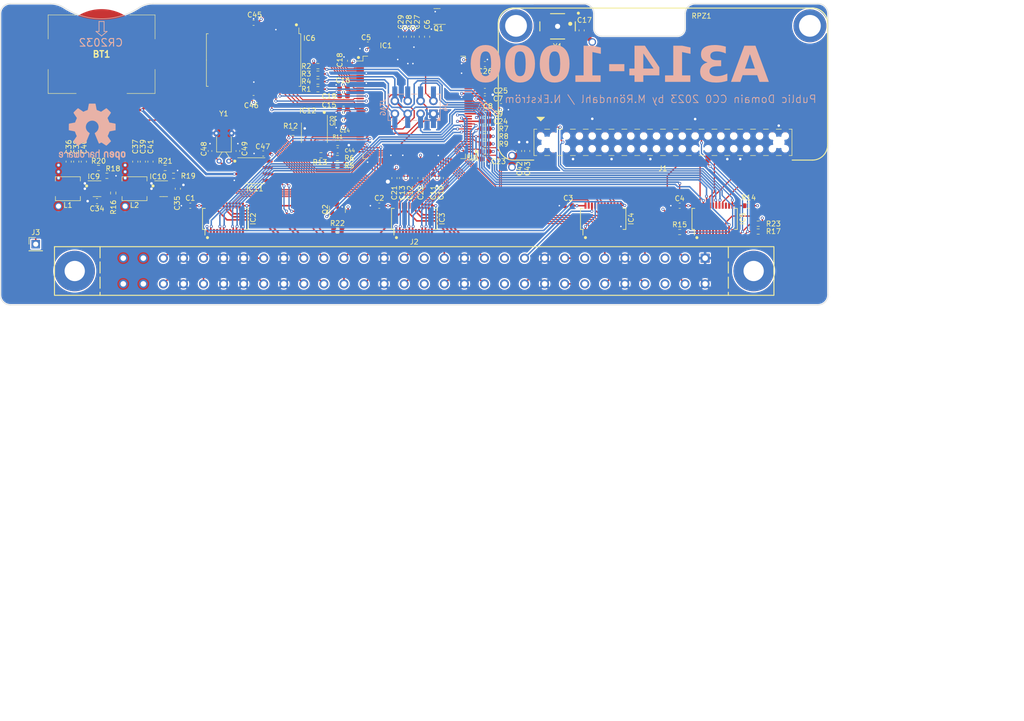
<source format=kicad_pcb>
(kicad_pcb (version 20221018) (generator pcbnew)
  (layers (0 "F.Cu" signal) (1 "In1.Cu" power "In1.Gnd") (2 "In2.Cu" mixed "In2.Pwr") (31 "B.Cu" signal) (34 "B.Paste" user) (35 "F.Paste" user) (36 "B.SilkS" user "B.Silkscreen") (37 "F.SilkS" user "F.Silkscreen") (38 "B.Mask" user) (39 "F.Mask" user) (44 "Edge.Cuts" user))
  (net 0 "")
  (net 1 "+5V")
  (net 2 "GND")
  (net 3 "+3V3")
  (net 4 "+1V2")
  (net 7 "/FRCLK")
  (net 10 "Net-(J3-Pin_1)")
  (net 11 "Net-(IC11-X2)")
  (net 12 "Net-(IC11-X1)")
  (net 14 "/3VA_{5}")
  (net 15 "/3VD_{3}")
  (net 16 "/3VD_{2}")
  (net 17 "/3VD_{5}")
  (net 18 "/3VD_{4}")
  (net 19 "/3VCASL_{0}")
  (net 20 "/3VA_{0}")
  (net 21 "/3VA_{7}")
  (net 22 "/3VA_{1}")
  (net 23 "/3VA_{6}")
  (net 24 "/3VCASL_{1}")
  (net 25 "/3VCASU_{0}")
  (net 26 "/3VCASU_{1}")
  (net 27 "/3VRRW")
  (net 28 "/3VRAS")
  (net 29 "/SPI_SS")
  (net 30 "Net-(IC1D-GPIOR_76{slash}PLLIN0)")
  (net 31 "/3VA_{2}")
  (net 32 "/3VA_{4}")
  (net 33 "/3VA_{3}")
  (net 34 "/3VD_{0}")
  (net 35 "/3VD_{1}")
  (net 36 "/3VD_{7}")
  (net 37 "/3VD_{13}")
  (net 38 "/3VD_{6}")
  (net 39 "/3VD_{8}")
  (net 40 "/3VD_{9}")
  (net 41 "/3VD_{11}")
  (net 42 "/3VD_{10}")
  (net 43 "/3VD_{15}")
  (net 44 "/3VD_{14}")
  (net 45 "/3VD_{12}")
  (net 51 "/TDO")
  (net 52 "/TMS")
  (net 53 "/TCK")
  (net 54 "/TDI")
  (net 55 "/A_{4}")
  (net 56 "/A_{3}")
  (net 57 "/A_{2}")
  (net 58 "/A_{1}")
  (net 59 "/A_{0}")
  (net 60 "/D_{0}")
  (net 61 "/D_{1}")
  (net 62 "/D_{2}")
  (net 63 "/D_{3}")
  (net 64 "/D_{4}")
  (net 65 "/D_{5}")
  (net 66 "/D_{6}")
  (net 67 "/D_{7}")
  (net 68 "/~{WE}")
  (net 69 "/A_{16}")
  (net 70 "/A_{15}")
  (net 71 "/A_{14}")
  (net 72 "/A_{13}")
  (net 73 "/A_{12}")
  (net 74 "/A_{11}")
  (net 75 "/A_{10}")
  (net 76 "/A_{9}")
  (net 77 "/A_{8}")
  (net 78 "/D_{8}")
  (net 79 "/D_{9}")
  (net 80 "/D_{10}")
  (net 81 "/D_{11}")
  (net 82 "/D_{12}")
  (net 83 "/D_{13}")
  (net 84 "/D_{14}")
  (net 85 "/D_{15}")
  (net 86 "/~{LB}")
  (net 87 "/~{UB}")
  (net 88 "/~{OE}")
  (net 89 "/A_{7}")
  (net 90 "/A_{6}")
  (net 91 "/A_{5}")
  (net 92 "Net-(IC9-SW)")
  (net 93 "Net-(IC9-FB)")
  (net 94 "/1V2PG")
  (net 95 "Net-(IC10-SW)")
  (net 97 "Net-(IC10-FB)")
  (net 98 "/AMD_{6}")
  (net 99 "/AMD_{8}")
  (net 100 "/AMD_{9}")
  (net 101 "/AMD_{11}")
  (net 102 "/AMD_{10}")
  (net 103 "/AMD_{15}")
  (net 104 "/AMD_{14}")
  (net 105 "/AMD_{12}")
  (net 106 "/AMD_{13}")
  (net 107 "/AMD_{7}")
  (net 108 "/AMD_{4}")
  (net 109 "/AMD_{3}")
  (net 110 "/AMD_{0}")
  (net 111 "/AMA_{4}")
  (net 112 "/AMA_{5}")
  (net 113 "/AMA_{6}")
  (net 114 "/AMA_{7}")
  (net 115 "/AMRAS")
  (net 116 "/AMCASU_{0}")
  (net 117 "/AMCASL_{0}")
  (net 118 "/AMRRW")
  (net 119 "/AMCASU_{1}")
  (net 120 "/AMCASL_{1}")
  (net 121 "/AMD_{5}")
  (net 122 "/AMD_{2}")
  (net 123 "/AMD_{1}")
  (net 124 "/AMA_{3}")
  (net 125 "/AMA_{2}")
  (net 126 "/AMA_{1}")
  (net 127 "/AMA_{0}")
  (net 128 "/PIA_{2}")
  (net 129 "/PIA_{3}")
  (net 130 "/PID_{0}")
  (net 131 "/PID_{10}")
  (net 132 "/PID_{11}")
  (net 133 "/PID_{13}")
  (net 134 "/PID_{14}")
  (net 135 "/PIACK")
  (net 136 "/PIIRQ")
  (net 137 "/PID_{6}")
  (net 138 "/PID_{5}")
  (net 139 "Net-(IC1D-GPIOR_77{slash}PLLIN1)")
  (net 140 "/PID_{7}")
  (net 141 "/PID_{4}")
  (net 142 "/PID_{3}")
  (net 143 "/PIA_{0}")
  (net 144 "/PIA_{1}")
  (net 145 "/PID_{1}")
  (net 146 "/PID_{2}")
  (net 147 "/PID_{8}")
  (net 148 "/PID_{9}")
  (net 149 "/PID_{15}")
  (net 150 "/PID_{12}")
  (net 151 "/PIWR")
  (net 152 "/PIREQ")
  (net 157 "/DO")
  (net 158 "/DI")
  (net 159 "/~{DONE}")
  (net 160 "/DONE")
  (net 161 "/~{CRESET}")
  (net 163 "/JTAG_OE_{0}")
  (net 164 "/JTAG_OE_{1}")
  (net 165 "Net-(BT1-+)")
  (net 166 "Net-(IC11-SDA)")
  (net 167 "Net-(IC11-SCL)")
  (net 169 "Net-(IC12-~{WP})")
  (net 170 "Net-(IC12-~{HOLD})")
  (footprint "Capacitor_SMD:C_0603_1608Metric" (layer "F.Cu") (at 163.65 87.75)
    (fp_text reference "C9")
    (fp_text value "100n")
  )
  (footprint "Package_SO:SOIC-8_3.9x4.9mm_P1.27mm" (layer "F.Cu") (at 118.3 99)
    (fp_text reference "IC11")
    (fp_text value "PT7C4311WEX")
  )
  (footprint "Capacitor_SMD:C_0603_1608Metric" (layer "F.Cu") (at 163.65 77.95)
    (fp_text reference "C26")
    (fp_text value "100n")
  )
  (footprint "Resistor_SMD:R_0603_1608Metric" (layer "F.Cu") (at 215.705 105.905)
    (fp_text reference "R14")
    (fp_text value "10k")
  )
  (footprint "Resistor_SMD:R_0603_1608Metric" (layer "F.Cu") (at 130.7 78.35 180)
    (fp_text reference "R2")
    (fp_text value "10k")
  )
  (footprint "Resistor_SMD:R_0603_1608Metric" (layer "F.Cu") (at 134.55 98 180)
    (fp_text reference "R5")
    (fp_text value "10k")
  )
  (footprint "Capacitor_SMD:C_0603_1608Metric" (layer "F.Cu") (at 180.1 105.9 180)
    (fp_text reference "C3")
    (fp_text value "100n")
  )
  (footprint "Capacitor_SMD:C_0603_1608Metric" (layer "F.Cu") (at 148.8 100.45 -90)
    (fp_text reference "C12")
    (fp_text value "100n")
  )
  (footprint "Capacitor_SMD:C_0603_1608Metric" (layer "F.Cu") (at 163.65 83.25)
    (fp_text reference "C25")
    (fp_text value "100n")
  )
  (footprint "Resistor_SMD:R_0603_1608Metric" (layer "F.Cu") (at 163.65 90.7)
    (fp_text reference "R7")
    (fp_text value "4 x 10k")
  )
  (footprint "Capacitor_SMD:C_0603_1608Metric" (layer "F.Cu") (at 140.55 74.1 180)
    (fp_text reference "C5")
    (fp_text value "100n")
  )
  (footprint "Resistor_SMD:R_0603_1608Metric" (layer "F.Cu") (at 163.65 93.7)
    (fp_text reference "R9")
    (fp_text value "10k")
  )
  (footprint "Resistor_SMD:R_0603_1608Metric" (layer "F.Cu") (at 130.7 82.9 180)
    (fp_text reference "R1")
    (fp_text value "6 x 10k")
  )
  (footprint "Fiducial:Fiducial_1mm_Mask2mm" (layer "F.Cu") (at 228 115.5)
    (fp_text reference "FID3" hide)
    (fp_text value "Fiducial")
  )
  (footprint "Capacitor_SMD:C_0603_1608Metric" (layer "F.Cu") (at 135.75 88.25 180)
    (fp_text reference "C20")
    (fp_text value "100n")
  )
  (footprint "Package_TO_SOT_SMD:SOT-23-6" (layer "F.Cu") (at 100.25 102.55)
    (fp_text reference "IC10")
    (fp_text value "TLV62569P")
  )
  (footprint "Fiducial:Fiducial_1mm_Mask2mm" (layer "F.Cu") (at 158 68.5)
    (fp_text reference "FID2" hide)
    (fp_text value "Fiducial")
  )
  (footprint "Resistor_SMD:R_0603_1608Metric" (layer "F.Cu") (at 163.65 95.2)
    (fp_text reference "R10")
    (fp_text value "10k")
  )
  (footprint "Package_TO_SOT_SMD:SOT-23" (layer "F.Cu") (at 154.2 68.55 180)
    (fp_text reference "Q1")
    (fp_text value "2N7002")
  )
  (footprint "Capacitor_SMD:C_0603_1608Metric" (layer "F.Cu") (at 163.65 96.7)
    (fp_text reference "C23")
    (fp_text value "100n")
  )
  (footprint "Package_SO:SSOP-24_3.9x8.7mm_P0.635mm" (layer "F.Cu") (at 112.4 108.5 90)
    (fp_text reference "IC2")
    (fp_text value "SN74CBTD3384CPWR")
  )
  (footprint "Capacitor_SMD:C_0603_1608Metric" (layer "F.Cu") (at 172 95.1 90)
    (fp_text reference "C43")
    (fp_text value "10µ")
  )
  (footprint "Package_SO:SSOP-24_3.9x8.7mm_P0.635mm" (layer "F.Cu") (at 187 108.5 90)
    (fp_text reference "IC4")
    (fp_text value "SN74CBTD3384CPWR")
  )
  (footprint "Resistor_SMD:R_0603_1608Metric" (layer "F.Cu") (at 134.55 96.5 180)
    (fp_text reference "R6")
    (fp_text value "10k")
  )
  (footprint "Resistor_SMD:R_0603_1608Metric" (layer "F.Cu") (at 102.2 100 180)
    (fp_text reference "R19")
    (fp_text value "100k")
  )
  (footprint "Capacitor_SMD:C_0603_1608Metric" (layer "F.Cu") (at 135.75 89.75 180)
    (fp_text reference "C14")
    (fp_text value "100n")
  )
  (footprint "A314-1000:LianSheng-FH-00339" (layer "F.Cu") (at 198.8 93.4 90)
    (fp_text reference "J1")
    (fp_text value "Raspberry_Pi_2_3")
  )
  (footprint "Capacitor_SMD:C_0402_1005Metric_Pad0.74x0.62mm_HandSolder" (layer "F.Cu") (at 114.9 95.1 90)
    (fp_text reference "C49")
    (fp_text value "8p")
  )
  (footprint "Capacitor_SMD:C_0603_1608Metric" (layer "F.Cu") (at 142.8 105.9 180)
    (fp_text reference "C2")
    (fp_text value "100n")
  )
  (footprint "Capacitor_SMD:C_0603_1608Metric" (layer "F.Cu") (at 87.1 105 180)
    (fp_text reference "C34")
    (fp_text value "4µ7")
  )
  (footprint "Capacitor_SMD:C_0603_1608Metric" (layer "F.Cu") (at 84.5 97.2 90)
    (fp_text reference "C40")
    (fp_text value "10µ")
  )
  (footprint "Capacitor_SMD:C_0603_1608Metric" (layer "F.Cu") (at 166.85 86.25)
    (fp_text reference "C8")
    (fp_text value "100n")
  )
  (footprint "Resistor_SMD:R_0603_1608Metric" (layer "F.Cu") (at 100.55 98.45 180)
    (fp_text reference "R21")
    (fp_text value "442k")
  )
  (footprint "Capacitor_SMD:C_0603_1608Metric" (layer "F.Cu") (at 81.5 97.2 90)
    (fp_text reference "C36")
    (fp_text value "10µ")
  )
  (footprint "Capacitor_SMD:C_0603_1608Metric" (layer "F.Cu") (at 135.75 82.75 180)
    (fp_text reference "C16")
    (fp_text value "100n")
  )
  (footprint "Resistor_SMD:R_0603_1608Metric" (layer "F.Cu") (at 87.4 98.45 180)
    (fp_text reference "R20")
    (fp_text value "100k")
  )
  (footprint "Capacitor_SMD:C_0603_1608Metric" (layer "F.Cu") (at 137.05 77.3 90)
    (fp_text reference "C18")
    (fp_text value "100n")
  )
  (footprint "Package_QFP:LQFP-144_20x20mm_P0.5mm" (layer "F.Cu") (at 149.7 86.5)
    (fp_text reference "IC1")
    (fp_text value "T8Q144xx")
  )
  (footprint "Capacitor_SMD:C_0603_1608Metric" (layer "F.Cu") (at 163.65 84.75)
    (fp_text reference "C7")
    (fp_text value "100n")
  )
  (footprint "Inductor_SMD:L_Sunlord_MWSA0402S" (layer "F.Cu") (at 94.5 102.55 180)
    (fp_text reference "L2")
    (fp_text value "2.2uH")
  )
  (footprint "Capacitor_SMD:C_0603_1608Metric" (layer "F.Cu") (at 150.95 100.45 -90)
    (fp_text reference "C22")
    (fp_text value "100n")
  )
  (footprint "Capacitor_SMD:C_0603_1608Metric" (layer "F.Cu") (at 119.9 95.6 180)
    (fp_text reference "C47")
    (fp_text value "100n")
  )
  (footprint "A314-1000:337-060-52x-804" (layer "F.Cu") (at 149.7 118.79)
    (fp_text reference "J2")
    (fp_text value "2x30 Card edge conn.")
  )
  (footprint "Capacitor_SMD:C_0603_1608Metric" (layer "F.Cu") (at 118 84.65)
    (fp_text reference "C46")
    (fp_text value "100n")
  )
  (footprint "Resistor_SMD:R_0603_1608Metric" (layer "F.Cu") (at 125.75 91.5)
    (fp_text reference "R12")
    (fp_text value "10k")
  )
  (footprint "Resistor_SMD:R_0603_1608Metric" (layer "F.Cu") (at 202.1 111.1 180)
    (fp_text reference "R15")
    (fp_text value "10k")
  )
  (footprint "Resistor_SMD:R_0603_1608Metric" (layer "F.Cu") (at 131.3 95.95)
    (fp_text reference "R13")
    (fp_text value "10k")
  )
  (footprint "Package_SO:SSOP-24_3.9x8.7mm_P0.635mm" (layer "F.Cu") (at 209 108.5 90)
    (fp_text reference "IC5")
    (fp_text value "SN74CBTD3384CPWR")
  )
  (footprint "Capacitor_SMD:C_0603_1608Metric" (layer "F.Cu") (at 135.75 84.25 180)
    (fp_text reference "C19")
    (fp_text value "100n")
  )
  (footprint "Resistor_SMD:R_0603_1608Metric" (layer "F.Cu") (at 217.6 111)
    (fp_text reference "R17")
    (fp_text value "3k9")
  )
  (footprint "Package_SO:TSOP-II-44_10.16x18.41mm_P0.8mm" (layer "F.Cu") (at 118 77.15 -90)
    (fp_text reference "IC6")
    (fp_text value "IS61WV12816EDBLL-10TLI")
  )
  (footprint "A314-1000:HSO751S" (layer "F.Cu") (at 178 70.5 180)
    (fp_text reference "X1")
    (fp_text value "25MHz")
  )
  (footprint "Resistor_SMD:R_0603_1608Metric" (layer "F.Cu") (at 134.6 93.5 180)
    (fp_text reference "R11")
    (fp_text value "10k")
  )
  (footprint "Package_SO:SSOP-24_3.9x8.7mm_P0.635mm" (layer "F.Cu") (at 149.7 108.5 90)
    (fp_text reference "IC3")
    (fp_text value "SN74CBTD3384CPWR")
  )
  (footprint "Resistor_SMD:R_0603_1608Metric" (layer "F.Cu") (at 89.05 100 180)
    (fp_text reference "R18")
    (fp_text value "100k")
  )
  (footprint "Crystal:Crystal_DS26_D2.0mm_L6.0mm_Horizontal_1EP_style2" (layer "F.Cu") (at 113.1 97.1 180)
    (fp_text reference "Y1")
    (fp_text value "32.768kHz")
  )
  (footprint "Capacitor_SMD:C_0603_1608Metric" (layer "F.Cu") (at 150.2 72.55 90)
    (fp_text reference "C27")
    (fp_text value "100n")
  )
  (footprint "Capacitor_SMD:C_0603_1608Metric" (layer "F.Cu") (at 96.15 97.2 90)
    (fp_text reference "C39")
    (fp_text value "10µ")
  )
  (footprint "Resistor_SMD:R_0603_1608Metric" (layer "F.Cu") (at 130.7 81.4 180)
    (fp_text reference "R4")
    (fp_text value "10k")
  )
  (footprint "Capacitor_SMD:C_0603_1608Metric" (layer "F.Cu") (at 105.5 105.9 180)
    (fp_text reference "C1")
    (fp_text value "100n")
  )
  (footprint "Capacitor_SMD:C_0603_1608Metric" (layer "F.Cu") (at 145.8 100.45 -90)
    (fp_text reference "C21")
    (fp_text value "100n")
  )
  (footprint "Capacitor_SMD:C_0603_1608Metric" (layer "F.Cu") (at 154.95 100.45 -90)
    (fp_text reference "C10")
    (fp_text value "100n")
  )
  (footprint "Package_SO:SOIC-8_3.9x4.9mm_P1.27mm" (layer "F.Cu") (at 130 91.5 -90)
    (fp_text reference "IC12")
    (fp_text value "W25Q80DVSN")
  )
  (footprint "Capacitor_SMD:C_0603_1608Metric" (layer "F.Cu") (at 148.65 72.55 90)
    (fp_text reference "C28")
    (fp_text value "100n")
  )
  (footprint "A314-1000:BATHLD001" (layer "F.Cu") (at 88 76 180)
    (fp_text reference "BT1")
    (fp_text value "CR2032" hide)
  )
  (footprint "Capacitor_SMD:C_0603_1608Metric" (layer "F.Cu") (at 83 97.2 90)
    (fp_text reference "C38")
    (fp_text value "10µ")
  )
  (footprint "Capacitor_SMD:C_0603_1608Metric" (layer "F.Cu") (at 152.25 72.55 90)
    (fp_text reference "C6")
    (fp_text value "100n")
  )
  (footprint "Fiducial:Fiducial_1mm_Mask2mm" (layer "F.Cu") (at 72 115.5)
    (fp_text reference "FID1" hide)
    (fp_text value "Fiducial")
  )
  (footprint "Capacitor_SMD:C_0603_1608Metric" (layer "F.Cu") (at 163.65 89.25)
    (fp_text reference "C24")
    (fp_text value "100n")
  )
  (footprint "Capacitor_SMD:C_0402_1005Metric_Pad0.74x0.62mm_HandSolder" (layer "F.Cu") (at 109.4 95.1 90)
    (fp_text reference "C48")
    (fp_text value "8p")
  )
  (footprint "Package_TO_SOT_SMD:SOT-23-6" (layer "F.Cu") (at 87.1 102.55)
    (fp_text reference "IC9")
    (fp_text value "TLV62569P")
  )
  (footprint "Package_TO_SOT_SMD:SOT-23" (layer "F.Cu") (at 134.545 106.625 90)
    (fp_text reference "Q2")
    (fp_text value "2N7002")
  )
  (footprint "Capacitor_SMD:C_0603_1608Metric" (layer "F.Cu") (at 134.6 95)
    (fp_text reference "C44")
    (fp_text value "100n")
  )
  (footprint "Capacitor_SMD:C_0603_1608Metric" (layer "F.Cu") (at 103.05 102.55 90)
    (fp_text reference "C35")
    (fp_text value "4µ7")
  )
  (footprint "A314-1000:RPiZ mount" (layer "F.Cu") (at 198.8 93.4 90)
    (fp_text reference "RPZ1")
    (fp_text value "RPiZ")
  )
  (footprint "Capacitor_SMD:C_0603_1608Metric" (layer "F.Cu") (at 118 69.8 180)
    (fp_text reference "C45")
    (fp_text value "100n")
  )
  (footprint "Resistor_SMD:R_0603_1608Metric" (layer "F.Cu") (at 90.3 103.4 -90)
    (fp_text reference "R16")
    (fp_text value "442k")
  )
  (footprint "Capacitor_SMD:C_0603_1608Metric" (layer "F.Cu") (at 147.3 100.45 -90)
    (fp_text reference "C13")
    (fp_text value "100n")
  )
  (footprint "Capacitor_SMD:C_0603_1608Metric" (layer "F.Cu") (at 170.4 95.1 90)
    (fp_text reference "C42")
    (fp_text value "10µ")
  )
  (footprint "Capacitor_SMD:C_0603_1608Metric" (layer "F.Cu") (at 153.45 100.45 -90)
    (fp_text reference "C11")
    (fp_text value "100n")
  )
  (footprint "Resistor_SMD:R_0603_1608Metric" (layer "F.Cu") (at 163.65 92.2)
    (fp_text reference "R8")
    (fp_text value "10k")
  )
  (footprint "Capacitor_SMD:C_0603_1608Metric" (layer "F.Cu") (at 97.65 97.2 90)
    (fp_text reference "C41")
    (fp_text value "10µ")
  )
  (footprint "Connector_PinHeader_2.54mm:PinHeader_1x01_P2.54mm_Vertical" (layer "F.Cu") (at 75 113.5)
    (fp_text reference "J3")
    (fp_text value "INT2")
  )
  (footprint "Capacitor_SMD:C_0603_1608Metric" (layer "F.Cu") (at 182.75 71.3 -90)
    (fp_text reference "C17")
    (fp_text value "100n")
  )
  (footprint "Resistor_SMD:R_0603_1608Metric" (layer "F.Cu") (at 134.555 110.805)
    (fp_text reference "R22")
    (fp_text value "1k8")
  )
  (footprint "Resistor_SMD:R_0603_1608Metric" (layer "F.Cu") (at 130.7 79.85 180)
    (fp_text reference "R3")
    (fp_text value "10k")
  )
  (footprint "Resistor_SMD:R_0603_1608Metric" (layer "F.Cu") (at 217.6 109.45)
    (fp_text reference "R23")
    (fp_text value "3k9")
  )
  (footprint "Capacitor_SMD:C_0603_1608Metric" (layer "F.Cu") (at 94.65 97.2 90)
    (fp_text reference "C37")
    (fp_text value "10µ")
  )
  (footprint "Capacitor_SMD:C_0603_1608Metric" (layer "F.Cu") (at 147.1 72.55 90)
    (fp_text reference "C29")
    (fp_text value "100n")
  )
  (footprint "Capacitor_SMD:C_0603_1608Metric" (layer "F.Cu") (at 202.1 105.9 180)
    (fp_text reference "C4")
    (fp_text value "100n")
  )
  (footprint "Capacitor_SMD:C_0603_1608Metric" (layer "F.Cu") (at 135.75 86.75 180)
    (fp_text reference "C15")
    (fp_text value "100n")
  )
  (footprint "Inductor_SMD:L_Sunlord_MWSA0402S" (layer "F.Cu") (at 81.35 102.55 180)
    (fp_text reference "L1")
    (fp_text value "2.2uH")
  )
  (footprint "Symbol:OSHW-Logo2_14.6x12mm_SilkScreen" (layer "B.Cu") (at 86.15 91.3 180)
    (fp_text reference "REF**" hide)
    (fp_text value "OSHW-Logo2_14.6x12mm_SilkScreen" hide)
  )
  (footprint "A314-1000:PinHeader_2x04_P2.54mm_Vertical_Multi" (layer "B.Cu") (at 153.5 87.750001 90)
    (fp_text reference "J4")
    (fp_text value "JTAG")
  )
  (gr_line (start 86.9 71.5) (end 87.5 71.5) (stroke (width 0.15)) (layer "B.SilkS"))
  (gr_line (start 87.5 71.5) (end 87.5 69.55) (stroke (width 0.15)) (layer "B.SilkS"))
  (gr_line (start 88 72.4) (end 86.9 71.5) (stroke (width 0.15)) (layer "B.SilkS"))
  (gr_line (start 89.1 71.5) (end 88 72.4) (stroke (width 0.15)) (layer "B.SilkS"))
  (gr_line (start 87.5 69.55) (end 88.5 69.55) (stroke (width 0.15)) (layer "B.SilkS"))
  (gr_line (start 88.5 69.55) (end 88.5 71.5) (stroke (width 0.15)) (layer "B.SilkS"))
  (gr_line (start 88.5 71.5) (end 89.1 71.5) (stroke (width 0.15)) (layer "B.SilkS"))
  (gr_poly (pts (xy 162.2 95.2) (xy 161.8 94.8) (xy 161.8 95.55)) (stroke (width 0.15)) (fill solid) (layer "F.SilkS"))
  (gr_circle (center 108.9 112.2) (end 109.2 112.2) (fill solid) (layer "F.SilkS"))
  (gr_line (start 162.2 96.85) (end 162.2 95.2) (stroke (width 0.15)) (layer "F.SilkS"))
  (gr_circle (center 85.05 102) (end 85.35 102) (fill solid) (layer "F.SilkS"))
  (gr_circle (center 205.5 112.2) (end 205.8 112.2) (fill solid) (layer "F.SilkS"))
  (gr_line (start 134.05 90.05) (end 134.05 88.3) (stroke (width 0.15)) (layer "F.SilkS"))
  (gr_circle (center 126.45 70.2) (end 126.75 70.2) (fill solid) (layer "F.SilkS"))
  (gr_line (start 160.2 96.85) (end 162.2 96.85) (stroke (width 0.15)) (layer "F.SilkS"))
  (gr_circle (center 98.15 102) (end 98.45 102) (fill solid) (layer "F.SilkS"))
  (gr_circle (center 114.3 97.1) (end 114.6 97.1) (fill solid) (layer "F.SilkS"))
  (gr_line (start 134.05 88.3) (end 134.35 88.3) (stroke (width 0.15)) (layer "F.SilkS"))
  (gr_circle (center 182.1 67.9) (end 182.4 67.9) (fill solid) (layer "F.SilkS"))
  (gr_circle (center 131.95 87.5) (end 132.25 87.5) (fill solid) (layer "F.SilkS"))
  (gr_circle (center 138.7 76.65) (end 139 76.65) (fill solid) (layer "F.SilkS"))
  (gr_circle (center 183.5 112.2) (end 183.8 112.2) (fill solid) (layer "F.SilkS"))
  (gr_circle (center 146.2 112.2) (end 146.5 112.2) (fill solid) (layer "F.SilkS"))
  (gr_line (start 185.204488 70.921625) (end 185.204488 68) (layer "Edge.Cuts"))
  (gr_line (start 68 68) (end 68 123.5) (layer "Edge.Cuts"))
  (gr_arc (start 229.4 66) (mid 230.814214 66.585786) (end 231.4 68) (layer "Edge.Cuts"))
  (gr_line (start 203.142823 68) (end 203.142823 70.921625) (layer "Edge.Cuts"))
  (gr_arc (start 68 68) (mid 68.585786 66.585786) (end 70 66) (layer "Edge.Cuts"))
  (gr_arc (start 231.4 123.5) (mid 230.814214 124.914214) (end 229.4 125.5) (layer "Edge.Cuts"))
  (gr_line (start 70 125.5) (end 229.4 125.5) (layer "Edge.Cuts"))
  (gr_arc (start 77.900495 66) (mid 79.324226 66.207007) (end 80.630091 66.810811) (layer "Edge.Cuts"))
  (gr_line (start 183.204488 66) (end 98.099505 66) (layer "Edge.Cuts"))
  (gr_arc (start 203.142823 68) (mid 203.728611 66.585795) (end 205.142823 66) (layer "Edge.Cuts"))
  (gr_arc (start 95.369909 66.810811) (mid 88 69) (end 80.630091 66.810811) (layer "Edge.Cuts"))
  (gr_arc (start 95.369909 66.810811) (mid 96.675774 66.207007) (end 98.099505 66) (layer "Edge.Cuts"))
  (gr_arc (start 186.704488 72.421625) (mid 185.643827 71.982282) (end 185.204488 70.921625) (layer "Edge.Cuts"))
  (gr_line (start 201.642823 72.421625) (end 186.704488 72.421625) (layer "Edge.Cuts"))
  (gr_arc (start 203.142823 70.921625) (mid 202.703476 71.982277) (end 201.642823 72.421625) (layer "Edge.Cuts"))
  (gr_line (start 229.4 66) (end 205.142823 66) (layer "Edge.Cuts"))
  (gr_line (start 231.4 123.5) (end 231.4 68) (layer "Edge.Cuts"))
  (gr_line (start 77.900495 66) (end 70 66) (layer "Edge.Cuts"))
  (gr_arc (start 183.204488 66) (mid 184.618709 66.585782) (end 185.204488 68) (layer "Edge.Cuts"))
  (gr_arc (start 70 125.5) (mid 68.585786 124.914214) (end 68 123.5) (layer "Edge.Cuts"))
  (gr_text "X4Y10" (at 70.3 117.149999 90) (layer "F.Cu") (effects (font (size 0.7 0.7) (thickness 0.12) bold) (justify left bottom)))
  (gr_text "X90Y57" (at 156.15 71) (layer "F.Cu") (effects (font (size 0.7 0.7) (thickness 0.12) bold) (justify left bottom)))
  (gr_text "X160Y10" (at 225.85 117.599999 90) (layer "F.Cu") (effects (font (size 0.7 0.7) (thickness 0.12) bold) (justify left bottom)))
  (gr_text "Public Domain CC0 2023 by M.Rönndahl / N.Ekström" (at 229.2 85.75) (layer "B.SilkS") (effects (font (size 1.5 1.5)) (justify left bottom mirror)))
  (gr_text "CR2032" (at 92.35 74.6) (layer "B.SilkS") (effects (font (size 1.5 1.5) (thickness 0.2)) (justify left bottom mirror)))
  (gr_text "A314-1000" (at 219.75 82.65) (layer "B.SilkS") (effects (font (size 7 7) (thickness 0.3) bold) (justify left bottom mirror)))
  (segment (start 87.15 101.9) (end 87.15 102.8) (width 0.3) (layer "F.Cu") (net 1))
  (segment (start 87.15 102.8) (end 87.85 103.5) (width 0.3) (layer "F.Cu") (net 1))
  (segment (start 144.55 105.9) (end 146.2075 105.9) (width 0.3) (layer "F.Cu") (net 1))
  (segment (start 169 98.3) (end 169 96.194) (width 1.4) (layer "F.Cu") (net 1))
  (segment (start 202.875 105.9) (end 203.8 105.9) (width 0.3) (layer "F.Cu") (net 1))
  (segment (start 87.85 103.5) (end 88.2375 103.5) (width 0.3) (layer "F.Cu") (net 1))
  (segment (start 169 96.194) (end 174.67 96.194) (width 1.4) (layer "F.Cu") (net 1))
  (segment (start 181.8 105.9) (end 183.5075 105.9) (width 0.3) (layer "F.Cu") (net 1))
  (segment (start 106.275 105.9) (end 107.25 105.9) (width 0.3) (layer "F.Cu") (net 1))
  (segment (start 180.875 105.9) (end 181.8 105.9) (width 0.3) (layer "F.Cu") (net 1))
  (segment (start 107.25 105.9) (end 108.9075 105.9) (width 0.3) (layer "F.Cu") (net 1))
  (segment (start 143.575 105.9) (end 144.55 105.9) (width 0.3) (layer "F.Cu") (net 1))
  (segment (start 85.9625 101.6) (end 86.85 101.6) (width 0.3) (layer "F.Cu") (net 1))
  (segment (start 177 96.194) (end 174.67 96.194) (width 1.4) (layer "F.Cu") (net 1))
  (segment (start 86.85 101.6) (end 87.15 101.9) (width 0.3) (layer "F.Cu") (net 1))
  (segment (start 205.5075 105.9) (end 203.8 105.9) (width 0.3) (layer "F.Cu") (net 1))
  (via (at 144.55 105.9) (size 0.6) (drill 0.3) (layers "F.Cu" "B.Cu") (net 1))
  (via (at 169 96) (size 1.5) (drill 1) (layers "F.Cu" "B.Cu") (net 1))
  (via (at 181.8 105.9) (size 0.6) (drill 0.3) (layers "F.Cu" "B.Cu") (net 1))
  (via (at 203.8 105.9) (size 0.6) (drill 0.3) (layers "F.Cu" "B.Cu") (net 1))
  (via (at 107.25 105.9) (size 0.6) (drill 0.3) (layers "F.Cu" "B.Cu") (net 1))
  (via (at 169 98.3) (size 1.5) (drill 1) (layers "F.Cu" "B.Cu") (net 1))
  (segment (start 140.8125 97.3) (end 140.95 97.1625) (width 0.25) (layer "F.Cu") (net 2))
  (segment (start 134.3 87.55) (end 134.3 87.425) (width 0.25) (layer "F.Cu") (net 2))
  (segment (start 149.95 75.8375) (end 149.95 74.9) (width 0.25) (layer "F.Cu") (net 2))
  (segment (start 139.05 77) (end 139.05 77.7) (width 0.25) (layer "F.Cu") (net 2))
  (segment (start 134.3 87.425) (end 134.975 86.75) (width 0.25) (layer "F.Cu") (net 2))
  (segment (start 188.659557 96.70057) (end 189.60943 96.70057) (width 0.5) (layer "F.Cu") (net 2))
  (segment (start 159.15 77.75) (end 159.05 77.85) (width 0.3) (layer "F.Cu") (net 2))
  (segment (start 134.3 89) (end 134.3 88.925) (width 0.25) (layer "F.Cu") (net 2))
  (segment (start 200.35 105.9) (end 201.325 105.9) (width 0.3) (layer "F.Cu") (net 2))
  (segment (start 135.495 107.5625) (end 135.495 106.155) (width 0.3) (layer "F.Cu") (net 2))
  (segment (start 153.1925 110.0075) (end 153.2 110) (width 0.3) (layer "F.Cu") (net 2))
  (segment (start 214.05 96.7) (end 215.005 96.7) (width 0.5) (layer "F.Cu") (net 2))
  (segment (start 135.85 76.55) (end 135.875 76.525) (width 0.25) (layer "F.Cu") (net 2))
  (segment (start 147.05 71.725) (end 147.1 71.775) (width 0.25) (layer "F.Cu") (net 2))
  (segment (start 135.875 76.525) (end 137.05 76.525) (width 0.25) (layer "F.Cu") (net 2))
  (segment (start 149.45 77.85) (end 149.45 75.8375) (width 0.3) (layer "F.Cu") (net 2))
  (segment (start 147.475 101.4) (end 148.625 101.4) (width 0.5) (layer "F.Cu") (net 2))
  (segment (start 115.825 100.905) (end 114.205 100.905) (width 0.5) (layer "F.Cu") (net 2))
  (segment (start 164.425 84.75) (end 164.460127 84.75) (width 0.5) (layer "F.Cu") (net 2))
  (segment (start 190.4925 110.0075) (end 190.5 110) (width 0.3) (layer "F.Cu") (net 2))
  (segment (start 196.309557 96.70057) (end 197.22943 96.70057) (width 0.5) (layer "F.Cu") (net 2))
  (segment (start 136.375 93.95) (end 135.325 95) (width 0.25) (layer "F.Cu") (net 2))
  (segment (start 114.205 100.905) (end 114.2 100.9) (width 0.3) (layer "F.Cu") (net 2))
  (segment (start 164.460127 84.75) (end 165.209557 84.00057) (width 0.5) (layer "F.Cu") (net 2))
  (segment (start 144.45 96.39467) (end 144.45 97.1625) (width 0.3) (layer "F.Cu") (net 2))
  (segment (start 139.0375 79.75) (end 140.25 79.75) (width 0.3) (layer "F.Cu") (net 2))
  (segment (start 140.5 97.3) (end 140.8125 97.3) (width 0.25) (layer "F.Cu") (net 2))
  (segment (start 117.225 69.8) (end 117.6 70.175) (width 0.25) (layer "F.Cu") (net 2))
  (segment (start 164.458987 87.75) (end 165.209557 88.50057) (width 0.5) (layer "F.Cu") (net 2))
  (segment (start 184.83 88.77) (end 184.83 90.4) (width 0.5) (layer "F.Cu") (net 2))
  (segment (start 122.4 71.15) (end 122.4 71.5625) (width 0.25) (layer "F.Cu") (net 2))
  (segment (start 134.35 83.5) (end 134.35 83.625) (width 0.25) (layer "F.Cu") (net 2))
  (segment (start 205.15 89.7) (end 205.15 90.4) (width 0.3) (layer "F.Cu") (net 2))
  (segment (start 184.85 88.75) (end 184.83 88.77) (width 0.5) (layer "F.Cu") (net 2))
  (segment (start 164.15 77.05) (end 164.15 77.675) (width 0.3) (layer "F.Cu") (net 2))
  (segment (start 164.15 77.675) (end 164.425 77.95) (width 0.3) (layer "F.Cu") (net 2))
  (segment (start 134.3 90.5) (end 134.3 90.425) (width 0.25) (layer "F.Cu") (net 2))
  (segment (start 152.25 71.775) (end 152.375 71.775) (width 0.25) (layer "F.Cu") (net 2))
  (segment (start 117.6 70.175) (end 117.6 71.5625) (width 0.25) (layer "F.Cu") (net 2))
  (segment (start 181.05 96.7) (end 180.05 96.7) (width 0.5) (layer "F.Cu") (net 2))
  (segment (start 103 98.95) (end 103 99.975) (width 0.3) (layer "F.Cu") (net 2))
  (segment (start 147.3 101.225) (end 147.475 101.4) (width 0.5) (layer "F.Cu") (net 2))
  (segment (start 165.209557 84.00057) (end 165.17557 84.00057) (width 0.5) (layer "F.Cu") (net 2))
  (segment (start 115.8925 111.1) (end 115.8925 110.0075) (width 0.3) (layer "F.Cu") (net 2))
  (segment (start 139.0375 81.75) (end 140.25 81.75) (width 0.3) (layer "F.Cu") (net 2))
  (segment (start 134.3 88.925) (end 134.975 88.25) (width 0.25) (layer "F.Cu") (net 2))
  (segment (start 115.8925 110.0075) (end 115.9 110) (width 0.3) (layer "F.Cu") (net 2))
  (segment (start 168.3 86.925) (end 167.625 86.25) (width 0.3) (layer "F.Cu") (net 2))
  (segment (start 118.775 84.65) (end 118.4 84.275) (width 0.25) (layer "F.Cu") (net 2))
  (segment (start 114.9 94.5325) (end 114.9 93.65) (width 0.25) (layer "F.Cu") (net 2))
  (segment (start 150.25 70.45) (end 150.25 71.725) (width 0.25) (layer "F.Cu") (net 2))
  (segment (start 86.325 105) (end 85.25 105) (width 0.3) (layer "F.Cu") (net 2))
  (segment (start 109.4 94.5325) (end 109.4 93.65) (width 0.25) (layer "F.Cu") (net 2))
  (segment (start 134.35 83.625) (end 134.975 84.25) (width 0.25) (layer "F.Cu") (net 2))
  (segment (start 128.1 89.03) (end 128.095 89.025) (width 0.25) (layer "F.Cu") (net 2))
  (segment (start 205.15 88.8) (end 205.15 89.7) (width 0.5) (layer "F.Cu") (net 2))
  (segment (start 164.425 97.625) (end 164.4 97.65) (width 0.5) (layer "F.Cu") (net 2))
  (segment (start 148.625 101.4) (end 148.8 101.225) (width 0.5) (layer "F.Cu") (net 2))
  (segment (start 189.60943 96.70057) (end 189.91 96.4) (width 0.5) (layer "F.Cu") (net 2))
  (segment (start 153.1925 111.1) (end 153.1925 110.0075) (width 0.3) (layer "F.Cu") (net 2))
  (segment (start 117.6 71.5625) (end 117.6 71.016637) (width 0.25) (layer "F.Cu") (net 2))
  (segment (start 154.209557 102.00057) (end 154.209557 101.984557) (width 0.3) (layer "F.Cu") (net 2))
  (segment (start 160.3625 77.75) (end 159.15 77.75) (width 0.3) (layer "F.Cu") (net 2))
  (segment (start 215.005 96.7) (end 215.305 96.4) (width 0.3) (layer "F.Cu") (net 2))
  (segment (start 103.75 105.9) (end 104.725 105.9) (width 0.3) (layer "F.Cu") (net 2))
  (segment (start 103.05 101.775) (end 104.125 101.775) (width 0.3) (layer "F.Cu") (net 2))
  (segment (start 89.875 100) (end 90.85 100) (width 0.3) (layer "F.Cu") (net 2))
  (segment (start 145.1 95.9495) (end 144.89517 95.9495) (width 0.3) (layer "F.Cu") (net 2))
  (segment (start 170.409557 93.35057) (end 170.409557 94.315443) (width 0.5) (layer "F.Cu") (net 2))
  (segment (start 144.89517 95.9495) (end 144.45 96.39467) (width 0.3) (layer "F.Cu") (net 2))
  (segment (start 164.425 96.7) (end 164.425 97.625) (width 0.5) (layer "F.Cu") (net 2))
  (segment (start 144.575 101.225) (end 147.3 101.225) (width 0.8) (layer "F.Cu") (net 2))
  (segment (start 104.125 101.775) (end 104.15 101.8) (width 0.3) (layer "F.Cu") (net 2))
  (segment (start 172.009557 93.35057) (end 172.009557 94.315443) (width 0.5) (layer "F.Cu") (net 2))
  (segment (start 154.209557 101.965443) (end 154.95 101.225) (width 0.3) (layer "F.Cu") (net 2))
  (segment (start 178.35 105.9) (end 179.325 105.9) (width 0.3) (layer "F.Cu") (net 2))
  (segment (start 134.3 90.425) (end 134.975 89.75) (width 0.25) (layer "F.Cu") (net 2))
  (segment (start 150.25 71.725) (end 150.2 71.775) (width 0.25) (layer "F.Cu") (net 2))
  (segment (start 134.3 82.05) (end 134.3 82.075) (width 0.25) (layer "F.Cu") (net 2))
  (segment (start 146.45 75.8375) (end 146.45 77.05) (width 0.3) (layer "F.Cu") (net 2))
  (segment (start 117.95 69.05) (end 118 69) (width 0.25) (layer "F.Cu") (net 2))
  (segment (start 164.425 87.75) (end 164.458987 87.75) (width 0.5) (layer "F.Cu") (net 2))
  (segment (start 147.45 97.1625) (end 147.45 95.95) (width 0.3) (layer "F.Cu") (net 2))
  (segment (start 139.775 74.125) (end 139.775 74.1) (width 0.25) (layer "F.Cu") (net 2))
  (segment (start 148.45 75.8375) (end 148.45 77.85) (width 0.3) (layer "F.Cu") (net 2))
  (segment (start 119.125 95.6) (end 118.1 95.6) (width 0.3) (layer "F.Cu") (net 2))
  (segment (start 154.209557 101.984557) (end 153.45 101.225) (width 0.3) (layer "F.Cu") (net 2))
  (segment (start 103 99.975) (end 103.025 100) (width 0.3) (layer "F.Cu") (net 2))
  (segment (start 172.009557 94.315443) (end 172 94.325) (width 0.5) (layer "F.Cu") (net 2))
  (segment (start 148.65 70.45) (end 148.65 71.775) (width 0.25) (layer "F.Cu") (net 2))
  (segment (start 147.05 70.45) (end 147.05 71.725) (width 0.25) (layer "F.Cu") (net 2))
  (segment (start 149.95 74.9) (end 149.65 74.6) (width 0.25) (layer "F.Cu") (net 2))
  (segment (start 153.85 67.6) (end 155.1375 67.6) (width 0.3) (layer "F.Cu") (net 2))
  (segment (start 118.4 81.85) (end 118.4 82.7375) (width 0.25) (layer "F.Cu") (net 2))
  (segment (start 150.95 102.1) (end 150.95 101.225) (width 0.3) (layer "F.Cu") (net 2))
  (segment (start 154.209557 102.00057) (end 154.209557 101.965443) (width 0.3) (layer "F.Cu") (net 2))
  (segment (start 164.425 89.25) (end 164.460127 89.25) (width 0.5) (layer "F.Cu") (net 2))
  (segment (start 135.495 106.155) (end 135.5 106.15) (width 0.3) (layer "F.Cu") (net 2))
  (segment (start 136.8 93.95) (end 136.375 93.95) (width 0.25) (layer "F.Cu") (net 2))
  (segment (start 142.025 105.9) (end 141.05 105.9) (width 0.3) (layer "F.Cu") (net 2))
  (segment (start 211.5 96.7) (end 210.53 96.7) (width 0.5) (layer "F.Cu") (net 2))
  (segment (start 180.05 96.7) (end 179.75 96.4) (width 0.5) (layer "F.Cu") (net 2))
  (segment (start 221.65 90.1) (end 222.63 90.1) (width 0.5) (layer "F.Cu") (net 2))
  (segment (start 170.409557 94.315443) (end 170.4 94.325) (width 0.5) (layer "F.Cu") (net 2))
  (segment (start 164.460127 89.25) (end 165.209557 88.50057) (width 0.5) (layer "F.Cu") (net 2))
  (segment (start 190.4925 111.1) (end 190.4925 110.0075) (width 0.3) (layer "F.Cu") (net 2))
  (segment (start 138.575 76.525) (end 139.05 77) (width 0.25) (layer "F.Cu") (net 2))
  (segment (start 118 69.025) (end 117.225 69.8) (width 0.25) (layer "F.Cu") (net 2))
  (segment (start 160.3625 79.75) (end 159.05 79.75) (width 0.3) (layer "F.Cu") (net 2))
  (segment (start 128.1 90.65) (end 128.1 89.03) (width 0.25) (layer "F.Cu") (net 2))
  (segment (start 154.45 96) (end 154.45 97.1625) (width 0.3) (layer "F.Cu") (net 2))
  (segment (start 168.3 86.95) (end 168.3 86.925) (width 0.3) (layer "F.Cu") (net 2))
  (segment (start 210.53 96.7) (end 210.23 96.4) (width 0.5) (layer "F.Cu") (net 2))
  (segment (start 144.5 101.15) (end 144.575 101.225) (width 0.8) (layer "F.Cu") (net 2))
  (segment (start 137.05 76.525) (end 138.575 76.525) (width 0.25) (layer "F.Cu") (net 2))
  (segment (start 159.3 84.75) (end 159.05 84.5) (width 0.3) (layer "F.Cu") (net 2))
  (segment (start 222.63 90.1) (end 222.93 90.4) (width 0.3) (layer "F.Cu") (net 2))
  (segment (start 118.05 81.5) (end 118.4 81.85) (width 0.25) (layer "F.Cu") (net 2))
  (segment (start 139 74.9) (end 139.775 74.125) (width 0.25) (layer "F.Cu") (net 2))
  (segment (start 160.3625 84.75) (end 159.3 84.75) (width 0.3) (layer "F.Cu") (net 2))
  (segment (start 118 69) (end 118 69.025) (width 0.25) (layer "F.Cu") (net 2))
  (segment (start 118.4 84.275) (end 118.4 82.7375) (width 0.25) (layer "F.Cu") (net 2))
  (segment (start 165.17557 84.00057) (end 164.425 83.25) (width 0.5) (layer "F.Cu") (net 2))
  (segment (start 197.22943 96.70057) (end 197.53 96.4) (width 0.5) (layer "F.Cu") (net 2))
  (segment (start 152.375 71.775) (end 153.1 71.05) (width 0.25) (layer "F.Cu") (net 2))
  (segment (start 134.3 82.075) (end 134.975 82.75) (width 0.25) (layer "F.Cu") (net 2))
  (via (at 84.7 101.5) (size 0.8) (drill 0.5) (layers "F.Cu" "B.Cu") (net 2))
  (via (at 134.3 90.5) (size 0.6) (drill 0.3) (layers "F.Cu" "B.Cu") (net 2))
  (via (at 135.5 106.15) (size 0.6) (drill 0.3) (layers "F.Cu" "B.Cu") (net 2))
  (via (at 148.45 77.85) (size 0.6) (drill 0.3) (layers "F.Cu" "B.Cu") (net 2))
  (via (at 140.5 97.3) (size 0.6) (drill 0.3) (layers "F.Cu" "B.Cu") (net 2))
  (via (at 170.409557 93.35057) (size 0.8) (drill 0.5) (layers "F.Cu" "B.Cu") (net 2))
  (via (at 184.85 88.75) (size 0.8) (drill 0.5) (layers "F.Cu" "B.Cu") (net 2))
  (via (at 221.65 90.1) (size 0.8) (drill 0.5) (layers "F.Cu" "B.Cu") (net 2))
  (via (at 118 69) (size 0.6) (drill 0.3) (layers "F.Cu" "B.Cu") (net 2))
  (via (at 134.3 87.55) (size 0.6) (drill 0.3) (layers "F.Cu" "B.Cu") (net 2))
  (via (at 97.85 101.5) (size 0.8) (drill 0.5) (layers "F.Cu" "B.Cu") (net 2))
  (via (at 85.25 105) (size 0.8) (drill 0.5) (layers "F.Cu" "B.Cu") (net 2))
  (via (at 164.15 77.05) (size 0.6) (drill 0.3) (layers "F.Cu" "B.Cu") (net 2))
  (via (at 154.45 96) (size 0.6) (drill 0.3) (layers "F.Cu" "B.Cu") (net 2))
  (via (at 145.1 95.9495) (size 0.6) (drill 0.3) (layers "F.Cu" "B.Cu") (net 2))
  (via (at 140.25 81.75) (size 0.6) (drill 0.3) (layers "F.Cu" "B.Cu") (net 2))
  (via (at 134.3 89) (size 0.6) (drill 0.3) (layers "F.Cu" "B.Cu") (net 2))
  (via (at 154.209557 102.00057) (size 0.8) (drill 0.5) (layers "F.Cu" "B.Cu") (net 2))
  (via (at 196.309557 96.70057) (size 0.8) (drill 0.5) (layers "F.Cu" "B.Cu") (net 2))
  (via (at 159.05 79.75) (size 0.6) (drill 0.3) (layers "F.Cu" "B.Cu") (net 2))
  (via (at 140.25 79.75) (size 0.6) (drill 0.3) (layers "F.Cu" "B.Cu") (net 2))
  (via (at 205.15 88.8) (size 0.8) (drill 0.5) (layers "F.Cu" "B.Cu") (net 2))
  (via (at 147.45 95.95) (size 0.6) (drill 0.3) (layers "F.Cu" "B.Cu") (net 2))
  (via (at 150.95 102.1) (size 0.6) (drill 0.3) (layers "F.Cu" "B.Cu") (net 2))
  (via (at 150.25 70.45) (size 0.6) (drill 0.3) (layers "F.Cu" "B.Cu") (net 2))
  (via (at 103 98.95) (size 0.6) (drill 0.3) (layers "F.Cu" "B.Cu") (net 2))
  (via (at 136.8 93.95) (size 0.8) (drill 0.5) (layers "F.Cu" "B.Cu") (net 2))
  (via (at 188.659557 96.70057) (size 0.8) (drill 0.5) (layers "F.Cu" "B.Cu") (net 2))
  (via (at 128.1 90.65) (size 0.8) (drill 0.5) (layers "F.Cu" "B.Cu") (net 2))
  (via (at 190.5 110) (size 0.6) (drill 0.3) (layers "F.Cu" "B.Cu") (net 2))
  (via (at 109.4 93.65) (size 0.6) (drill 0.3) (layers "F.Cu" "B.Cu") (net 2))
  (via (at 114.2 100.9) (size 0.6) (drill 0.3) (layers "F.Cu" "B.Cu") (net 2))
  (via (at 134.3 82.05) (size 0.6) (drill 0.3) (layers "F.Cu" "B.Cu") (net 2))
  (via (at 159.05 77.85) (size 0.6) (drill 0.3) (layers "F.Cu" "B.Cu") (net 2))
  (via (at 97.85 102.55) (size 0.8) (drill 0.5) (layers "F.Cu" "B.Cu") (net 2))
  (via (at 214.05 96.7) (size 0.8) (drill 0.5) (layers "F.Cu" "B.Cu") (net 2))
  (via (at 172.009557 93.35057) (size 0.8) (drill 0.5) (layers "F.Cu" "B.Cu") (net 2))
  (via (at 118.1 95.6) (size 0.6) (drill 0.3) (layers "F.Cu" "B.Cu") (net 2))
  (via (at 165.209557 84.00057) (size 0.8) (drill 0.5) (layers "F.Cu" "B.Cu") (net 2))
  (via (at 104.15 101.8) (size 0.8) (drill 0.5) (layers "F.Cu" "B.Cu") (net 2))
  (via (at 103.75 105.9) (size 0.6) (drill 0.3) (layers "F.Cu" "B.Cu") (net 2))
  (via (at 211.5 96.7) (size 0.8) (drill 0.5) (layers "F.Cu" "B.Cu") (net 2))
  (via (at 164.4 97.65) (size 0.6) (drill 0.3) (layers "F.Cu" "B.Cu") (net 2))
  (via (at 134.35 83.5) (size 0.6) (drill 0.3) (layers "F.Cu" "B.Cu") (net 2))
  (via (at 181.05 96.7) (size 0.8) (drill 0.5) (layers "F.Cu" "B.Cu") (net 2))
  (via (at 168.3 86.95) (size 0.6) (drill 0.3) (layers "F.Cu" "B.Cu") (net 2))
  (via (at 114.9 93.65) (size 0.6) (drill 0.3) (layers "F.Cu" "B.Cu") (net 2))
  (via (at 149.65 74.6) (size 0.6) (drill 0.3) (layers "F.Cu" "B.Cu") (net 2))
  (via (at 144.5 101.15) (size 1.3) (drill 0.8) (layers "F.Cu" "B.Cu") (net 2))
  (via (at 153.2 110) (size 0.6) (drill 0.3) (layers "F.Cu" "B.Cu") (net 2))
  (via (at 84.7 102.55) (size 0.8) (drill 0.5) (layers "F.Cu" "B.Cu") (net 2))
  (via (at 165.209557 88.50057) (size 0.8) (drill 0.5) (layers "F.Cu" "B.Cu") (net 2))
  (via (at 90.85 100) (size 0.6) (drill 0.3) (layers "F.Cu" "B.Cu") (net 2))
  (via (at 159.05 84.5) (size 0.6) (drill 0.3) (layers "F.Cu" "B.Cu") (net 2))
  (via (at 153.85 67.6) (size 0.6) (drill 0.3) (layers "F.Cu" "B.Cu") (net 2))
  (via (at 178 70.5) (size 1.5) (drill 1) (layers "F.Cu" "B.Cu") (net 2))
  (via (at 122.4 71.15) (size 0.6) (drill 0.3) (layers "F.Cu" "B.Cu") (net 2))
  (via (at 153.1 71.05) (size 0.6) (drill 0.3) (layers "F.Cu" "B.Cu") (net 2))
  (via (at 149.45 77.85) (size 0.6) (drill 0.3) (layers "F.Cu" "B.Cu") (net 2))
  (via (at 118.05 81.5) (size 0.6) (drill 0.3) (layers "F.Cu" "B.Cu") (net 2))
  (via (at 200.35 105.9) (size 0.6) (drill 0.3) (layers "F.Cu" "B.Cu") (net 2))
  (via (at 115.9 110) (size 0.6) (drill 0.3) (layers "F.Cu" "B.Cu") (net 2))
  (via (at 148.65 70.45) (size 0.6) (drill 0.3) (layers "F.Cu" "B.Cu") (net 2))
  (via (at 141.05 105.9) (size 0.6) (drill 0.3) (layers "F.Cu" "B.Cu") (net 2))
  (via (at 147.05 70.45) (size 0.6) (drill 0.3) (layers "F.Cu" "B.Cu") (net 2))
  (via (at 178.35 105.9) (size 0.6) (drill 0.3) (layers "F.Cu" "B.Cu") (net 2))
  (via (at 135.85 76.55) (size 0.6) (drill 0.3) (layers "F.Cu" "B.Cu") (net 2))
  (via (at 139 74.9) (size 0.6) (drill 0.3) (layers "F.Cu" "B.Cu") (net 2))
  (via (at 146.45 77.05) (size 0.6) (drill 0.3) (layers "F.Cu" "B.Cu") (net 2))
  (segment (start 218.425 108.375) (end 218.4 108.35) (width 0.25) (layer "F.Cu") (net 3))
  (segment (start 117.6 84.275) (end 117.225 84.65) (width 0.25) (layer "F.Cu") (net 3))
  (segment (start 218.425 111) (end 218.425 109.45) (width 0.25) (layer "F.Cu") (net 3))
  (segment (start 154.22443 100.40057) (end 154.95 99.675) (width 0.3) (layer "F.Cu") (net 3))
  (segment (start 139.0375 83.25) (end 137.025 83.25) (width 0.25) (layer "F.Cu") (net 3))
  (segment (start 135.775 87.5) (end 136.525 86.75) (width 0.25) (layer "F.Cu") (net 3))
  (segment (start 216.535 105.9) (end 216.53 105.905) (width 0.25) (layer "F.Cu") (net 3))
  (segment (start 132.75 93.975) (end 133.775 95) (width 0.25) (layer "F.Cu") (net 3))
  (segment (start 152.25 73.675) (end 151.95 73.975) (width 0.25) (layer "F.Cu") (net 3))
  (segment (start 148.06925 100.40575) (end 148.8 99.675) (width 0.3) (layer "F.Cu") (net 3))
  (segment (start 198.8 106.6) (end 201.275 109.075) (width 0.25) (layer "F.Cu") (net 3))
  (segment (start 182.774467 70.521549) (end 184.291272 70.521549) (width 0.8) (layer "F.Cu") (net 3))
  (segment (start 217.45 105.9) (end 216.535 105.9) (width 0.25) (layer "F.Cu") (net 3))
  (segment (start 133.725 96.375) (end 133.1 95.75) (width 0.25) (layer "F.Cu") (net 3))
  (segment (start 137.525 87.75) (end 136.525 86.75) (width 0.25) (layer "F.Cu") (net 3))
  (segment (start 132.9 95.95) (end 133.1 95.75) (width 0.25) (layer "F.Cu") (net 3))
  (segment (start 162.375 84.25) (end 162.875 84.75) (width 0.3) (layer "F.Cu") (net 3))
  (segment (start 218.425 109.45) (end 218.425 108.375) (width 0.25) (layer "F.Cu") (net 3))
  (segment (start 135.825 82.05) (end 136.525 82.75) (width 0.25) (layer "F.Cu") (net 3))
  (segment (start 151.95 73.975) (end 151.95 75.8375) (width 0.25) (layer "F.Cu") (net 3))
  (segment (start 160.3625 84.25) (end 162.375 84.25) (width 0.3) (layer "F.Cu") (net 3))
  (segment (start 133.725 93.575) (end 133.0375 94.2625) (width 0.25) (layer "F.Cu") (net 3))
  (segment (start 147.325 99.625) (end 147.3 99.625) (width 0.25) (layer "F.Cu") (net 3))
  (segment (start 165.3 93.7) (end 164.475 93.7) (width 0.5) (layer "F.Cu") (net 3))
  (segment (start 137.025 83.25) (end 136.525 82.75) (width 0.25) (layer "F.Cu") (net 3))
  (segment (start 160.3625 86.25) (end 166.075 86.25) (width 0.3) (layer "F.Cu") (net 3))
  (segment (start 120.720001 95.545) (end 120.720001 97.040001) (width 0.5) (layer "F.Cu") (net 3))
  (segment (start 129.875 79.9) (end 129.875 78.4) (width 0.5) (layer "F.Cu") (net 3))
  (segment (start 124.925 91.5) (end 124.925 92.475) (width 0.25) (layer "F.Cu") (net 3))
  (segment (start 166.7375 86.9125) (end 166.075 86.25) (width 0.3) (layer "F.Cu") (net 3))
  (segment (start 165.3 90.7) (end 164.475 90.7) (width 0.5) (layer "F.Cu") (net 3))
  (segment (start 139.0375 88.75) (end 137.525 88.75) (width 0.25) (layer "F.Cu") (net 3))
  (segment (start 182.771016 70.525) (end 182.774467 70.521549) (width 0.8) (layer "F.Cu") (net 3))
  (segment (start 160.3625 87.75) (end 162.875 87.75) (width 0.3) (layer "F.Cu") (net 3))
  (segment (start 135.38 110.805) (end 136.65 109.535) (width 0.3) (layer "F.Cu") (net 3))
  (segment (start 140.325 75.1) (end 141.325 74.1) (width 0.25) (layer "F.Cu") (net 3))
  (segment (start 133.725 96.5) (end 133.725 96.375) (width 0.25) (layer "F.Cu") (net 3))
  (segment (start 154.17557 100.40057) (end 153.45 99.675) (width 0.3) (layer "F.Cu") (net 3))
  (segment (start 129.875 82.9) (end 129.875 81.4) (width 0.5) (layer "F.Cu") (net 3))
  (segment (start 180.525 70.525) (end 180.5 70.55) (width 0.8) (layer "F.Cu") (net 3))
  (segment (start 201.275 109.075) (end 201.275 111.1) (width 0.25) (layer "F.Cu") (net 3))
  (segment (start 139.0375 87.75) (end 137.525 87.75) (width 0.25) (layer "F.Cu") (net 3))
  (segment (start 140.3 75.1) (end 140.325 75.1) (width 0.25) (layer "F.Cu") (net 3))
  (segment (start 135.825 90.45) (end 136.525 89.75) (width 0.25) (layer "F.Cu") (net 3))
  (segment (start 154.209557 100.40057) (end 154.17557 100.40057) (width 0.3) (layer "F.Cu") (net 3))
  (segment (start 182.75 70.525) (end 180.525 70.525) (width 0.8) (layer "F.Cu") (net 3))
  (segment (start 137.525 88.75) (end 136.525 89.75) (width 0.25) (layer "F.Cu") (net 3))
  (segment (start 135.75 90.45) (end 135.825 90.45) (width 0.25) (layer "F.Cu") (net 3))
  (segment (start 141.325 74.1) (end 141.45 74.225) (width 0.25) (layer "F.Cu") (net 3))
  (segment (start 118.4 71.5625) (end 118.4 70.2) (width 0.25) (layer "F.Cu") (net 3))
  (segment (start 129.875 81.4) (end 129.875 79.9) (width 0.5) (layer "F.Cu") (net 3))
  (segment (start 148.45 97.1625) (end 148.45 99.675) (width 0.3) (layer "F.Cu") (net 3))
  (segment (start 162.125 88.5) (end 162.875 87.75) (width 0.3) (layer "F.Cu") (net 3))
  (segment (start 165.3 92.2) (end 164.475 92.2) (width 0.5) (layer "F.Cu") (net 3))
  (segment (start 151.95 83.660001) (end 153.5 85.210001) (width 0.25) (layer "F.Cu") (net 3))
  (segment (start 129.875 77.375) (end 129.85 77.35) (width 0.25) (layer "F.Cu") (net 3))
  (segment (start 148.053293 100.40575) (end 148.03075 100.40575) (width 0.3) (layer "F.Cu") (net 3))
  (segment (start 153.45 97.1625) (end 153.45 99.675) (width 0.3) (layer "F.Cu") (net 3))
  (segment (start 182.75 70.525) (end 182.771016 70.525) (width 0.8) (layer "F.Cu") (net 3))
  (segment (start 148.45 99.675) (end 148.8 99.675) (width 0.3) (layer "F.Cu") (net 3))
  (segment (start 118.775 69.8) (end 118.4 70.175) (width 0.25) (layer "F.Cu") (net 3))
  (segment (start 147.95 99) (end 147.325 99.625) (width 0.3) (layer "F.Cu") (net 3))
  (segment (start 162.775 84.85) (end 162.875 84.75) (width 0.3) (layer "F.Cu") (net 3))
  (segment (start 121.35 95.6) (end 120.675 95.6) (width 0.5) (layer "F.Cu") (net 3))
  (segment (start 133.725 98) (end 133.725 96.5) (width 0.25) (layer "F.Cu") (net 3))
  (segment (start 133.725 93.5) (end 133.725 93.575) (width 0.25) (layer "F.Cu") (net 3))
  (segment (start 153.95 98.675) (end 154.95 99.675) (width 0.3) (layer "F.Cu") (net 3))
  (segment (start 120.720001 97.040001) (end 120.75 97.07) (width 0.3) (layer "F.Cu") (net 3))
  (segment (start 117.6 82.7375) (end 117.6 84.275) (width 0.25) (layer "F.Cu") (net 3))
  (segment (start 141.45 74.225) (end 141.45 75.8375) (width 0.25) (layer "F.Cu") (net 3))
  (segment (start 133.1 95.75) (end 133.775 95.075) (width 0.25) (layer "F.Cu") (net 3))
  (segment (start 135.75 82.05) (end 135.825 82.05) (width 0.25) (layer "F.Cu") (net 3))
  (segment (start 184.291272 70.521549) (end 184.291272 73.041272) (width 0.8) (layer "F.Cu") (net 3))
  (segment (start 118 85.425) (end 117.225 84.65) (width 0.25) (layer "F.Cu") (net 3))
  (segment (start 154.209557 100.40057) (end 154.22443 100.40057) (width 0.3) (layer "F.Cu") (net 3))
  (segment (start 118.4 70.175) (end 118.4 71.5625) (width 0.25) (layer "F.Cu") (net 3))
  (segment (start 161.9 84.85) (end 162.775 84.85) (width 0.3) (layer "F.Cu") (net 3))
  (segment (start 118 85.5) (end 118 85.425) (width 0.25) (layer "F.Cu") (net 3))
  (segment (start 153.95 97.1625) (end 153.95 98.675) (width 0.3) (layer "F.Cu") (net 3))
  (segment (start 129.875 78.4) (end 129.875 77.375) (width 0.5) (layer "F.Cu") (net 3))
  (segment (start 124.925 92.475) (end 124.95 92.5) (width 0.25) (layer "F.Cu") (net 3))
  (segment (start 165.3 95.2) (end 164.475 95.2) (width 0.5) (layer "F.Cu") (net 3))
  (segment (start 121.6 95.85) (end 121.35 95.6) (width 0.5) (layer "F.Cu") (net 3))
  (segment (start 180.5 70.55) (end 180.5 72.6) (width 0.8) (layer "F.Cu") (net 3))
  (segment (start 184.291272 73.041272) (end 184.85 73.6) (width 0.8) (layer "F.Cu") (net 3))
  (segment (start 147.95 97.1625) (end 147.95 99) (width 0.3) (layer "F.Cu") (net 3))
  (segment (start 131.905 95.73) (end 132.125 95.95) (width 0.25) (layer "F.Cu") (net 3))
  (segment (start 131.905 93.975) (end 132.75 93.975) (width 0.25) (layer "F.Cu") (net 3))
  (segment (start 98.125 98.45) (end 97.65 97.975) (width 0.5) (layer "F.Cu") (net 3))
  (segment (start 133.775 95.075) (end 133.775 95) (width 0.25) (layer "F.Cu") (net 3))
  (segment (start 136.65 109.535) (end 136.65 106.15) (width 0.3) (layer "F.Cu") (net 3))
  (segment (start 151.95 75.8375) (end 151.95 83.660001) (width 0.25) (layer "F.Cu") (net 3))
  (segment (start 152.25 73.325) (end 152.25 73.675) (width 0.25) (layer "F.Cu") (net 3))
  (segment (start 148.053293 100.40575) (end 148.06925 100.40575) (width 0.25) (layer "F.Cu") (net 3))
  (segment (start 180.5 68.4) (end 180.5 70.55) (width 0.8) (layer "F.Cu") (net 3))
  (segment (start 162 88.5) (end 162.125 88.5) (width 0.3) (layer "F.Cu") (net 3))
  (segment (start 132.125 95.95) (end 132.9 95.95) (width 0.25) (layer "F.Cu") (net 3))
  (segment (start 148.03075 100.40575) (end 147.3 99.675) (width 0.3) (layer "F.Cu") (net 3))
  (segment (start 118.4 70.2) (end 119.5 69.1) (width 0.25) (layer "F.Cu") (net 3))
  (segment (start 99.725 98.45) (end 98.125 98.45) (width 0.5) (layer "F.Cu") (net 3))
  (segment (start 135.75 87.5) (end 135.775 87.5) (width 0.25) (layer "F.Cu") (net 3))
  (via (at 154.209557 100.40057) (size 0.8) (drill 0.5) (layers "F.Cu" "B.Cu") (net 3))
  (via (at 135.75 82.05) (size 0.6) (drill 0.3) (layers "F.Cu" "B.Cu") (net 3))
  (via (at 124.95 92.5) (size 0.6) (drill 0.3) (layers "F.Cu" "B.Cu") (net 3))
  (via (at 92.65 99.2) (size 0.8) (drill 0.5) (layers "F.Cu" "B.Cu") (net 3))
  (via (at 92.65 100.45) (size 0.8) (drill 0.5) (layers "F.Cu" "B.Cu") (net 3))
  (via (at 184.85 73.6) (size 1.5) (drill 1) (layers "F.Cu" "B.Cu") (net 3))
  (via (at 148.053293 100.40575) (size 0.8) (drill 0.5) (layers "F.Cu" "B.Cu") (net 3))
  (via (at 165.3 93.7) (size 0.6) (drill 0.3) (layers "F.Cu" "B.Cu") (net 3))
  (via (at 162 88.5) (size 0.6) (drill 0.3) (layers "F.Cu" "B.Cu") (net 3))
  (via (at 92.65 97.9) (size 0.8) (drill 0.5) (layers "F.Cu" "B.Cu") (net 3))
  (via (at 92.65 106) (size 1.5) (drill 1) (layers "F.Cu" "B.Cu") (net 3))
  (via (at 161.9 84.85) (size 0.6) (drill 0.3) (layers "F.Cu" "B.Cu") (net 3))
  (via (at 129.85 77.35) (size 0.6) (drill 0.3) (layers "F.Cu" "B.Cu") (net 3))
  (via (at 165.3 95.2) (size 0.6) (drill 0.3) (layers "F.Cu" "B.Cu") (net 3))
  (via (at 218.4 108.35) (size 0.6) (drill 0.3) (layers "F.Cu" "B.Cu") (net 3))
  (via (at 166.7375 86.9125) (size 0.6) (drill 0.3) (layers "F.Cu" "B.Cu") (net 3))
  (via (at 119.5 69.1) (size 0.6) (drill 0.3) (layers "F.Cu" "B.Cu") (net 3))
  (via (at 165.3 92.2) (size 0.6) (drill 0.3) (layers "F.Cu" "B.Cu") (net 3))
  (via (at 121.6 95.85) (size 0.6) (drill 0.3) (layers "F.Cu" "B.Cu") (net 3))
  (via (at 140.3 75.1) (size 0.6) (drill 0.3) (layers "F.Cu" "B.Cu") (net 3))
  (via (at 135.75 90.45) (size 0.6) (drill 0.3) (layers "F.Cu" "B.Cu") (net 3))
  (via (at 135.75 87.5) (size 0.6) (drill 0.3) (layers "F.Cu" "B.Cu") (net 3))
  (via (at 136.65 106.15) (size 0.6) (drill 0.3) (layers "F.Cu" "B.Cu") (net 3))
  (via (at 118 85.5) (size 0.6) (drill 0.3) (layers "F.Cu" "B.Cu") (net 3))
  (via (at 133.1 95.75) (size 0.8) (drill 0.5) (layers "F.Cu" "B.Cu") (net 3))
  (via (at 198.8 106.6) (size 0.6) (drill 0.3) (layers "F.Cu" "B.Cu") (net 3))
  (via (at 165.3 90.7) (size 0.6) (drill 0.3) (layers "F.Cu" "B.Cu") (net 3))
  (via (at 217.45 105.9) (size 0.6) (drill 0.3) (layers "F.Cu" "B.Cu") (net 3))
  (segment (start 150.95 95.95) (end 150.95 97.1625) (width 0.3) (layer "F.Cu") (net 4))
  (segment (start 149.45 73.325) (end 150.2 73.325) (width 0.25) (layer "F.Cu") (net 4))
  (segment (start 149.425 70.925) (end 149.425 73.3) (width 0.25) (layer "F.Cu") (net 4))
  (segment (start 149.425 73.3) (end 149.45 73.325) (width 0.25) (layer "F.Cu") (net 4))
  (segment (start 160.3625 89.25) (end 158.25 89.25) (width 0.3) (layer "F.Cu") (net 4))
  (segment (start 162.875 77.325) (end 162.875 77.95) (width 0.3) (layer "F.Cu") (net 4))
  (segment (start 159.45 77.1) (end 162.65 77.1) (width 0.3) (layer "F.Cu") (net 4))
  (segment (start 147.95 74.75) (end 147.1 73.9) (width 0.25) (layer "F.Cu") (net 4))
  (segment (start 148.95 75.8375) (end 148.95 74.5) (width 0.25) (layer "F.Cu") (net 4))
  (segment (start 148.65 74.2) (end 148.65 73.325) (width 0.25) (layer "F.Cu") (net 4))
  (segment (start 160.3625 78.25) (end 162.625 78.25) (width 0.3) (layer "F.Cu") (net 4))
  (segment (start 139.0375 88.25) (end 136.525 88.25) (width 0.25) (layer "F.Cu") (net 4))
  (segment (start 139.0375 83.75) (end 137.025 83.75) (width 0.25) (layer "F.Cu") (net 4))
  (segment (start 162.65 77.1) (end 162.875 77.325) (width 0.3) (layer "F.Cu") (net 4))
  (segment (start 150.2 74.25) (end 150.2 73.325) (width 0.25) (layer "F.Cu") (net 4))
  (segment (start 147.9 70.9) (end 147.875 70.925) (width 0.25) (layer "F.Cu") (net 4))
  (segment (start 150.95 97.1625) (end 150.95 99.675) (width 0.3) (layer "F.Cu") (net 4))
  (segment (start 160.3625 89.25) (end 162.875 89.25) (width 0.3) (layer "F.Cu") (net 4))
  (segment (start 149.45 70.9) (end 149.425 70.925) (width 0.25) (layer "F.Cu") (net 4))
  (segment (start 147.875 73.3) (end 147.85 73.325) (width 0.25) (layer "F.Cu") (net 4))
  (segment (start 150.45 75.8375) (end 150.45 74.5) (width 0.25) (layer "F.Cu") (net 4))
  (segment (start 146.95 98.5) (end 145.8 99.65) (width 0.3) (layer "F.Cu") (net 4))
  (segment (start 86.575 98.45) (end 84.975 98.45) (width 0.5) (layer "F.Cu") (net 4))
  (segment (start 146.2 98.425) (end 146.2 98.35) (width 0.25) (layer "F.Cu") (net 4))
  (segment (start 137.075 78.075) (end 137.05 78.075) (width 0.25) (layer "F.Cu") (net 4))
  (segment (start 147.1 73.325) (end 147.85 73.325) (width 0.25) (layer "F.Cu") (net 4))
  (segment (start 150.45 74.5) (end 150.2 74.25) (width 0.25) (layer "F.Cu") (net 4))
  (segment (start 135.75 89) (end 135.775 89) (width 0.25) (layer "F.Cu") (net 4))
  (segment (start 160.3625 83.75) (end 159.05 83.75) (width 0.3) (layer "F.Cu") (net 4))
  (segment (start 84.975 98.45) (end 84.5 97.975) (width 0.5) (layer "F.Cu") (net 4))
  (segment (start 145.8 99.65) (end 145.8 98.825) (width 0.3) (layer "F.Cu") (net 4))
  (segment (start 162.625 78.25) (end 162.9 77.975) (width 0.25) (layer "F.Cu") (net 4))
  (segment (start 147.95 75.8375) (end 147.95 74.75) (width 0.25) (layer "F.Cu") (net 4))
  (segment (start 148.95 74.5) (end 148.65 74.2) (width 0.25) (layer "F.Cu") (net 4))
  (segment (start 139.0375 78.25) (end 137.225 78.25) (width 0.25) (layer "F.Cu") (net 4))
  (segment (start 162.375 83.75) (end 162.875 83.25) (width 0.3) (layer "F.Cu") (net 4))
  (segment (start 147.875 70.925) (end 147.875 73.3) (width 0.25) (layer "F.Cu") (net 4))
  (segment (start 147.85 73.325) (end 148.65 73.325) (width 0.25) (layer "F.Cu") (net 4))
  (segment (start 137.75 77.4) (end 137.075 78.075) (width 0.25) (layer "F.Cu") (net 4))
  (segment (start 135.775 83.5) (end 136.525 84.25) (width 0.25) (layer "F.Cu") (net 4))
  (segment (start 137.025 83.75) (end 136.525 84.25) (width 0.25) (layer "F.Cu") (net 4))
  (segment (start 145.8 98.825) (end 146.2 98.425) (width 0.3) (layer "F.Cu") (net 4))
  (segment (start 147.1 73.9) (end 147.1 73.325) (width 0.25) (layer "F.Cu") (net 4))
  (segment (start 135.75 83.5) (end 135.775 83.5) (width 0.25) (layer "F.Cu") (net 4))
  (segment (start 135.775 89) (end 136.525 88.25) (width 0.25) (layer "F.Cu") (net 4))
  (segment (start 137.225 78.25) (end 137.05 78.075) (width 0.25) (layer "F.Cu") (net 4))
  (segment (start 160.3625 83.75) (end 162.375 83.75) (width 0.3) (layer "F.Cu") (net 4))
  (segment (start 146.95 97.1625) (end 146.95 98.5) (width 0.3) (layer "F.Cu") (net 4))
  (segment (start 148.65 73.325) (end 149.45 73.325) (width 0.25) (layer "F.Cu") (net 4))
  (via (at 135.75 89) (size 0.6) (drill 0.3) (layers "F.Cu" "B.Cu") (net 4))
  (via (at 147.9 70.9) (size 0.8) (drill 0.5) (layers "F.Cu" "B.Cu") (net 4))
  (via (at 79.5 100.45) (size 0.8) (drill 0.5) (layers "F.Cu" "B.Cu") (net 4))
  (via (at 149.45 70.9) (size 0.8) (drill 0.5) (layers "F.Cu" "B.Cu") (net 4))
  (via (at 146.2 98.35) (size 0.6) (drill 0.3) (layers "F.Cu" "B.Cu") (net 4))
  (via (at 159.45 77.1) (size 0.6) (drill 0.3) (layers "F.Cu" "B.Cu") (net 4))
  (via (at 159.092061 94.755761) (size 0.6) (drill 0.3) (layers "F.Cu" "B.Cu") (net 4))
  (via (at 79.5 106) (size 1.5) (drill 1) (layers "F.Cu" "B.Cu") (net 4))
  (via (at 158.25 89.25) (size 0.6) (drill 0.3) (layers "F.Cu" "B.Cu") (net 4))
  (via (at 150.95 95.95) (size 0.6) (drill 0.3) (layers "F.Cu" "B.Cu") (net 4))
  (via (at 135.75 83.5) (size 0.6) (drill 0.3) (layers "F.Cu" "B.Cu") (net 4))
  (via (at 159.05 83.75) (size 0.6) (drill 0.3) (layers "F.Cu" "B.Cu") (net 4))
  (via (at 79.5 99.2) (size 0.8) (drill 0.5) (layers "F.Cu" "B.Cu") (net 4))
  (via (at 137.75 77.4) (size 0.6) (drill 0.3) (layers "F.Cu" "B.Cu") (net 4))
  (via (at 79.5 97.9) (size 0.8) (drill 0.5) (layers "F.Cu" "B.Cu") (net 4))
  (segment (start 129.365 92.635) (end 129.75 92.25) (width 0.25) (layer "F.Cu") (net 7))
  (segment (start 129.365 93.975) (end 129.365 92.635) (width 0.25) (layer "F.Cu") (net 7))
  (segment (start 129.75 92.25) (end 139.0375 92.25) (width 0.25) (layer "F.Cu") (net 7))
  (segment (start 102.5 89) (end 93.5 89) (width 0.25) (layer "F.Cu") (net 10))
  (segment (start 111.15 67.2) (end 110.975 67.375) (width 0.25) (layer "F.Cu") (net 10))
  (segment (start 107.5 70.85) (end 108.9 69.45) (width 0.25) (layer "F.Cu") (net 10))
  (segment (start 151.9125 67.2) (end 111.15 67.2) (width 0.25) (layer "F.Cu") (net 10))
  (segment (start 107.5 85.5) (end 107.5 70.85) (width 0.25) (layer "F.Cu") (net 10))
  (segment (start 104.15 89) (end 102.5 89) (width 0.3) (layer "F.Cu") (net 10))
  (segment (start 107.5 85.65) (end 104.15 89) (width 0.3) (layer "F.Cu") (net 10))
  (segment (start 75 92.5) (end 75 113.5) (width 0.3) (layer "F.Cu") (net 10))
  (segment (start 110.975 67.375) (end 108.9 69.45) (width 0.3) (layer "F.Cu") (net 10))
  (segment (start 107.5 85.5) (end 107.5 85.65) (width 0.3) (layer "F.Cu") (net 10))
  (segment (start 153.2625 68.55) (end 151.9125 67.2) (width 0.25) (layer "F.Cu") (net 10))
  (segment (start 78.5 89) (end 75 92.5) (width 0.3) (layer "F.Cu") (net 10))
  (segment (start 93.5 89) (end 78.5 89) (width 0.3) (layer "F.Cu") (net 10))
  (segment (start 109.7675 95.6675) (end 111.2 97.1) (width 0.25) (layer "F.Cu") (net 11))
  (segment (start 109.4 95.6675) (end 109.7675 95.6675) (width 0.25) (layer "F.Cu") (net 11))
  (segment (start 112.465 98.365) (end 111.2 97.1) (width 0.3) (layer "F.Cu") (net 11))
  (segment (start 115.825 98.365) (end 112.465 98.365) (width 0.3) (layer "F.Cu") (net 11))
  (segment (start 114.5325 95.6675) (end 113.1 97.1) (width 0.25) (layer "F.Cu") (net 12))
  (segment (start 113.105 97.095) (end 113.1 97.1) (width 0.3) (layer "F.Cu") (net 12))
  (segment (start 114.9 95.6675) (end 114.5325 95.6675) (width 0.25) (layer "F.Cu") (net 12))
  (segment (start 115.825 97.095) (end 113.105 97.095) (width 0.3) (layer "F.Cu") (net 12))
  (segment (start 152.375 102.442766) (end 151.017766 103.8) (width 0.2) (layer "F.Cu") (net 14))
  (segment (start 152.45 98.7) (end 152.375 98.775) (width 0.2) (layer "F.Cu") (net 14))
  (segment (start 152.375 98.775) (end 152.375 102.442766) (width 0.2) (layer "F.Cu") (net 14))
  (segment (start 146.8425 104.0575) (end 146.8425 105.9) (width 0.2) (layer "F.Cu") (net 14))
  (segment (start 151.017766 103.8) (end 147.1 103.8) (width 0.2) (layer "F.Cu") (net 14))
  (segment (start 147.1 103.8) (end 146.8425 104.0575) (width 0.2) (layer "F.Cu") (net 14))
  (segment (start 152.45 97.1625) (end 152.45 98.7) (width 0.2) (layer "F.Cu") (net 14))
  (segment (start 152.95 98.8) (end 152.725 99.025) (width 0.2) (layer "F.Cu") (net 15))
  (segment (start 152.725 102.58774) (end 151.16274 104.15) (width 0.2) (layer "F.Cu") (net 15))
  (segment (start 152.95 97.1625) (end 152.95 98.8) (width 0.2) (layer "F.Cu") (net 15))
  (segment (start 148.7475 104.4025) (end 148.7475 105.9) (width 0.2) (layer "F.Cu") (net 15))
  (segment (start 149 104.15) (end 148.7475 104.4025) (width 0.2) (layer "F.Cu") (net 15))
  (segment (start 151.16274 104.15) (end 149 104.15) (width 0.2) (layer "F.Cu") (net 15))
  (segment (start 152.725 99.025) (end 152.725 102.58774) (width 0.2) (layer "F.Cu") (net 15))
  (segment (start 153.021751 104.3) (end 151.507715 104.3) (width 0.2) (layer "F.Cu") (net 16))
  (segment (start 154.95 97.1625) (end 154.95 98.528249) (width 0.2) (layer "F.Cu") (net 16))
  (segment (start 149.3825 104.7675) (end 149.3825 105.9) (width 0.2) (layer "F.Cu") (net 16))
  (segment (start 155.675 101.646751) (end 153.021751 104.3) (width 0.2) (layer "F.Cu") (net 16))
  (segment (start 151.507715 104.3) (end 151.307715 104.5) (width 0.2) (layer "F.Cu") (net 16))
  (segment (start 154.95 98.528249) (end 155.675 99.253249) (width 0.2) (layer "F.Cu") (net 16))
  (segment (start 151.307715 104.5) (end 149.65 104.5) (width 0.2) (layer "F.Cu") (net 16))
  (segment (start 155.675 99.253249) (end 155.675 101.646751) (width 0.2) (layer "F.Cu") (net 16))
  (segment (start 149.65 104.5) (end 149.3825 104.7675) (width 0.2) (layer "F.Cu") (net 16))
  (segment (start 151.2875 105.0125) (end 151.2875 105.9) (width 0.2) (layer "F.Cu") (net 17))
  (segment (start 153.166725 104.65) (end 151.65269 104.65) (width 0.2) (layer "F.Cu") (net 17))
  (segment (start 156.025 99.108274) (end 156.025 101.791725) (width 0.2) (layer "F.Cu") (net 17))
  (segment (start 151.45269 104.85) (end 151.45 104.85) (width 0.2) (layer "F.Cu") (net 17))
  (segment (start 156.025 101.791725) (end 153.166725 104.65) (width 0.2) (layer "F.Cu") (net 17))
  (segment (start 155.45 98.533275) (end 156.025 99.108274) (width 0.2) (layer "F.Cu") (net 17))
  (segment (start 151.45 104.85) (end 151.2875 105.0125) (width 0.2) (layer "F.Cu") (net 17))
  (segment (start 155.45 97.1625) (end 155.45 98.533275) (width 0.2) (layer "F.Cu") (net 17))
  (segment (start 151.65269 104.65) (end 151.45269 104.85) (width 0.2) (layer "F.Cu") (net 17))
  (segment (start 156.375 98.963299) (end 156.375 101.936699) (width 0.2) (layer "F.Cu") (net 18))
  (segment (start 152.05 105) (end 151.9225 105.1275) (width 0.2) (layer "F.Cu") (net 18))
  (segment (start 156.375 101.936699) (end 153.311699 105) (width 0.2) (layer "F.Cu") (net 18))
  (segment (start 155.95 98.5383) (end 156.375 98.963299) (width 0.2) (layer "F.Cu") (net 18))
  (segment (start 155.95 97.1625) (end 155.95 98.5383) (width 0.2) (layer "F.Cu") (net 18))
  (segment (start 153.311699 105) (end 152.05 105) (width 0.2) (layer "F.Cu") (net 18))
  (segment (start 151.9225 105.1275) (end 151.9225 105.9) (width 0.2) (layer "F.Cu") (net 18))
  (segment (start 149.525 101.75) (end 149.225 102.05) (width 0.2) (layer "F.Cu") (net 19))
  (segment (start 149.45 97.1625) (end 149.45 98.7) (width 0.2) (layer "F.Cu") (net 19))
  (segment (start 149.225 102.05) (end 142.544975 102.05) (width 0.2) (layer "F.Cu") (net 19))
  (segment (start 149.525 98.775) (end 149.525 101.75) (width 0.2) (layer "F.Cu") (net 19))
  (segment (start 149.5 98.75) (end 149.525 98.775) (width 0.2) (layer "F.Cu") (net 19))
  (segment (start 109.5425 105.1) (end 109.5425 105.9) (width 0.2) (layer "F.Cu") (net 19))
  (segment (start 111.9425 102.7) (end 109.5425 105.1) (width 0.2) (layer "F.Cu") (net 19))
  (segment (start 141.894975 102.7) (end 111.9425 102.7) (width 0.2) (layer "F.Cu") (net 19))
  (segment (start 142.544975 102.05) (end 141.894975 102.7) (width 0.2) (layer "F.Cu") (net 19))
  (segment (start 149.875 101.894974) (end 149.369974 102.4) (width 0.2) (layer "F.Cu") (net 20))
  (segment (start 149.95 97.1625) (end 149.95 98.7) (width 0.2) (layer "F.Cu") (net 20))
  (segment (start 149.369974 102.4) (end 142.689949 102.4) (width 0.2) (layer "F.Cu") (net 20))
  (segment (start 142.039949 103.05) (end 113.4975 103.05) (width 0.2) (layer "F.Cu") (net 20))
  (segment (start 142.689949 102.4) (end 142.039949 103.05) (width 0.2) (layer "F.Cu") (net 20))
  (segment (start 113.4975 103.05) (end 111.4475 105.1) (width 0.2) (layer "F.Cu") (net 20))
  (segment (start 149.875 98.775) (end 149.875 101.894974) (width 0.2) (layer "F.Cu") (net 20))
  (segment (start 149.95 98.7) (end 149.875 98.775) (width 0.2) (layer "F.Cu") (net 20))
  (segment (start 111.4475 105.1) (end 111.4475 105.9) (width 0.2) (layer "F.Cu") (net 20))
  (segment (start 150.225 99.025) (end 150.225 102.039948) (width 0.2) (layer "F.Cu") (net 21))
  (segment (start 142.834923 102.75) (end 142.184923 103.4) (width 0.2) (layer "F.Cu") (net 21))
  (segment (start 149.514948 102.75) (end 142.834923 102.75) (width 0.2) (layer "F.Cu") (net 21))
  (segment (start 112.0825 105.1) (end 112.0825 105.9) (width 0.2) (layer "F.Cu") (net 21))
  (segment (start 113.7825 103.4) (end 112.0825 105.1) (width 0.2) (layer "F.Cu") (net 21))
  (segment (start 142.184923 103.4) (end 113.7825 103.4) (width 0.2) (layer "F.Cu") (net 21))
  (segment (start 150.45 98.8) (end 150.225 99.025) (width 0.2) (layer "F.Cu") (net 21))
  (segment (start 150.45 97.1625) (end 150.45 98.8) (width 0.2) (layer "F.Cu") (net 21))
  (segment (start 150.225 102.039948) (end 149.514948 102.75) (width 0.2) (layer "F.Cu") (net 21))
  (segment (start 113.9875 105.2625) (end 113.9875 105.9) (width 0.2) (layer "F.Cu") (net 22))
  (segment (start 151.45 97.1625) (end 151.45 98.789124) (width 0.2) (layer "F.Cu") (net 22))
  (segment (start 151.45 98.789124) (end 151.675 99.014124) (width 0.2) (layer "F.Cu") (net 22))
  (segment (start 142.979897 103.1) (end 142.329897 103.75) (width 0.2) (layer "F.Cu") (net 22))
  (segment (start 150.727818 103.1) (end 142.979897 103.1) (width 0.2) (layer "F.Cu") (net 22))
  (segment (start 151.675 99.014124) (end 151.675 102.152818) (width 0.2) (layer "F.Cu") (net 22))
  (segment (start 142.329897 103.75) (end 115.5 103.75) (width 0.2) (layer "F.Cu") (net 22))
  (segment (start 115.5 103.75) (end 113.9875 105.2625) (width 0.2) (layer "F.Cu") (net 22))
  (segment (start 151.675 102.152818) (end 150.727818 103.1) (width 0.2) (layer "F.Cu") (net 22))
  (segment (start 151.95 98.7) (end 152.025 98.775) (width 0.2) (layer "F.Cu") (net 23))
  (segment (start 151.95 97.1625) (end 151.95 98.7) (width 0.2) (layer "F.Cu") (net 23))
  (segment (start 143.124871 103.45) (end 142.474871 104.1) (width 0.2) (layer "F.Cu") (net 23))
  (segment (start 152.025 102.297792) (end 150.872792 103.45) (width 0.2) (layer "F.Cu") (net 23))
  (segment (start 152.025 98.775) (end 152.025 102.297792) (width 0.2) (layer "F.Cu") (net 23))
  (segment (start 150.872792 103.45) (end 143.124871 103.45) (width 0.2) (layer "F.Cu") (net 23))
  (segment (start 114.6225 105.235) (end 114.6225 105.9) (width 0.2) (layer "F.Cu") (net 23))
  (segment (start 115.7575 104.1) (end 114.6225 105.235) (width 0.2) (layer "F.Cu") (net 23))
  (segment (start 142.474871 104.1) (end 115.7575 104.1) (width 0.2) (layer "F.Cu") (net 23))
  (segment (start 109.5425 111.1) (end 109.5425 110.1075) (width 0.3) (layer "F.Cu") (net 24))
  (segment (start 140.35 93.25) (end 140.95 92.65) (width 0.25) (layer "F.Cu") (net 24))
  (segment (start 109.5425 110.1075) (end 109.65 110) (width 0.3) (layer "F.Cu") (net 24))
  (segment (start 139.0375 93.25) (end 140.35 93.25) (width 0.25) (layer "F.Cu") (net 24))
  (segment (start 135.375 93.5) (end 135.625 93.25) (width 0.25) (layer "F.Cu") (net 24))
  (segment (start 135.625 93.25) (end 139.0375 93.25) (width 0.25) (layer "F.Cu") (net 24))
  (via (at 109.65 110) (size 0.6) (drill 0.3) (layers "F.Cu" "B.Cu") (net 24))
  (via (at 140.95 92.65) (size 0.6) (drill 0.3) (layers "F.Cu" "B.Cu") (net 24))
  (segment (start 140.95 92.65) (end 125.8 92.65) (width 0.3) (layer "B.Cu") (net 24))
  (segment (start 109.65 108.8) (end 109.65 110) (width 0.3) (layer "B.Cu") (net 24))
  (segment (start 125.8 92.65) (end 109.65 108.8) (width 0.3) (layer "B.Cu") (net 24))
  (segment (start 140.25 93.75) (end 139.0375 93.75) (width 0.2) (layer "F.Cu") (net 25))
  (segment (start 111.4475 110.0975) (end 111.35 110) (width 0.3) (layer "F.Cu") (net 25))
  (segment (start 111.4475 111.1) (end 111.4475 110.0975) (width 0.3) (layer "F.Cu") (net 25))
  (segment (start 140.4 93.9) (end 140.25 93.75) (width 0.2) (layer "F.Cu") (net 25))
  (via (at 140.4 93.9) (size 0.6) (drill 0.3) (layers "F.Cu" "B.Cu") (net 25))
  (via (at 111.35 110) (size 0.6) (drill 0.3) (layers "F.Cu" "B.Cu") (net 25))
  (segment (start 140.4 93.9) (end 140.4 94.140812) (width 0.3) (layer "B.Cu") (net 25))
  (segment (start 140.4 94.140812) (end 136.890812 97.65) (width 0.3) (layer "B.Cu") (net 25))
  (segment (start 111.35 107.736396) (end 111.35 110) (width 0.3) (layer "B.Cu") (net 25))
  (segment (start 121.436396 97.65) (end 111.35 107.736396) (width 0.3) (layer "B.Cu") (net 25))
  (segment (start 136.890812 97.65) (end 121.436396 97.65) (width 0.3) (layer "B.Cu") (net 25))
  (segment (start 112.0825 111.1) (end 112.0825 110.1175) (width 0.3) (layer "F.Cu") (net 26))
  (segment (start 159.15 90.25) (end 159.05 90.15) (width 0.2) (layer "F.Cu") (net 26))
  (segment (start 112.0825 110.1175) (end 112.2 110) (width 0.3) (layer "F.Cu") (net 26))
  (segment (start 160.3625 90.25) (end 159.15 90.25) (width 0.2) (layer "F.Cu") (net 26))
  (via (at 112.2 110) (size 0.6) (drill 0.3) (layers "F.Cu" "B.Cu") (net 26))
  (via (at 159.05 90.15) (size 0.6) (drill 0.3) (layers "F.Cu" "B.Cu") (net 26))
  (segment (start 112.2 107.522792) (end 121.622792 98.1) (width 0.3) (layer "B.Cu") (net 26))
  (segment (start 142.827208 92.35) (end 155.236396 92.35) (width 0.3) (layer "B.Cu") (net 26))
  (segment (start 157.536396 90.05) (end 158.95 90.05) (width 0.3) (layer "B.Cu") (net 26))
  (segment (start 158.95 90.05) (end 159.05 90.15) (width 0.3) (layer "B.Cu") (net 26))
  (segment (start 121.622792 98.1) (end 137.077208 98.1) (width 0.3) (layer "B.Cu") (net 26))
  (segment (start 155.236396 92.35) (end 157.536396 90.05) (width 0.3) (layer "B.Cu") (net 26))
  (segment (start 112.2 110) (end 112.2 107.522792) (width 0.3) (layer "B.Cu") (net 26))
  (segment (start 137.077208 98.1) (end 142.827208 92.35) (width 0.3) (layer "B.Cu") (net 26))
  (segment (start 113.9875 111.1) (end 113.9875 110.1375) (width 0.3) (layer "F.Cu") (net 27))
  (segment (start 160.3625 90.75) (end 158.25 90.75) (width 0.2) (layer "F.Cu") (net 27))
  (segment (start 113.9875 110.1375) (end 113.85 110) (width 0.3) (layer "F.Cu") (net 27))
  (via (at 113.85 110) (size 0.6) (drill 0.3) (layers "F.Cu" "B.Cu") (net 27))
  (via (at 158.25 90.75) (size 0.6) (drill 0.3) (layers "F.Cu" "B.Cu") (net 27))
  (segment (start 113.85 106.509188) (end 121.809188 98.55) (width 0.3) (layer "B.Cu") (net 27))
  (segment (start 121.809188 98.55) (end 137.263604 98.55) (width 0.3) (layer "B.Cu") (net 27))
  (segment (start 137.263604 98.55) (end 143.013604 92.8) (width 0.3) (layer "B.Cu") (net 27))
  (segment (start 143.013604 92.8) (end 155.422792 92.8) (width 0.3) (layer "B.Cu") (net 27))
  (segment (start 157.472792 90.75) (end 158.25 90.75) (width 0.3) (layer "B.Cu") (net 27))
  (segment (start 113.85 110) (end 113.85 106.509188) (width 0.3) (layer "B.Cu") (net 27))
  (segment (start 155.422792 92.8) (end 157.472792 90.75) (width 0.3) (layer "B.Cu") (net 27))
  (segment (start 159.15 91.25) (end 159.05 91.35) (width 0.2) (layer "F.Cu") (net 28))
  (segment (start 114.6225 110.1275) (end 114.75 110) (width 0.3) (layer "F.Cu") (net 28))
  (segment (start 114.6225 111.1) (end 114.6225 110.1275) (width 0.3) (layer "F.Cu") (net 28))
  (segment (start 160.3625 91.25) (end 159.15 91.25) (width 0.2) (layer "F.Cu") (net 28))
  (via (at 114.75 110) (size 0.6) (drill 0.3) (layers "F.Cu" "B.Cu") (net 28))
  (via (at 159.05 91.35) (size 0.6) (drill 0.3) (layers "F.Cu" "B.Cu") (net 28))
  (segment (start 114.75 106.245584) (end 121.995584 99) (width 0.3) (layer "B.Cu") (net 28))
  (segment (start 137.45 99) (end 143.2 93.25) (width 0.3) (layer "B.Cu") (net 28))
  (segment (start 157.409188 91.45) (end 158.95 91.45) (width 0.3) (layer "B.Cu") (net 28))
  (segment (start 143.2 93.25) (end 155.609188 93.25) (width 0.3) (layer "B.Cu") (net 28))
  (segment (start 114.75 110) (end 114.75 106.245584) (width 0.3) (layer "B.Cu") (net 28))
  (segment (start 155.609188 93.25) (end 157.409188 91.45) (width 0.3) (layer "B.Cu") (net 28))
  (segment (start 158.95 91.45) (end 159.05 91.35) (width 0.3) (layer "B.Cu") (net 28))
  (segment (start 121.995584 99) (end 137.45 99) (width 0.3) (layer "B.Cu") (net 28))
  (segment (start 131.905 87.905) (end 131.75 87.75) (width 0.25) (layer "F.Cu") (net 29))
  (segment (start 125.75 89.3) (end 125.75 93.4) (width 0.25) (layer "F.Cu") (net 29))
  (segment (start 127.3 87.75) (end 125.75 89.3) (width 0.25) (layer "F.Cu") (net 29))
  (segment (start 202.1 101.5) (end 202.1 106.65) (width 0.25) (layer "F.Cu") (net 29))
  (segment (start 148.312082 91.6) (end 141.15 91.6) (width 0.25) (layer "F.Cu") (net 29))
  (segment (start 130 93.069315) (end 130.319315 92.75) (width 0.25) (layer "F.Cu") (net 29))
  (segment (start 202.1 106.65) (end 202.8 107.35) (width 0.25) (layer "F.Cu") (net 29))
  (segment (start 206.7775 108.3275) (end 206.7775 111.1) (width 0.25) (layer "F.Cu") (net 29))
  (segment (start 125.75 93.4) (end 127.7 95.35) (width 0.25) (layer "F.Cu") (net 29))
  (segment (start 150.96 87.750001) (end 150.96 88.952082) (width 0.25) (layer "F.Cu") (net 29))
  (segment (start 129.75 95.35) (end 130 95.1) (width 0.25) (layer "F.Cu") (net 29))
  (segment (start 131.75 87.75) (end 127.3 87.75) (width 0.25) (layer "F.Cu") (net 29))
  (segment (start 130.319315 92.75) (end 139.0375 92.75) (width 0.25) (layer "F.Cu") (net 29))
  (segment (start 205.8 107.35) (end 206.7775 108.3275) (width 0.25) (layer "F.Cu") (net 29))
  (segment (start 141.15 91.6) (end 140 92.75) (width 0.25) (layer "F.Cu") (net 29))
  (segment (start 131.905 89.025) (end 131.905 87.905) (width 0.25) (layer "F.Cu") (net 29))
  (segment (start 150.96 88.952082) (end 148.312082 91.6) (width 0.25) (layer "F.Cu") (net 29))
  (segment (start 140 92.75) (end 139.0375 92.75) (width 0.25) (layer "F.Cu") (net 29))
  (segment (start 130 95.1) (end 130 93.069315) (width 0.25) (layer "F.Cu") (net 29))
  (segment (start 202.8 107.35) (end 205.8 107.35) (width 0.25) (layer "F.Cu") (net 29))
  (segment (start 127.7 95.35) (end 129.75 95.35) (width 0.25) (layer "F.Cu") (net 29))
  (via (at 202.1 101.5) (size 0.6) (drill 0.3) (layers "F.Cu" "B.Cu") (net 29))
  (segment (start 156.725 87.925) (end 157.75 86.9) (width 0.3) (layer "B.Cu") (net 29))
  (segment (start 161.884925 86.9) (end 163.05 88.065075) (width 0.3) (layer "B.Cu") (net 29))
  (segment (start 151.375 91.45) (end 154.863604 91.45) (width 0.3) (layer "B.Cu") (net 29))
  (segment (start 163.05 88.065075) (end 163.05 98.445584) (width 0.3) (layer "B.Cu") (net 29))
  (segment (start 154.863604 91.45) (end 156.725 89.588604) (width 0.3) (layer "B.Cu") (net 29))
  (segment (start 150.96 91.035) (end 151.375 91.45) (width 0.3) (layer "B.Cu") (net 29))
  (segment (start 157.75 86.9) (end 161.884925 86.9) (width 0.3) (layer "B.Cu") (net 29))
  (segment (start 165.854416 101.25) (end 201.85 101.25) (width 0.3) (layer "B.Cu") (net 29))
  (segment (start 163.05 98.445584) (end 165.854416 101.25) (width 0.3) (layer "B.Cu") (net 29))
  (segment (start 150.96 87.750001) (end 150.96 91.035) (width 0.3) (layer "B.Cu") (net 29))
  (segment (start 156.725 89.588604) (end 156.725 87.925) (width 0.3) (layer "B.Cu") (net 29))
  (segment (start 201.85 101.25) (end 202.1 101.5) (width 0.3) (layer "B.Cu") (net 29))
  (segment (start 172.4 66.6) (end 174.1 68.3) (width 0.2) (layer "F.Cu") (net 30))
  (segment (start 152.5 69.4) (end 153.85 69.4) (width 0.2) (layer "F.Cu") (net 30))
  (segment (start 154.7 68.55) (end 155.9 68.55) (width 0.2) (layer "F.Cu") (net 30))
  (segment (start 150.95 75.8375) (end 150.95 70.95) (width 0.2) (layer "F.Cu") (net 30))
  (segment (start 157.85 66.6) (end 172.4 66.6) (width 0.2) (layer "F.Cu") (net 30))
  (segment (start 175.5 72.45) (end 175.5 72.6) (width 0.2) (layer "F.Cu") (net 30))
  (segment (start 153.85 69.4) (end 154.7 68.55) (width 0.2) (layer "F.Cu") (net 30))
  (segment (start 174.1 71.05) (end 175.5 72.45) (width 0.2) (layer "F.Cu") (net 30))
  (segment (start 150.95 70.95) (end 152.5 69.4) (width 0.2) (layer "F.Cu") (net 30))
  (segment (start 174.1 68.3) (end 174.1 71.05) (width 0.2) (layer "F.Cu") (net 30))
  (segment (start 155.9 68.55) (end 157.85 66.6) (width 0.2) (layer "F.Cu") (net 30))
  (segment (start 146.8425 111.1) (end 146.8425 110.1075) (width 0.3) (layer "F.Cu") (net 31))
  (segment (start 146.8425 110.1075) (end 146.95 110) (width 0.3) (layer "F.Cu") (net 31))
  (segment (start 159.327818 88.75) (end 160.3625 88.75) (width 0.2) (layer "F.Cu") (net 31))
  (segment (start 159.05 88.6) (end 159.177818 88.6) (width 0.2) (layer "F.Cu") (net 31))
  (segment (start 159.177818 88.6) (end 159.327818 88.75) (width 0.2) (layer "F.Cu") (net 31))
  (via (at 146.95 110) (size 0.6) (drill 0.3) (layers "F.Cu" "B.Cu") (net 31))
  (via (at 159.05 88.6) (size 0.6) (drill 0.3) (layers "F.Cu" "B.Cu") (net 31))
  (segment (start 159.65 93.013604) (end 151.163604 101.5) (width 0.3) (layer "B.Cu") (net 31))
  (segment (start 159.65 89.2) (end 159.65 93.013604) (width 0.3) (layer "B.Cu") (net 31))
  (segment (start 159.05 88.6) (end 159.65 89.2) (width 0.3) (layer "B.Cu") (net 31))
  (segment (start 151.163604 101.5) (end 150.701471 101.5) (width 0.3) (layer "B.Cu") (net 31))
  (segment (start 146.95 105.251471) (end 146.95 110) (width 0.3) (layer "B.Cu") (net 31))
  (segment (start 150.701471 101.5) (end 146.95 105.251471) (width 0.3) (layer "B.Cu") (net 31))
  (segment (start 158.290381 87.959619) (end 159.375 87.959619) (width 0.2) (layer "F.Cu") (net 32))
  (segment (start 148.7475 110.0975) (end 148.65 110) (width 0.3) (layer "F.Cu") (net 32))
  (segment (start 160.3625 95.25) (end 161.15 95.25) (width 0.3) (layer "F.Cu") (net 32))
  (segment (start 159.665381 88.25) (end 160.3625 88.25) (width 0.2) (layer "F.Cu") (net 32))
  (segment (start 162.9 96.725) (end 162.875 96.7) (width 0.3) (layer "F.Cu") (net 32))
  (segment (start 148.7475 111.1) (end 148.7475 110.0975) (width 0.3) (layer "F.Cu") (net 32))
  (segment (start 161.15 95.25) (end 162.6 96.7) (width 0.3) (layer "F.Cu") (net 32))
  (segment (start 159.5863 95.25) (end 159.092061 94.755761) (width 0.3) (layer "F.Cu") (net 32))
  (segment (start 160.3625 95.25) (end 159.5863 95.25) (width 0.3) (layer "F.Cu") (net 32))
  (segment (start 158.25 88) (end 158.290381 87.959619) (width 0.2) (layer "F.Cu") (net 32))
  (segment (start 159.375 87.959619) (end 159.665381 88.25) (width 0.2) (layer "F.Cu") (net 32))
  (segment (start 162.6 96.7) (end 162.875 96.7) (width 0.3) (layer "F.Cu") (net 32))
  (via (at 148.65 110) (size 0.6) (drill 0.3) (layers "F.Cu" "B.Cu") (net 32))
  (via (at 158.25 88) (size 0.6) (drill 0.3) (layers "F.Cu" "B.Cu") (net 32))
  (segment (start 158.25 88) (end 158.3 87.95) (width 0.3) (layer "B.Cu") (net 32))
  (segment (start 158.3 87.95) (end 159.4 87.95) (width 0.3) (layer "B.Cu") (net 32))
  (segment (start 151.55 101.75) (end 151.55 102.348529) (width 0.3) (layer "B.Cu") (net 32))
  (segment (start 148.65 105.248529) (end 148.65 110) (width 0.3) (layer "B.Cu") (net 32))
  (segment (start 159.4 87.95) (end 160.1 88.65) (width 0.3) (layer "B.Cu") (net 32))
  (segment (start 160.1 88.65) (end 160.1 93.2) (width 0.3) (layer "B.Cu") (net 32))
  (segment (start 151.55 102.348529) (end 148.65 105.248529) (width 0.3) (layer "B.Cu") (net 32))
  (segment (start 160.1 93.2) (end 151.55 101.75) (width 0.3) (layer "B.Cu") (net 32))
  (segment (start 149.3825 111.1) (end 149.3825 110.1175) (width 0.3) (layer "F.Cu") (net 33))
  (segment (start 160.3625 89.75) (end 161.55 89.75) (width 0.2) (layer "F.Cu") (net 33))
  (segment (start 161.55 89.75) (end 161.9 90.1) (width 0.2) (layer "F.Cu") (net 33))
  (segment (start 149.3825 110.1175) (end 149.5 110) (width 0.3) (layer "F.Cu") (net 33))
  (via (at 161.9 90.1) (size 0.6) (drill 0.3) (layers "F.Cu" "B.Cu") (net 33))
  (via (at 149.5 110) (size 0.6) (drill 0.3) (layers "F.Cu" "B.Cu") (net 33))
  (segment (start 149.5 107.8) (end 160.8 96.5) (width 0.3) (layer "B.Cu") (net 33))
  (segment (start 149.5 110) (end 149.5 107.8) (width 0.3) (layer "B.Cu") (net 33))
  (segment (start 160.8 96.5) (end 160.8 91.2) (width 0.3) (layer "B.Cu") (net 33))
  (segment (start 160.8 91.2) (end 161.9 90.1) (width 0.3) (layer "B.Cu") (net 33))
  (segment (start 160.3625 91.75) (end 161.25 91.75) (width 0.2) (layer "F.Cu") (net 34))
  (segment (start 161.25 91.75) (end 161.9 91.1) (width 0.2) (layer "F.Cu") (net 34))
  (segment (start 151.2875 111.1) (end 151.2875 110.0875) (width 0.3) (layer "F.Cu") (net 34))
  (segment (start 161.9 91.1) (end 162.3 90.7) (width 0.2) (layer "F.Cu") (net 34))
  (segment (start 162.3 90.7) (end 162.825 90.7) (width 0.2) (layer "F.Cu") (net 34))
  (segment (start 151.2875 110.0875) (end 151.2 110) (width 0.3) (layer "F.Cu") (net 34))
  (via (at 151.2 110) (size 0.6) (drill 0.3) (layers "F.Cu" "B.Cu") (net 34))
  (via (at 161.9 91.1) (size 0.6) (drill 0.3) (layers "F.Cu" "B.Cu") (net 34))
  (segment (start 161.25 96.686396) (end 161.25 91.75) (width 0.3) (layer "B.Cu") (net 34))
  (segment (start 151.2 106.736396) (end 161.25 96.686396) (width 0.3) (layer "B.Cu") (net 34))
  (segment (start 161.25 91.75) (end 161.9 91.1) (width 0.3) (layer "B.Cu") (net 34))
  (segment (start 151.2 110) (end 151.2 106.736396) (width 0.3) (layer "B.Cu") (net 34))
  (segment (start 151.9225 110.1275) (end 152.05 110) (width 0.3) (layer "F.Cu") (net 35))
  (segment (start 160.3625 92.25) (end 161.9 92.25) (width 0.2) (layer "F.Cu") (net 35))
  (segment (start 161.9 92.25) (end 162.775 92.25) (width 0.2) (layer "F.Cu") (net 35))
  (segment (start 162.825 92.275) (end 162.825 92.2) (width 0.2) (layer "F.Cu") (net 35))
  (segment (start 151.9225 111.1) (end 151.9225 110.1275) (width 0.3) (layer "F.Cu") (net 35))
  (segment (start 162.775 92.25) (end 162.825 92.2) (width 0.2) (layer "F.Cu") (net 35))
  (via (at 152.05 110) (size 0.6) (drill 0.3) (layers "F.Cu" "B.Cu") (net 35))
  (via (at 161.9 92.25) (size 0.6) (drill 0.3) (layers "F.Cu" "B.Cu") (net 35))
  (segment (start 161.9 96.672792) (end 161.9 92.25) (width 0.3) (layer "B.Cu") (net 35))
  (segment (start 152.05 106.522792) (end 161.9 96.672792) (width 0.3) (layer "B.Cu") (net 35))
  (segment (start 152.05 110) (end 152.05 106.522792) (width 0.3) (layer "B.Cu") (net 35))
  (segment (start 158.805026 96.1) (end 167.455026 104.75) (width 0.2) (layer "F.Cu") (net 36))
  (segment (start 158.505026 96.1) (end 158.805026 96.1) (width 0.2) (layer "F.Cu") (net 36))
  (segment (start 157.8 95.394974) (end 158.505026 96.1) (width 0.2) (layer "F.Cu") (net 36))
  (segment (start 167.455026 104.75) (end 183.9 104.75) (width 0.2) (layer "F.Cu") (net 36))
  (segment (start 157.8 94.15) (end 157.8 95.394974) (width 0.2) (layer "F.Cu") (net 36))
  (segment (start 160.3625 93.25) (end 158.7 93.25) (width 0.2) (layer "F.Cu") (net 36))
  (segment (start 158.7 93.25) (end 157.8 94.15) (width 0.2) (layer "F.Cu") (net 36))
  (segment (start 183.9 104.75) (end 184.1425 104.9925) (width 0.2) (layer "F.Cu") (net 36))
  (segment (start 184.1425 104.9925) (end 184.1425 105.9) (width 0.2) (layer "F.Cu") (net 36))
  (segment (start 158.65 95.75) (end 158.950001 95.75) (width 0.2) (layer "F.Cu") (net 37))
  (segment (start 158.15 95.25) (end 158.65 95.75) (width 0.2) (layer "F.Cu") (net 37))
  (segment (start 158.7 93.75) (end 158.15 94.3) (width 0.2) (layer "F.Cu") (net 37))
  (segment (start 186.0475 105) (end 186.0475 105.9) (width 0.2) (layer "F.Cu") (net 37))
  (segment (start 185.4475 104.4) (end 186.0475 105) (width 0.2) (layer "F.Cu") (net 37))
  (segment (start 160.3625 93.75) (end 158.7 93.75) (width 0.2) (layer "F.Cu") (net 37))
  (segment (start 158.15 94.3) (end 158.15 95.25) (width 0.2) (layer "F.Cu") (net 37))
  (segment (start 158.950001 95.75) (end 167.600001 104.4) (width 0.2) (layer "F.Cu") (net 37))
  (segment (start 167.600001 104.4) (end 185.4475 104.4) (width 0.2) (layer "F.Cu") (net 37))
  (segment (start 167.367031 109.425) (end 183.775 109.425) (width 0.2) (layer "F.Cu") (net 38))
  (segment (start 183.775 109.425) (end 184.1425 109.7925) (width 0.2) (layer "F.Cu") (net 38))
  (segment (start 184.1425 109.7925) (end 184.1425 111.1) (width 0.2) (layer "F.Cu") (net 38))
  (segment (start 156.45 97.1625) (end 156.45 98.507969) (width 0.2) (layer "F.Cu") (net 38))
  (segment (start 156.45 98.507969) (end 167.367031 109.425) (width 0.2) (layer "F.Cu") (net 38))
  (segment (start 186.0475 110.2975) (end 186.0475 111.1) (width 0.2) (layer "F.Cu") (net 39))
  (segment (start 156.95 98.442283) (end 167.532717 109.025) (width 0.2) (layer "F.Cu") (net 39))
  (segment (start 167.532717 109.025) (end 184.775 109.025) (width 0.2) (layer "F.Cu") (net 39))
  (segment (start 184.775 109.025) (end 186.0475 110.2975) (width 0.2) (layer "F.Cu") (net 39))
  (segment (start 156.95 97.1625) (end 156.95 98.442283) (width 0.2) (layer "F.Cu") (net 39))
  (segment (start 186.6825 110.25) (end 186.6825 111.1) (width 0.2) (layer "F.Cu") (net 40))
  (segment (start 157.45 97.1625) (end 157.45 98.376597) (width 0.2) (layer "F.Cu") (net 40))
  (segment (start 167.698403 108.625) (end 185.0575 108.625) (width 0.2) (layer "F.Cu") (net 40))
  (segment (start 185.0575 108.625) (end 186.6825 110.25) (width 0.2) (layer "F.Cu") (net 40))
  (segment (start 157.45 98.376597) (end 167.698403 108.625) (width 0.2) (layer "F.Cu") (net 40))
  (segment (start 188.5875 110.25) (end 188.5875 111.1) (width 0.2) (layer "F.Cu") (net 41))
  (segment (start 157.95 97.1625) (end 157.95 98.310911) (width 0.2) (layer "F.Cu") (net 41))
  (segment (start 167.864089 108.225) (end 185.374093 108.225) (width 0.2) (layer "F.Cu") (net 41))
  (segment (start 186.899093 109.75) (end 188.0875 109.75) (width 0.2) (layer "F.Cu") (net 41))
  (segment (start 188.0875 109.75) (end 188.5875 110.25) (width 0.2) (layer "F.Cu") (net 41))
  (segment (start 157.95 98.310911) (end 167.864089 108.225) (width 0.2) (layer "F.Cu") (net 41))
  (segment (start 185.374093 108.225) (end 186.899093 109.75) (width 0.2) (layer "F.Cu") (net 41))
  (segment (start 158.45 97.1625) (end 158.45 98.245225) (width 0.2) (layer "F.Cu") (net 42))
  (segment (start 168.029775 107.825) (end 185.725 107.825) (width 0.2) (layer "F.Cu") (net 42))
  (segment (start 188.35 109.25) (end 189.2225 110.1225) (width 0.2) (layer "F.Cu") (net 42))
  (segment (start 189.2225 110.1225) (end 189.2225 111.1) (width 0.2) (layer "F.Cu") (net 42))
  (segment (start 185.725 107.825) (end 187.15 109.25) (width 0.2) (layer "F.Cu") (net 42))
  (segment (start 187.15 109.25) (end 188.35 109.25) (width 0.2) (layer "F.Cu") (net 42))
  (segment (start 158.45 98.245225) (end 168.029775 107.825) (width 0.2) (layer "F.Cu") (net 42))
  (segment (start 161.9 93.3) (end 162.425 93.3) (width 0.2) (layer "F.Cu") (net 43))
  (segment (start 166.9 95.55) (end 165.8 94.45) (width 0.2) (layer "F.Cu") (net 43))
  (segment (start 166.9 102.210052) (end 166.9 95.55) (width 0.2) (layer "F.Cu") (net 43))
  (segment (start 187.6 103.35) (end 168.039948 103.35) (width 0.2) (layer "F.Cu") (net 43))
  (segment (start 162.425 93.3) (end 162.825 93.7) (width 0.2) (layer "F.Cu") (net 43))
  (segment (start 162.825 93.775) (end 162.825 93.7) (width 0.2) (layer "F.Cu") (net 43))
  (segment (start 163.5 94.45) (end 162.825 93.775) (width 0.2) (layer "F.Cu") (net 43))
  (segment (start 189.2225 104.9725) (end 187.6 103.35) (width 0.2) (layer "F.Cu") (net 43))
  (segment (start 160.3625 92.75) (end 161.35 92.75) (width 0.2) (layer "F.Cu") (net 43))
  (segment (start 189.2225 105.9) (end 189.2225 104.9725) (width 0.2) (layer "F.Cu") (net 43))
  (segment (start 161.35 92.75) (end 161.85 93.25) (width 0.2) (layer "F.Cu") (net 43))
  (segment (start 168.039948 103.35) (end 166.9 102.210052) (width 0.2) (layer "F.Cu") (net 43))
  (segment (start 161.85 93.25) (end 161.9 93.3) (width 0.2) (layer "F.Cu") (net 43))
  (segment (start 165.8 94.45) (end 163.5 94.45) (width 0.2) (layer "F.Cu") (net 43))
  (segment (start 167.894974 103.7) (end 166.55 102.355026) (width 0.2) (layer "F.Cu") (net 44))
  (segment (start 162.825 95.2625) (end 162.825 95.2) (width 0.2) (layer "F.Cu") (net 44))
  (segment (start 187.302513 103.7) (end 167.894974 103.7) (width 0.2) (layer "F.Cu") (net 44))
  (segment (start 188.5875 104.984987) (end 187.302513 103.7) (width 0.2) (layer "F.Cu") (net 44))
  (segment (start 162.375 94.75) (end 162.825 95.2) (width 0.2) (layer "F.Cu") (net 44))
  (segment (start 163.5125 95.95) (end 162.825 95.2625) (width 0.2) (layer "F.Cu") (net 44))
  (segment (start 166.55 102.355026) (end 166.55 96.7) (width 0.2) (layer "F.Cu") (net 44))
  (segment (start 188.5875 105.9) (end 188.5875 104.984987) (width 0.2) (layer "F.Cu") (net 44))
  (segment (start 166.55 96.7) (end 165.8 95.95) (width 0.2) (layer "F.Cu") (net 44))
  (segment (start 160.3625 94.75) (end 162.375 94.75) (width 0.2) (layer "F.Cu") (net 44))
  (segment (start 165.8 95.95) (end 163.5125 95.95) (width 0.2) (layer "F.Cu") (net 44))
  (segment (start 186.6825 105.9) (end 186.6825 104.9825) (width 0.2) (layer "F.Cu") (net 45))
  (segment (start 159.1 95.4) (end 158.8 95.4) (width 0.2) (layer "F.Cu") (net 45))
  (segment (start 159.5 94.25) (end 160.3625 94.25) (width 0.2) (layer "F.Cu") (net 45))
  (segment (start 185.75 104.05) (end 167.75 104.05) (width 0.2) (layer "F.Cu") (net 45))
  (segment (start 158.8 95.4) (end 158.5 95.1) (width 0.2) (layer "F.Cu") (net 45))
  (segment (start 186.6825 104.9825) (end 185.75 104.05) (width 0.2) (layer "F.Cu") (net 45))
  (segment (start 158.5 95.1) (end 158.5 94.444974) (width 0.2) (layer "F.Cu") (net 45))
  (segment (start 159.4 94.15) (end 159.5 94.25) (width 0.2) (layer "F.Cu") (net 45))
  (segment (start 158.794974 94.15) (end 159.4 94.15) (width 0.2) (layer "F.Cu") (net 45))
  (segment (start 167.75 104.05) (end 159.1 95.4) (width 0.2) (layer "F.Cu") (net 45))
  (segment (start 158.5 94.444974) (end 158.794974 94.15) (width 0.2) (layer "F.Cu") (net 45))
  (segment (start 209.9525 104.8975) (end 210.05 104.8) (width 0.3) (layer "F.Cu") (net 51))
  (segment (start 209.9525 105.9) (end 209.9525 104.8975) (width 0.3) (layer "F.Cu") (net 51))
  (segment (start 132.45 79) (end 132.175 79) (width 0.3) (layer "F.Cu") (net 51))
  (segment (start 144.6 86.55) (end 144.6 84.6) (width 0.25) (layer "F.Cu") (net 51))
  (segment (start 139.0375 89.25) (end 141.9 89.25) (width 0.25) (layer "F.Cu") (net 51))
  (segment (start 147.209999 84) (end 148.42 85.210001) (width 0.25) (layer "F.Cu") (net 51))
  (segment (start 141.9 89.25) (end 144.6 86.55) (width 0.25) (layer "F.Cu") (net 51))
  (segment (start 132.175 79) (end 131.525 78.35) (width 0.3) (layer "F.Cu") (net 51))
  (segment (start 144.6 84.6) (end 145.2 84) (width 0.25) (layer "F.Cu") (net 51))
  (segment (start 145.2 84) (end 147.209999 84) (width 0.25) (layer "F.Cu") (net 51))
  (via (at 210.05 104.8) (size 0.6) (drill 0.3) (layers "F.Cu" "B.Cu") (net 51))
  (via (at 132.45 79) (size 0.6) (drill 0.3) (layers "F.Cu" "B.Cu") (net 51))
  (segment (start 132.45 79) (end 146.55 79) (width 0.3) (layer "B.Cu") (net 51))
  (segment (start 161.048529 83.15) (end 166 88.101471) (width 0.3) (layer "B.Cu") (net 51))
  (segment (start 166.6 99.45) (end 206.409188 99.45) (width 0.3) (layer "B.Cu") (net 51))
  (segment (start 148.42 80.8) (end 154.522792 80.8) (width 0.3) (layer "B.Cu") (net 51))
  (segment (start 148.42 80.87) (end 148.42 83.940001) (width 0.3) (layer "B.Cu") (net 51))
  (segment (start 148.42 83.940001) (end 148.42 85.210001) (width 0.3) (layer "B.Cu") (net 51))
  (segment (start 166 98.85) (end 166.6 99.45) (width 0.3) (layer "B.Cu") (net 51))
  (segment (start 206.409188 99.45) (end 210.05 103.090812) (width 0.3) (layer "B.Cu") (net 51))
  (segment (start 210.05 103.090812) (end 210.05 104.8) (width 0.3) (layer "B.Cu") (net 51))
  (segment (start 146.55 79) (end 148.42 80.87) (width 0.3) (layer "B.Cu") (net 51))
  (segment (start 154.522792 80.8) (end 156.872792 83.15) (width 0.3) (layer "B.Cu") (net 51))
  (segment (start 156.872792 83.15) (end 161.048529 83.15) (width 0.3) (layer "B.Cu") (net 51))
  (segment (start 166 88.101471) (end 166 98.85) (width 0.3) (layer "B.Cu") (net 51))
  (segment (start 145.88 87.77) (end 145.88 87.750001) (width 0.25) (layer "F.Cu") (net 52))
  (segment (start 143.9 89.75) (end 145.88 87.77) (width 0.25) (layer "F.Cu") (net 52))
  (segment (start 206.7775 104.8775) (end 206.7775 105.9) (width 0.3) (layer "F.Cu") (net 52))
  (segment (start 132.45 82.9) (end 131.525 82.9) (width 0.3) (layer "F.Cu") (net 52))
  (segment (start 139.0375 89.75) (end 143.9 89.75) (width 0.25) (layer "F.Cu") (net 52))
  (via (at 206.7775 104.8775) (size 0.6) (drill 0.3) (layers "F.Cu" "B.Cu") (net 52))
  (via (at 132.45 82.9) (size 0.6) (drill 0.3) (layers "F.Cu" "B.Cu") (net 52))
  (segment (start 161.698529 87.35) (end 157.936396 87.35) (width 0.3) (layer "B.Cu") (net 52))
  (segment (start 162.6 88.251471) (end 161.698529 87.35) (width 0.3) (layer "B.Cu") (net 52))
  (segment (start 204.05 102.15) (end 201.7 102.15) (width 0.3) (layer "B.Cu") (net 52))
  (segment (start 201.7 102.15) (end 201.25 101.7) (width 0.3) (layer "B.Cu") (net 52))
  (segment (start 165.66802 101.7) (end 162.6 98.63198) (width 0.3) (layer "B.Cu") (net 52))
  (segment (start 145.88 91.13) (end 145.88 87.750001) (width 0.3) (layer "B.Cu") (net 52))
  (segment (start 162.6 98.63198) (end 162.6 88.251471) (width 0.3) (layer "B.Cu") (net 52))
  (segment (start 146.65 91.9) (end 145.88 91.13) (width 0.3) (layer "B.Cu") (net 52))
  (segment (start 143.95 83.4) (end 143.95 86) (width 0.3) (layer "B.Cu") (net 52))
  (segment (start 143.45 82.9) (end 143.95 83.4) (width 0.3) (layer "B.Cu") (net 52))
  (segment (start 157.936396 87.35) (end 157.175 88.111396) (width 0.3) (layer "B.Cu") (net 52))
  (segment (start 157.175 88.111396) (end 157.175 89.775) (width 0.3) (layer "B.Cu") (net 52))
  (segment (start 157.175 89.775) (end 155.05 91.9) (width 0.3) (layer "B.Cu") (net 52))
  (segment (start 132.45 82.9) (end 143.45 82.9) (width 0.3) (layer "B.Cu") (net 52))
  (segment (start 201.25 101.7) (end 165.66802 101.7) (width 0.3) (layer "B.Cu") (net 52))
  (segment (start 155.05 91.9) (end 146.65 91.9) (width 0.3) (layer "B.Cu") (net 52))
  (segment (start 143.95 86) (end 145.700001 87.750001) (width 0.3) (layer "B.Cu") (net 52))
  (segment (start 206.7775 104.8775) (end 204.05 102.15) (width 0.3) (layer "B.Cu") (net 52))
  (segment (start 145.700001 87.750001) (end 145.88 87.750001) (width 0.3) (layer "B.Cu") (net 52))
  (segment (start 207.4 104.05) (end 207.4125 104.0625) (width 0.3) (layer "F.Cu") (net 53))
  (segment (start 207.4125 104.0625) (end 207.4125 105.9) (width 0.3) (layer "F.Cu") (net 53))
  (segment (start 139.0375 90.25) (end 145.9 90.25) (width 0.25) (layer "F.Cu") (net 53))
  (segment (start 132.45 81.4) (end 131.525 81.4) (width 0.3) (layer "F.Cu") (net 53))
  (segment (start 145.9 90.25) (end 148.399999 87.750001) (width 0.25) (layer "F.Cu") (net 53))
  (segment (start 148.399999 87.750001) (end 148.42 87.750001) (width 0.25) (layer "F.Cu") (net 53))
  (via (at 132.45 81.4) (size 0.6) (drill 0.3) (layers "F.Cu" "B.Cu") (net 53))
  (via (at 207.4 104.05) (size 0.6) (drill 0.3) (layers "F.Cu" "B.Cu") (net 53))
  (segment (start 144.6 85.75) (end 145.35 86.5) (width 0.3) (layer "B.Cu") (net 53))
  (segment (start 150 86.45) (end 149.95 86.5) (width 0.3) (layer "B.Cu") (net 53))
  (segment (start 148.42 90.03) (end 148.42 88.990001) (width 0.3) (layer "B.Cu") (net 53))
  (segment (start 143.85 81.05) (end 144.6 81.8) (width 0.3) (layer "B.Cu") (net 53))
  (segment (start 207.4 104.05) (end 207.4 102.35) (width 0.3) (layer "B.Cu") (net 53))
  (segment (start 146.775 86.5) (end 148.025001 87.750001) (width 0.3) (layer "B.Cu") (net 53))
  (segment (start 132.45 81.4) (end 132.8 81.05) (width 0.3) (layer "B.Cu") (net 53))
  (segment (start 205.85 100.8) (end 166.040812 100.8) (width 0.3) (layer "B.Cu") (net 53))
  (segment (start 149.95 86.5) (end 149.9 86.5) (width 0.25) (layer "B.Cu") (net 53))
  (segment (start 149.9 86.5) (end 148.649999 87.750001) (width 0.25) (layer "B.Cu") (net 53))
  (segment (start 132.8 81.05) (end 143.85 81.05) (width 0.3) (layer "B.Cu") (net 53))
  (segment (start 163.5 87.878679) (end 162.071321 86.45) (width 0.3) (layer "B.Cu") (net 53))
  (segment (start 163.5 98.259188) (end 163.5 87.878679) (width 0.3) (layer "B.Cu") (net 53))
  (segment (start 166.040812 100.8) (end 163.5 98.259188) (width 0.3) (layer "B.Cu") (net 53))
  (segment (start 162.071321 86.45) (end 150 86.45) (width 0.3) (layer "B.Cu") (net 53))
  (segment (start 148.649999 87.750001) (end 148.42 87.750001) (width 0.25) (layer "B.Cu") (net 53))
  (segment (start 144.6 81.8) (end 144.6 85.75) (width 0.3) (layer "B.Cu") (net 53))
  (segment (start 207.4 102.35) (end 205.85 100.8) (width 0.3) (layer "B.Cu") (net 53))
  (segment (start 148.025001 87.750001) (end 148.42 87.750001) (width 0.3) (layer "B.Cu") (net 53))
  (segment (start 145.35 86.5) (end 146.775 86.5) (width 0.3) (layer "B.Cu") (net 53))
  (segment (start 147.119999 86.45) (end 145.88 85.210001) (width 0.25) (layer "F.Cu") (net 54))
  (segment (start 149.7 87.15) (end 149 86.45) (width 0.25) (layer "F.Cu") (net 54))
  (segment (start 131.575 79.9) (end 131.525 79.85) (width 0.3) (layer "F.Cu") (net 54))
  (segment (start 139.0375 90.75) (end 147.45 90.75) (width 0.25) (layer "F.Cu") (net 54))
  (segment (start 132.45 79.9) (end 131.575 79.9) (width 0.3) (layer "F.Cu") (net 54))
  (segment (start 209.3175 104.9175) (end 209.2 104.8) (width 0.3) (layer "F.Cu") (net 54))
  (segment (start 209.3175 105.9) (end 209.3175 104.9175) (width 0.3) (layer "F.Cu") (net 54))
  (segment (start 149.7 88.5) (end 149.7 87.15) (width 0.25) (layer "F.Cu") (net 54))
  (segment (start 149 86.45) (end 147.119999 86.45) (width 0.25) (layer "F.Cu") (net 54))
  (segment (start 147.45 90.75) (end 149.7 88.5) (width 0.25) (layer "F.Cu") (net 54))
  (via (at 209.2 104.8) (size 0.6) (drill 0.3) (layers "F.Cu" "B.Cu") (net 54))
  (via (at 132.45 79.9) (size 0.6) (drill 0.3) (layers "F.Cu" "B.Cu") (net 54))
  (segment (start 154.336396 81.25) (end 155.2 82.113604) (width 0.3) (layer "B.Cu") (net 54))
  (segment (start 162.444113 85.55) (end 164.4 87.505887) (width 0.3) (layer "B.Cu") (net 54))
  (segment (start 149.7 85.8) (end 149.7 81.9) (width 0.3) (layer "B.Cu") (net 54))
  (segment (start 155.936396 85.55) (end 162.444113 85.55) (width 0.3) (layer "B.Cu") (net 54))
  (segment (start 155.2 84.813604) (end 155.936396 85.55) (width 0.3) (layer "B.Cu") (net 54))
  (segment (start 146.260001 85.210001) (end 147.5 86.45) (width 0.3) (layer "B.Cu") (net 54))
  (segment (start 149.05 86.45) (end 149.7 85.8) (width 0.3) (layer "B.Cu") (net 54))
  (segment (start 206.222792 99.9) (end 209.2 102.877208) (width 0.3) (layer "B.Cu") (net 54))
  (segment (start 166.413604 99.9) (end 206.222792 99.9) (width 0.3) (layer "B.Cu") (net 54))
  (segment (start 165.55 97.213604) (end 165.55 99.036396) (width 0.3) (layer "B.Cu") (net 54))
  (segment (start 145.45 80.45) (end 145.88 80.88) (width 0.3) (layer "B.Cu") (net 54))
  (segment (start 145.88 80.88) (end 145.88 83.940001) (width 0.3) (layer "B.Cu") (net 54))
  (segment (start 132.45 79.9) (end 133 80.45) (width 0.3) (layer "B.Cu") (net 54))
  (segment (start 133 80.45) (end 145.45 80.45) (width 0.3) (layer "B.Cu") (net 54))
  (segment (start 164.4 87.505887) (end 164.4 96.063604) (width 0.3) (layer "B.Cu") (net 54))
  (segment (start 155.2 82.113604) (end 155.2 84.813604) (width 0.3) (layer "B.Cu") (net 54))
  (segment (start 150.35 81.25) (end 154.336396 81.25) (width 0.3) (layer "B.Cu") (net 54))
  (segment (start 164.4 96.063604) (end 165.55 97.213604) (width 0.3) (layer "B.Cu") (net 54))
  (segment (start 145.88 85.210001) (end 146.260001 85.210001) (width 0.3) (layer "B.Cu") (net 54))
  (segment (start 147.5 86.45) (end 149.05 86.45) (width 0.3) (layer "B.Cu") (net 54))
  (segment (start 165.55 99.036396) (end 166.413604 99.9) (width 0.3) (layer "B.Cu") (net 54))
  (segment (start 149.7 81.9) (end 150.35 81.25) (width 0.3) (layer "B.Cu") (net 54))
  (segment (start 209.2 102.877208) (end 209.2 104.8) (width 0.3) (layer "B.Cu") (net 54))
  (segment (start 126.675 72.325) (end 142.181674 72.325) (width 0.2) (layer "F.Cu") (net 55))
  (segment (start 126.4 72.05) (end 126.675 72.325) (width 0.2) (layer "F.Cu") (net 55))
  (segment (start 143.45 73.593327) (end 143.45 75.8375) (width 0.2) (layer "F.Cu") (net 55))
  (segment (start 126.4 71.5625) (end 126.4 72.05) (width 0.2) (layer "F.Cu") (net 55))
  (segment (start 142.181674 72.325) (end 143.45 73.593327) (width 0.2) (layer "F.Cu") (net 55))
  (segment (start 125.6 71.5625) (end 125.6 72.55) (width 0.2) (layer "F.Cu") (net 56))
  (segment (start 125.725 72.675) (end 142.036699 72.675) (width 0.2) (layer "F.Cu") (net 56))
  (segment (start 125.6 72.55) (end 125.725 72.675) (width 0.2) (layer "F.Cu") (net 56))
  (segment (start 142.036699 72.675) (end 142.95 73.588301) (width 0.2) (layer "F.Cu") (net 56))
  (segment (start 142.95 73.588301) (end 142.95 75.8375) (width 0.2) (layer "F.Cu") (net 56))
  (segment (start 142.45 73.583275) (end 142.45 75.8375) (width 0.2) (layer "F.Cu") (net 57))
  (segment (start 141.891725 73.025) (end 142.45 73.583275) (width 0.2) (layer "F.Cu") (net 57))
  (segment (start 124.8 72.55) (end 125.275 73.025) (width 0.2) (layer "F.Cu") (net 57))
  (segment (start 125.275 73.025) (end 141.891725 73.025) (width 0.2) (layer "F.Cu") (net 57))
  (segment (start 124.8 71.5625) (end 124.8 72.55) (width 0.2) (layer "F.Cu") (net 57))
  (segment (start 142.025 75.7625) (end 141.95 75.8375) (width 0.2) (layer "F.Cu") (net 58))
  (segment (start 124 72.55) (end 124.825 73.375) (width 0.2) (layer "F.Cu") (net 58))
  (segment (start 124.825 73.375) (end 141.746751 73.375) (width 0.2) (layer "F.Cu") (net 58))
  (segment (start 142.025 73.653249) (end 142.025 75.7625) (width 0.2) (layer "F.Cu") (net 58))
  (segment (start 124 71.5625) (end 124 72.55) (width 0.2) (layer "F.Cu") (net 58))
  (segment (start 141.746751 73.375) (end 142.025 73.653249) (width 0.2) (layer "F.Cu") (net 58))
  (segment (start 123.2 72.55) (end 124.375 73.725) (width 0.2) (layer "F.Cu") (net 59))
  (segment (start 123.2 71.5625) (end 123.2 72.55) (width 0.2) (layer "F.Cu") (net 59))
  (segment (start 136.275 73.725) (end 138.3875 75.8375) (width 0.2) (layer "F.Cu") (net 59))
  (segment (start 124.375 73.725) (end 136.275 73.725) (width 0.2) (layer "F.Cu") (net 59))
  (segment (start 138.3875 75.8375) (end 140.95 75.8375) (width 0.2) (layer "F.Cu") (net 59))
  (segment (start 143.95 72.570104) (end 143.95 75.8375) (width 0.2) (layer "F.Cu") (net 60))
  (segment (start 121.75 70.45) (end 141.829896 70.45) (width 0.2) (layer "F.Cu") (net 60))
  (segment (start 141.829896 70.45) (end 143.95 72.570104) (width 0.2) (layer "F.Cu") (net 60))
  (segment (start 121.6 71.5625) (end 121.6 70.6) (width 0.2) (layer "F.Cu") (net 60))
  (segment (start 121.6 70.6) (end 121.75 70.45) (width 0.2) (layer "F.Cu") (net 60))
  (segment (start 120.8 71.5625) (end 120.8 70.6) (width 0.2) (layer "F.Cu") (net 61))
  (segment (start 121.3 70.1) (end 141.974871 70.1) (width 0.2) (layer "F.Cu") (net 61))
  (segment (start 144.45 72.57513) (end 144.45 75.8375) (width 0.2) (layer "F.Cu") (net 61))
  (segment (start 141.974871 70.1) (end 144.45 72.57513) (width 0.2) (layer "F.Cu") (net 61))
  (segment (start 120.8 70.6) (end 121.3 70.1) (width 0.2) (layer "F.Cu") (net 61))
  (segment (start 142.119846 69.75) (end 144.95 72.580156) (width 0.2) (layer "F.Cu") (net 62))
  (segment (start 120 71.5625) (end 120 70.6) (width 0.2) (layer "F.Cu") (net 62))
  (segment (start 144.95 72.580156) (end 144.95 75.8375) (width 0.2) (layer "F.Cu") (net 62))
  (segment (start 120.85 69.75) (end 142.119846 69.75) (width 0.2) (layer "F.Cu") (net 62))
  (segment (start 120 70.6) (end 120.85 69.75) (width 0.2) (layer "F.Cu") (net 62))
  (segment (start 142.264818 69.4) (end 145.325 72.460182) (width 0.2) (layer "F.Cu") (net 63))
  (segment (start 120.4 69.4) (end 142.264818 69.4) (width 0.2) (layer "F.Cu") (net 63))
  (segment (start 145.325 74.525) (end 145.45 74.65) (width 0.2) (layer "F.Cu") (net 63))
  (segment (start 145.325 72.460182) (end 145.325 74.525) (width 0.2) (layer "F.Cu") (net 63))
  (segment (start 119.2 70.6) (end 120.4 69.4) (width 0.2) (layer "F.Cu") (net 63))
  (segment (start 119.2 71.5625) (end 119.2 70.6) (width 0.2) (layer "F.Cu") (net 63))
  (segment (start 145.45 74.65) (end 145.45 75.8375) (width 0.2) (layer "F.Cu") (net 63))
  (segment (start 119.655025 68.45) (end 120.255025 69.05) (width 0.2) (layer "F.Cu") (net 64))
  (segment (start 145.675 74.225) (end 145.95 74.5) (width 0.2) (layer "F.Cu") (net 64))
  (segment (start 116.45 69.2) (end 117.2 68.45) (width 0.2) (layer "F.Cu") (net 64))
  (segment (start 116.8 70.6) (end 116.45 70.25) (width 0.2) (layer "F.Cu") (net 64))
  (segment (start 145.95 74.5) (end 145.95 75.8375) (width 0.2) (layer "F.Cu") (net 64))
  (segment (start 145.675 72.315208) (end 145.675 74.225) (width 0.2) (layer "F.Cu") (net 64))
  (segment (start 117.2 68.45) (end 119.655025 68.45) (width 0.2) (layer "F.Cu") (net 64))
  (segment (start 142.409793 69.05) (end 145.675 72.315208) (width 0.2) (layer "F.Cu") (net 64))
  (segment (start 116.8 71.5625) (end 116.8 70.6) (width 0.2) (layer "F.Cu") (net 64))
  (segment (start 120.255025 69.05) (end 142.409793 69.05) (width 0.2) (layer "F.Cu") (net 64))
  (segment (start 116.45 70.25) (end 116.45 69.2) (width 0.2) (layer "F.Cu") (net 64))
  (segment (start 116 69.155026) (end 117.055026 68.1) (width 0.2) (layer "F.Cu") (net 65))
  (segment (start 142.554768 68.7) (end 146.025 72.170234) (width 0.2) (layer "F.Cu") (net 65))
  (segment (start 116 71.5625) (end 116 69.155026) (width 0.2) (layer "F.Cu") (net 65))
  (segment (start 146.025 72.170234) (end 146.025 73.891725) (width 0.2) (layer "F.Cu") (net 65))
  (segment (start 120.399999 68.7) (end 142.554768 68.7) (width 0.2) (layer "F.Cu") (net 65))
  (segment (start 146.025 73.891725) (end 146.95 74.816725) (width 0.2) (layer "F.Cu") (net 65))
  (segment (start 117.055026 68.1) (end 119.799999 68.1) (width 0.2) (layer "F.Cu") (net 65))
  (segment (start 146.95 74.816725) (end 146.95 75.8375) (width 0.2) (layer "F.Cu") (net 65))
  (segment (start 119.799999 68.1) (end 120.399999 68.7) (width 0.2) (layer "F.Cu") (net 65))
  (segment (start 147.45 74.815686) (end 147.45 75.8375) (width 0.2) (layer "F.Cu") (net 66))
  (segment (start 119.944973 67.75) (end 120.544973 68.35) (width 0.2) (layer "F.Cu") (net 66))
  (segment (start 120.544973 68.35) (end 142.69974 68.35) (width 0.2) (layer "F.Cu") (net 66))
  (segment (start 115.2 69.460052) (end 116.910052 67.75) (width 0.2) (layer "F.Cu") (net 66))
  (segment (start 146.375 73.746751) (end 146.693935 74.065686) (width 0.2) (layer "F.Cu") (net 66))
  (segment (start 146.693935 74.065686) (end 146.7 74.065686) (width 0.2) (layer "F.Cu") (net 66))
  (segment (start 142.69974 68.35) (end 146.375 72.02526) (width 0.2) (layer "F.Cu") (net 66))
  (segment (start 115.2 71.5625) (end 115.2 69.460052) (width 0.2) (layer "F.Cu") (net 66))
  (segment (start 146.375 72.02526) (end 146.375 73.746751) (width 0.2) (layer "F.Cu") (net 66))
  (segment (start 116.910052 67.75) (end 119.944973 67.75) (width 0.2) (layer "F.Cu") (net 66))
  (segment (start 146.7 74.065686) (end 147.45 74.815686) (width 0.2) (layer "F.Cu") (net 66))
  (segment (start 137.9 78.75) (end 139.0375 78.75) (width 0.2) (layer "F.Cu") (net 67))
  (segment (start 136.55 78.85) (end 137.8 78.85) (width 0.2) (layer "F.Cu") (net 67))
  (segment (start 114.4 71.5625) (end 114.4 72.55) (width 0.2) (layer "F.Cu") (net 67))
  (segment (start 115.925 74.075) (end 131.775 74.075) (width 0.2) (layer "F.Cu") (net 67))
  (segment (start 114.4 72.55) (end 115.925 74.075) (width 0.2) (layer "F.Cu") (net 67))
  (segment (start 137.8 78.85) (end 137.9 78.75) (width 0.2) (layer "F.Cu") (net 67))
  (segment (start 131.775 74.075) (end 136.55 78.85) (width 0.2) (layer "F.Cu") (net 67))
  (segment (start 139.0375 79.25) (end 136.455026 79.25) (width 0.2) (layer "F.Cu") (net 68))
  (segment (start 113.6 72.55) (end 113.6 71.5625) (width 0.2) (layer "F.Cu") (net 68))
  (segment (start 136.455026 79.25) (end 131.630026 74.425) (width 0.2) (layer "F.Cu") (net 68))
  (segment (start 131.630026 74.425) (end 115.475 74.425) (width 0.2) (layer "F.Cu") (net 68))
  (segment (start 115.475 74.425) (end 113.6 72.55) (width 0.2) (layer "F.Cu") (net 68))
  (segment (start 112.8 72.55) (end 112.8 71.5625) (width 0.2) (layer "F.Cu") (net 69))
  (segment (start 139.0375 80.25) (end 136.960052 80.25) (width 0.2) (layer "F.Cu") (net 69))
  (segment (start 115.025 74.775) (end 112.8 72.55) (width 0.2) (layer "F.Cu") (net 69))
  (segment (start 136.960052 80.25) (end 131.485052 74.775) (width 0.2) (layer "F.Cu") (net 69))
  (segment (start 131.485052 74.775) (end 115.025 74.775) (width 0.2) (layer "F.Cu") (net 69))
  (segment (start 112 72.55) (end 112 71.5625) (width 0.2) (layer "F.Cu") (net 70))
  (segment (start 114.575 75.125) (end 112 72.55) (width 0.2) (layer "F.Cu") (net 70))
  (segment (start 139.0375 80.75) (end 136.965078 80.75) (width 0.2) (layer "F.Cu") (net 70))
  (segment (start 136.965078 80.75) (end 131.340078 75.125) (width 0.2) (layer "F.Cu") (net 70))
  (segment (start 131.340078 75.125) (end 114.575 75.125) (width 0.2) (layer "F.Cu") (net 70))
  (segment (start 111.2 72.55) (end 111.2 71.5625) (width 0.2) (layer "F.Cu") (net 71))
  (segment (start 136.970104 81.25) (end 131.195104 75.475) (width 0.2) (layer "F.Cu") (net 71))
  (segment (start 139.0375 81.25) (end 136.970104 81.25) (width 0.2) (layer "F.Cu") (net 71))
  (segment (start 114.125 75.475) (end 111.2 72.55) (width 0.2) (layer "F.Cu") (net 71))
  (segment (start 131.195104 75.475) (end 114.125 75.475) (width 0.2) (layer "F.Cu") (net 71))
  (segment (start 110.4 72.55) (end 113.675 75.825) (width 0.2) (layer "F.Cu") (net 72))
  (segment (start 136.82513 81.6) (end 137.35 81.6) (width 0.2) (layer "F.Cu") (net 72))
  (segment (start 137.35 81.6) (end 138 82.25) (width 0.2) (layer "F.Cu") (net 72))
  (segment (start 131.05013 75.825) (end 136.82513 81.6) (width 0.2) (layer "F.Cu") (net 72))
  (segment (start 138 82.25) (end 139.0375 82.25) (width 0.2) (layer "F.Cu") (net 72))
  (segment (start 110.4 71.5625) (end 110.4 72.55) (width 0.2) (layer "F.Cu") (net 72))
  (segment (start 113.675 75.825) (end 131.05013 75.825) (width 0.2) (layer "F.Cu") (net 72))
  (segment (start 130.905155 76.175) (end 136.680155 81.95) (width 0.2) (layer "F.Cu") (net 73))
  (segment (start 137.1 81.95) (end 137.9 82.75) (width 0.2) (layer "F.Cu") (net 73))
  (segment (start 137.9 82.75) (end 139.0375 82.75) (width 0.2) (layer "F.Cu") (net 73))
  (segment (start 109.6 71.5625) (end 109.6 72.55) (width 0.2) (layer "F.Cu") (net 73))
  (segment (start 113.225 76.175) (end 130.905155 76.175) (width 0.2) (layer "F.Cu") (net 73))
  (segment (start 136.680155 81.95) (end 137.1 81.95) (width 0.2) (layer "F.Cu") (net 73))
  (segment (start 109.6 72.55) (end 113.225 76.175) (width 0.2) (layer "F.Cu") (net 73))
  (segment (start 141.750001 102.35) (end 145.45 98.65) (width 0.2) (layer "F.Cu") (net 74))
  (segment (start 145.45 98.65) (end 145.45 97.1625) (width 0.2) (layer "F.Cu") (net 74))
  (segment (start 110.4 82.7375) (end 110.4 83.69974) (width 0.2) (layer "F.Cu") (net 74))
  (segment (start 129.05026 102.35) (end 141.750001 102.35) (width 0.2) (layer "F.Cu") (net 74))
  (segment (start 110.4 83.69974) (end 129.05026 102.35) (width 0.2) (layer "F.Cu") (net 74))
  (segment (start 111.2 84.004766) (end 129.195234 102) (width 0.2) (layer "F.Cu") (net 75))
  (segment (start 111.2 82.7375) (end 111.2 84.004766) (width 0.2) (layer "F.Cu") (net 75))
  (segment (start 129.195234 102) (end 141.605026 102) (width 0.2) (layer "F.Cu") (net 75))
  (segment (start 144.95 98.655026) (end 144.95 97.1625) (width 0.2) (layer "F.Cu") (net 75))
  (segment (start 141.605026 102) (end 144.95 98.655026) (width 0.2) (layer "F.Cu") (net 75))
  (segment (start 112 84.309792) (end 129.340208 101.65) (width 0.2) (layer "F.Cu") (net 76))
  (segment (start 141.45 101.65) (end 143.95 99.15) (width 0.2) (layer "F.Cu") (net 76))
  (segment (start 143.95 99.15) (end 143.95 97.1625) (width 0.2) (layer "F.Cu") (net 76))
  (segment (start 129.340208 101.65) (end 141.45 101.65) (width 0.2) (layer "F.Cu") (net 76))
  (segment (start 112 82.7375) (end 112 84.309792) (width 0.2) (layer "F.Cu") (net 76))
  (segment (start 143.45 99.15) (end 143.45 97.1625) (width 0.2) (layer "F.Cu") (net 77))
  (segment (start 129.485182 101.3) (end 141.300001 101.3) (width 0.2) (layer "F.Cu") (net 77))
  (segment (start 112.8 84.614818) (end 129.485182 101.3) (width 0.2) (layer "F.Cu") (net 77))
  (segment (start 112.8 82.7375) (end 112.8 84.614818) (width 0.2) (layer "F.Cu") (net 77))
  (segment (start 141.300001 101.3) (end 143.45 99.15) (width 0.2) (layer "F.Cu") (net 77))
  (segment (start 142.95 99.155026) (end 142.95 97.1625) (width 0.2) (layer "F.Cu") (net 78))
  (segment (start 114.4 82.7375) (end 114.4 85.719844) (width 0.2) (layer "F.Cu") (net 78))
  (segment (start 141.155026 100.95) (end 142.95 99.155026) (width 0.2) (layer "F.Cu") (net 78))
  (segment (start 114.4 85.719844) (end 129.630156 100.95) (width 0.2) (layer "F.Cu") (net 78))
  (segment (start 129.630156 100.95) (end 141.155026 100.95) (width 0.2) (layer "F.Cu") (net 78))
  (segment (start 142.45 99.160052) (end 142.45 97.1625) (width 0.2) (layer "F.Cu") (net 79))
  (segment (start 141.010054 100.6) (end 142.45 99.160052) (width 0.2) (layer "F.Cu") (net 79))
  (segment (start 115.2 82.7375) (end 115.2 86.02487) (width 0.2) (layer "F.Cu") (net 79))
  (segment (start 115.2 86.02487) (end 129.77513 100.6) (width 0.2) (layer "F.Cu") (net 79))
  (segment (start 129.77513 100.6) (end 141.010054 100.6) (width 0.2) (layer "F.Cu") (net 79))
  (segment (start 129.920104 100.25) (end 140.865079 100.25) (width 0.2) (layer "F.Cu") (net 80))
  (segment (start 140.865079 100.25) (end 141.95 99.165078) (width 0.2) (layer "F.Cu") (net 80))
  (segment (start 116 82.7375) (end 116 86.329896) (width 0.2) (layer "F.Cu") (net 80))
  (segment (start 116 86.329896) (end 129.920104 100.25) (width 0.2) (layer "F.Cu") (net 80))
  (segment (start 141.95 99.165078) (end 141.95 97.1625) (width 0.2) (layer "F.Cu") (net 80))
  (segment (start 116.45 86.284922) (end 130.065078 99.9) (width 0.2) (layer "F.Cu") (net 81))
  (segment (start 141.45 99.170104) (end 141.45 97.1625) (width 0.2) (layer "F.Cu") (net 81))
  (segment (start 116.45 84.2) (end 116.45 86.284922) (width 0.2) (layer "F.Cu") (net 81))
  (segment (start 130.065078 99.9) (end 140.720104 99.9) (width 0.2) (layer "F.Cu") (net 81))
  (segment (start 116.8 83.85) (end 116.45 84.2) (width 0.2) (layer "F.Cu") (net 81))
  (segment (start 140.720104 99.9) (end 141.45 99.170104) (width 0.2) (layer "F.Cu") (net 81))
  (segment (start 116.8 82.7375) (end 116.8 83.85) (width 0.2) (layer "F.Cu") (net 81))
  (segment (start 144.7 95.4) (end 145.7 95.4) (width 0.2) (layer "F.Cu") (net 82))
  (segment (start 130.210052 99.55) (end 137.15 99.55) (width 0.2) (layer "F.Cu") (net 82))
  (segment (start 119.55 88.889948) (end 130.210052 99.55) (width 0.2) (layer "F.Cu") (net 82))
  (segment (start 119.55 84.2) (end 119.55 88.889948) (width 0.2) (layer "F.Cu") (net 82))
  (segment (start 140.65 96.05) (end 144.05 96.05) (width 0.2) (layer "F.Cu") (net 82))
  (segment (start 119.2 82.7375) (end 119.2 83.85) (width 0.2) (layer "F.Cu") (net 82))
  (segment (start 144.05 96.05) (end 144.7 95.4) (width 0.2) (layer "F.Cu") (net 82))
  (segment (start 145.7 95.4) (end 145.95 95.65) (width 0.2) (layer "F.Cu") (net 82))
  (segment (start 145.95 95.65) (end 145.95 97.1625) (width 0.2) (layer "F.Cu") (net 82))
  (segment (start 137.15 99.55) (end 140.65 96.05) (width 0.2) (layer "F.Cu") (net 82))
  (segment (start 119.2 83.85) (end 119.55 84.2) (width 0.2) (layer "F.Cu") (net 82))
  (segment (start 143.905026 95.7) (end 144.555026 95.05) (width 0.2) (layer "F.Cu") (net 83))
  (segment (start 137.000001 99.2) (end 140.500001 95.7) (width 0.2) (layer "F.Cu") (net 83))
  (segment (start 120 82.7375) (end 120 88.844974) (width 0.2) (layer "F.Cu") (net 83))
  (segment (start 120 88.844974) (end 130.355026 99.2) (width 0.2) (layer "F.Cu") (net 83))
  (segment (start 145.9 95.05) (end 146.45 95.6) (width 0.2) (layer "F.Cu") (net 83))
  (segment (start 144.555026 95.05) (end 145.9 95.05) (width 0.2) (layer "F.Cu") (net 83))
  (segment (start 130.355026 99.2) (end 137.000001 99.2) (width 0.2) (layer "F.Cu") (net 83))
  (segment (start 146.45 95.6) (end 146.45 97.1625) (width 0.2) (layer "F.Cu") (net 83))
  (segment (start 140.500001 95.7) (end 143.905026 95.7) (width 0.2) (layer "F.Cu") (net 83))
  (segment (start 143.760052 95.35) (end 144.410052 94.7) (width 0.2) (layer "F.Cu") (net 84))
  (segment (start 120.8 89.15) (end 130.5 98.85) (width 0.2) (layer "F.Cu") (net 84))
  (segment (start 148.95 95.35) (end 148.95 97.1625) (width 0.2) (layer "F.Cu") (net 84))
  (segment (start 120.8 82.7375) (end 120.8 89.15) (width 0.2) (layer "F.Cu") (net 84))
  (segment (start 148.3 94.7) (end 148.95 95.35) (width 0.2) (layer "F.Cu") (net 84))
  (segment (start 136.855026 98.85) (end 140.355026 95.35) (width 0.2) (layer "F.Cu") (net 84))
  (segment (start 144.410052 94.7) (end 148.3 94.7) (width 0.2) (layer "F.Cu") (net 84))
  (segment (start 140.355026 95.35) (end 143.760052 95.35) (width 0.2) (layer "F.Cu") (net 84))
  (segment (start 130.5 98.85) (end 136.855026 98.85) (width 0.2) (layer "F.Cu") (net 84))
  (segment (start 121.6 82.7375) (end 121.6 86.95) (width 0.2) (layer "F.Cu") (net 85))
  (segment (start 139.0375 87.25) (end 139.95 87.25) (width 0.2) (layer "F.Cu") (net 85))
  (segment (start 139.95 87.25) (end 140.25 86.95) (width 0.2) (layer "F.Cu") (net 85))
  (via (at 140.25 86.95) (size 0.6) (drill 0.3) (layers "F.Cu" "B.Cu") (net 85))
  (via (at 121.6 86.95) (size 0.6) (drill 0.3) (layers "F.Cu" "B.Cu") (net 85))
  (segment (start 121.6 86.95) (end 140.25 86.95) (width 0.25) (layer "B.Cu") (net 85))
  (segment (start 139.0375 85.25) (end 140.25 85.25) (width 0.2) (layer "F.Cu") (net 86))
  (segment (start 122.4 82.7375) (end 122.4 85.25) (width 0.2) (layer "F.Cu") (net 86))
  (via (at 140.25 85.25) (size 0.6) (drill 0.3) (layers "F.Cu" "B.Cu") (net 86))
  (via (at 122.4 85.25) (size 0.6) (drill 0.3) (layers "F.Cu" "B.Cu") (net 86))
  (segment (start 122.4 85.25) (end 140.25 85.25) (width 0.25) (layer "B.Cu") (net 86))
  (segment (start 139.0375 84.25) (end 140.25 84.25) (width 0.2) (layer "F.Cu") (net 87))
  (segment (start 123.2 82.7375) (end 123.2 84.25) (width 0.2) (layer "F.Cu") (net 87))
  (via (at 123.2 84.25) (size 0.6) (drill 0.3) (layers "F.Cu" "B.Cu") (net 87))
  (via (at 140.25 84.25) (size 0.6) (drill 0.3) (layers "F.Cu" "B.Cu") (net 87))
  (segment (start 123.2 84.25) (end 140.25 84.25) (width 0.25) (layer "B.Cu") (net 87))
  (segment (start 137.385052 86.025) (end 126.325 86.025) (width 0.2) (layer "F.Cu") (net 88))
  (segment (start 124 83.7) (end 124 82.7375) (width 0.2) (layer "F.Cu") (net 88))
  (segment (start 126.325 86.025) (end 124 83.7) (width 0.2) (layer "F.Cu") (net 88))
  (segment (start 138.110052 86.75) (end 137.385052 86.025) (width 0.2) (layer "F.Cu") (net 88))
  (segment (start 139.0375 86.75) (end 138.110052 86.75) (width 0.2) (layer "F.Cu") (net 88))
  (segment (start 126.775 85.675) (end 124.8 83.7) (width 0.2) (layer "F.Cu") (net 89))
  (segment (start 138.105026 86.25) (end 137.530026 85.675) (width 0.2) (layer "F.Cu") (net 89))
  (segment (start 124.8 83.7) (end 124.8 82.7375) (width 0.2) (layer "F.Cu") (net 89))
  (segment (start 139.0375 86.25) (end 138.105026 86.25) (width 0.2) (layer "F.Cu") (net 89))
  (segment (start 137.530026 85.675) (end 126.775 85.675) (width 0.2) (layer "F.Cu") (net 89))
  (segment (start 125.6 83.7) (end 125.6 82.7375) (width 0.2) (layer "F.Cu") (net 90))
  (segment (start 138.1 85.75) (end 137.675 85.325) (width 0.2) (layer "F.Cu") (net 90))
  (segment (start 139.0375 85.75) (end 138.1 85.75) (width 0.2) (layer "F.Cu") (net 90))
  (segment (start 137.675 85.325) (end 127.225 85.325) (width 0.2) (layer "F.Cu") (net 90))
  (segment (start 127.225 85.325) (end 125.6 83.7) (width 0.2) (layer "F.Cu") (net 90))
  (segment (start 137.9 84.75) (end 137.675 84.975) (width 0.2) (layer "F.Cu") (net 91))
  (segment (start 127.675 84.975) (end 126.4 83.7) (width 0.2) (layer "F.Cu") (net 91))
  (segment (start 139.0375 84.75) (end 137.9 84.75) (width 0.2) (layer "F.Cu") (net 91))
  (segment (start 137.675 84.975) (end 127.675 84.975) (width 0.2) (layer "F.Cu") (net 91))
  (segment (start 126.4 83.7) (end 126.4 82.7375) (width 0.2) (layer "F.Cu") (net 91))
  (segment (start 85.95 103.6) (end 84.25 103.6) (width 0.8) (layer "F.Cu") (net 92))
  (segment (start 85.9625 103.5875) (end 85.95 103.6) (width 0.5) (layer "F.Cu") (net 92))
  (segment (start 85.9625 103.5) (end 85.9625 103.5875) (width 0.5) (layer "F.Cu") (net 92))
  (segment (start 84.25 103.6) (end 83.2 102.55) (width 0.8) (layer "F.Cu") (net 92))
  (segment (start 88.2375 100.0125) (end 88.225 100) (width 0.5) (layer "F.Cu") (net 93))
  (segment (start 88.225 98.45) (end 88.225 100) (width 0.3) (layer "F.Cu") (net 93))
  (segment (start 88.2375 101.6) (end 88.2375 100.0125) (width 0.3) (layer "F.Cu") (net 93))
  (segment (start 100.55 95.8) (end 100.55 100.1625) (width 0.3) (layer "F.Cu") (net 94))
  (segment (start 89.05 100.75) (end 89.05 95.8) (width 0.3) (layer "F.Cu") (net 94))
  (segment (start 89.4 102.55) (end 90.275 102.55) (width 0.3) (layer "F.Cu") (net 94))
  (segment (start 88.2375 102.55) (end 89.4 102.55) (width 0.3) (layer "F.Cu") (net 94))
  (segment (start 89.4 102.55) (end 89.4 101.1) (width 0.3) (layer "F.Cu") (net 94))
  (segment (start 89.05 95.8) (end 89.65 95.2) (width 0.3) (layer "F.Cu") (net 94))
  (segment (start 89.65 95.2) (end 99.95 95.2) (width 0.3) (layer "F.Cu") (net 94))
  (segment (start 89.4 101.1) (end 89.05 100.75) (width 0.3) (layer "F.Cu") (net 94))
  (segment (start 99.95 95.2) (end 100.55 95.8) (width 0.3) (layer "F.Cu") (net 94))
  (segment (start 100.55 100.1625) (end 99.1125 101.6) (width 0.3) (layer "F.Cu") (net 94))
  (segment (start 90.275 102.55) (end 90.3 102.575) (width 0.5) (layer "F.Cu") (net 94))
  (segment (start 99.1125 103.5) (end 99.1125 103.5875) (width 0.5) (layer "F.Cu") (net 95))
  (segment (start 99.1 103.6) (end 97.4 103.6) (width 0.8) (layer "F.Cu") (net 95))
  (segment (start 99.1125 103.5875) (end 99.1 103.6) (width 0.5) (layer "F.Cu") (net 95))
  (segment (start 97.4 103.6) (end 96.35 102.55) (width 0.8) (layer "F.Cu") (net 95))
  (segment (start 101.375 98.45) (end 101.375 100) (width 0.3) (layer "F.Cu") (net 97))
  (segment (start 101.375 100) (end 101.375 101.5875) (width 0.3) (layer "F.Cu") (net 97))
  (segment (start 101.375 101.5875) (end 101.3875 101.6) (width 0.3) (layer "F.Cu") (net 97))
  (segment (start 171.48 121.33) (end 171.48 121.22) (width 0.3) (layer "F.Cu") (net 98))
  (segment (start 171.48 121.22) (end 174 118.7) (width 0.3) (layer "F.Cu") (net 98))
  (segment (start 175 118.7) (end 179.2 114.5) (width 0.3) (layer "F.Cu") (net 98))
  (segment (start 181.9375 114.5) (end 184.7775 111.66) (width 0.3) (layer "F.Cu") (net 98))
  (segment (start 174 118.7) (end 175 118.7) (width 0.3) (layer "F.Cu") (net 98))
  (segment (start 179.2 114.5) (end 181.9375 114.5) (width 0.3) (layer "F.Cu") (net 98))
  (segment (start 184.7775 111.66) (end 184.7775 111.1) (width 0.3) (layer "F.Cu") (net 98))
  (segment (start 181.1125 116.25) (end 185.4125 111.95) (width 0.3) (layer "F.Cu") (net 99))
  (segment (start 185.4125 111.95) (end 185.4125 111.1) (width 0.3) (layer "F.Cu") (net 99))
  (segment (start 179.4 116.25) (end 181.1125 116.25) (width 0.3) (layer "F.Cu") (net 99))
  (segment (start 180.672792 121.33) (end 185.4 116.602792) (width 0.3) (layer "F.Cu") (net 100))
  (segment (start 179.4 121.33) (end 180.672792 121.33) (width 0.3) (layer "F.Cu") (net 100))
  (segment (start 185.4 116.602792) (end 185.4 115.85) (width 0.3) (layer "F.Cu") (net 100))
  (segment (start 185.4 115.85) (end 187.3175 113.9325) (width 0.3) (layer "F.Cu") (net 100))
  (segment (start 187.3175 113.9325) (end 187.3175 111.1) (width 0.3) (layer "F.Cu") (net 100))
  (segment (start 187.9525 114.2325) (end 187.9525 111.1) (width 0.3) (layer "F.Cu") (net 101))
  (segment (start 187.32 114.865) (end 187.9525 114.2325) (width 0.3) (layer "F.Cu") (net 101))
  (segment (start 187.32 116.25) (end 187.32 114.865) (width 0.3) (layer "F.Cu") (net 101))
  (segment (start 189.8575 118.7925) (end 189.8575 111.1) (width 0.3) (layer "F.Cu") (net 102))
  (segment (start 187.32 121.33) (end 189.8575 118.7925) (width 0.3) (layer "F.Cu") (net 102))
  (segment (start 189.8575 106.75) (end 189.8575 105.9) (width 0.25) (layer "F.Cu") (net 103))
  (segment (start 190.2075 107.1) (end 189.8575 106.75) (width 0.25) (layer "F.Cu") (net 103))
  (segment (start 193.89 107.1) (end 190.2075 107.1) (width 0.25) (layer "F.Cu") (net 103))
  (segment (start 203.04 116.25) (end 193.89 107.1) (width 0.3) (layer "F.Cu") (net 103))
  (segment (start 201.2 115.3) (end 201.2 119.3) (width 0.3) (layer "F.Cu") (net 104))
  (segment (start 187.9525 106.73375) (end 187.9525 105.9) (width 0.25) (layer "F.Cu") (net 104))
  (segment (start 193.4 107.5) (end 188.71875 107.5) (width 0.25) (layer "F.Cu") (net 104))
  (segment (start 193.6 107.7) (end 201.2 115.3) (width 0.3) (layer "F.Cu") (net 104))
  (segment (start 203.16 121.26) (end 203.16 121.33) (width 0.3) (layer "F.Cu") (net 104))
  (segment (start 188.71875 107.5) (end 187.9525 106.73375) (width 0.25) (layer "F.Cu") (net 104))
  (segment (start 201.2 119.3) (end 203.16 121.26) (width 0.3) (layer "F.Cu") (net 104))
  (segment (start 193.6 107.7) (end 193.4 107.5) (width 0.25) (layer "F.Cu") (net 104))
  (segment (start 188.45 107.9) (end 187.3175 106.7675) (width 0.25) (layer "F.Cu") (net 105))
  (segment (start 195.24 110.24) (end 195.24 116.25) (width 0.3) (layer "F.Cu") (net 105))
  (segment (start 187.3175 106.7675) (end 187.3175 105.9) (width 0.25) (layer "F.Cu") (net 105))
  (segment (start 193.05 108.05) (end 192.9 107.9) (width 0.25) (layer "F.Cu") (net 105))
  (segment (start 193.05 108.05) (end 195.24 110.24) (width 0.3) (layer "F.Cu") (net 105))
  (segment (start 192.9 107.9) (end 188.45 107.9) (width 0.25) (layer "F.Cu") (net 105))
  (segment (start 192.6 108.5) (end 193.4 109.3) (width 0.3) (layer "F.Cu") (net 106))
  (segment (start 186.95 108.3) (end 185.4125 106.7625) (width 0.25) (layer "F.Cu") (net 106))
  (segment (start 192.4 108.3) (end 186.95 108.3) (width 0.25) (layer "F.Cu") (net 106))
  (segment (start 195.23 121.33) (end 195.24 121.33) (width 0.3) (layer "F.Cu") (net 106))
  (segment (start 192.6 108.5) (end 192.4 108.3) (width 0.25) (layer "F.Cu") (net 106))
  (segment (start 193.4 109.3) (end 193.4 119.5) (width 0.3) (layer "F.Cu") (net 106))
  (segment (start 185.4125 106.7625) (end 185.4125 105.9) (width 0.25) (layer "F.Cu") (net 106))
  (segment (start 193.4 119.5) (end 195.23 121.33) (width 0.3) (layer "F.Cu") (net 106))
  (segment (start 184.7775 105.9) (end 184.7775 106.9725) (width 0.3) (layer "F.Cu") (net 107))
  (segment (start 184.7775 106.9725) (end 184.75 107) (width 0.3) (layer "F.Cu") (net 107))
  (via (at 184.75 107) (size 0.6) (drill 0.3) (layers "F.Cu" "B.Cu") (net 107))
  (segment (start 171.48 116.25) (end 180.73 107) (width 0.3) (layer "B.Cu") (net 107))
  (segment (start 180.73 107) (end 184.75 107) (width 0.3) (layer "B.Cu") (net 107))
  (segment (start 163.55 116.25) (end 154.4 107.1) (width 0.3) (layer "F.Cu") (net 108))
  (segment (start 152.5575 106.7575) (end 152.5575 105.9) (width 0.3) (layer "F.Cu") (net 108))
  (segment (start 154.4 107.1) (end 152.9 107.1) (width 0.3) (layer "F.Cu") (net 108))
  (segment (start 152.9 107.1) (end 152.5575 106.7575) (width 0.3) (layer "F.Cu") (net 108))
  (segment (start 163.56 116.25) (end 163.55 116.25) (width 0.3) (layer "F.Cu") (net 108))
  (segment (start 150.19875 108.9) (end 148.1125 106.81375) (width 0.3) (layer "F.Cu") (net 109))
  (segment (start 155.64 116.25) (end 155.64 110.74) (width 0.3) (layer "F.Cu") (net 109))
  (segment (start 155.64 110.74) (end 153.8 108.9) (width 0.3) (layer "F.Cu") (net 109))
  (segment (start 148.1125 106.81375) (end 148.1125 105.9) (width 0.3) (layer "F.Cu") (net 109))
  (segment (start 153.8 108.9) (end 150.19875 108.9) (width 0.3) (layer "F.Cu") (net 109))
  (segment (start 150.6525 113.3175) (end 150.6525 111.1) (width 0.3) (layer "F.Cu") (net 110))
  (segment (start 147.72 116.25) (end 150.6525 113.3175) (width 0.3) (layer "F.Cu") (net 110))
  (segment (start 148.1125 112.7875) (end 148.1125 111.1) (width 0.3) (layer "F.Cu") (net 111))
  (segment (start 139.8 116.25) (end 141.15 114.9) (width 0.3) (layer "F.Cu") (net 111))
  (segment (start 146 114.9) (end 148.1125 112.7875) (width 0.3) (layer "F.Cu") (net 111))
  (segment (start 141.15 114.9) (end 146 114.9) (width 0.3) (layer "F.Cu") (net 111))
  (segment (start 147.4775 106.8225) (end 147.4775 105.9) (width 0.3) (layer "F.Cu") (net 112))
  (segment (start 138.39 113.7) (end 140.6 113.7) (width 0.3) (layer "F.Cu") (net 112))
  (segment (start 140.6 113.7) (end 147.4775 106.8225) (width 0.3) (layer "F.Cu") (net 112))
  (segment (start 135.84 116.25) (end 138.39 113.7) (width 0.3) (layer "F.Cu") (net 112))
  (segment (start 115.2575 106.75) (end 115.4075 106.9) (width 0.3) (layer "F.Cu") (net 113))
  (segment (start 115.4075 106.9) (end 122.53 106.9) (width 0.3) (layer "F.Cu") (net 113))
  (segment (start 115.2575 105.9) (end 115.2575 106.75) (width 0.3) (layer "F.Cu") (net 113))
  (segment (start 122.53 106.9) (end 131.88 116.25) (width 0.3) (layer "F.Cu") (net 113))
  (segment (start 113.9 108.1) (end 112.7175 106.9175) (width 0.3) (layer "F.Cu") (net 114))
  (segment (start 127.92 116.25) (end 119.77 108.1) (width 0.3) (layer "F.Cu") (net 114))
  (segment (start 119.77 108.1) (end 113.9 108.1) (width 0.3) (layer "F.Cu") (net 114))
  (segment (start 112.7175 106.9175) (end 112.7175 105.9) (width 0.3) (layer "F.Cu") (net 114))
  (segment (start 120 116.25) (end 118.727208 116.25) (width 0.3) (layer "F.Cu") (net 115))
  (segment (start 118.727208 116.25) (end 115.2575 112.780292) (width 0.3) (layer "F.Cu") (net 115))
  (segment (start 115.2575 112.780292) (end 115.2575 111.1) (width 0.3) (layer "F.Cu") (net 115))
  (segment (start 108.12 116.25) (end 110.8125 113.5575) (width 0.3) (layer "F.Cu") (net 116))
  (segment (start 110.8125 113.5575) (end 110.8125 111.1) (width 0.3) (layer "F.Cu") (net 116))
  (segment (start 100.25 116.25) (end 109.3 107.2) (width 0.3) (layer "F.Cu") (net 117))
  (segment (start 109.8 107.2) (end 110.1775 106.8225) (width 0.3) (layer "F.Cu") (net 117))
  (segment (start 110.1775 106.8225) (end 110.1775 105.9) (width 0.3) (layer "F.Cu") (net 117))
  (segment (start 100.2 116.25) (end 100.25 116.25) (width 0.3) (layer "F.Cu") (net 117))
  (segment (start 109.3 107.2) (end 109.8 107.2) (width 0.3) (layer "F.Cu") (net 117))
  (segment (start 116.4 118.7) (end 113.3525 115.6525) (width 0.3) (layer "F.Cu") (net 118))
  (segment (start 120 121.33) (end 120 121.3) (width 0.3) (layer "F.Cu") (net 118))
  (segment (start 113.3525 115.6525) (end 113.3525 111.1) (width 0.3) (layer "F.Cu") (net 118))
  (segment (start 120 121.3) (end 117.4 118.7) (width 0.3) (layer "F.Cu") (net 118))
  (segment (start 117.4 118.7) (end 116.4 118.7) (width 0.3) (layer "F.Cu") (net 118))
  (segment (start 108.12 121.33) (end 108.12 118.28) (width 0.3) (layer "F.Cu") (net 119))
  (segment (start 108.12 118.28) (end 112.7175 113.6825) (width 0.3) (layer "F.Cu") (net 119))
  (segment (start 112.7175 113.6825) (end 112.7175 111.1) (width 0.3) (layer "F.Cu") (net 119))
  (segment (start 110.1775 112.2225) (end 110.1775 111.1) (width 0.3) (layer "F.Cu") (net 120))
  (segment (start 100.2 121.3) (end 102.75 118.75) (width 0.3) (layer "F.Cu") (net 120))
  (segment (start 102.75 118.75) (end 103.65 118.75) (width 0.3) (layer "F.Cu") (net 120))
  (segment (start 100.2 121.33) (end 100.2 121.3) (width 0.3) (layer "F.Cu") (net 120))
  (segment (start 103.65 118.75) (end 110.1775 112.2225) (width 0.3) (layer "F.Cu") (net 120))
  (segment (start 151.5 107.7) (end 150.6525 106.8525) (width 0.3) (layer "F.Cu") (net 121))
  (segment (start 163.56 121.33) (end 163.53 121.33) (width 0.3) (layer "F.Cu") (net 121))
  (segment (start 150.6525 106.8525) (end 150.6525 105.9) (width 0.3) (layer "F.Cu") (net 121))
  (segment (start 161.6 115.1) (end 154.2 107.7) (width 0.3) (layer "F.Cu") (net 121))
  (segment (start 161.6 119.4) (end 161.6 115.1) (width 0.3) (layer "F.Cu") (net 121))
  (segment (start 163.53 121.33) (end 161.6 119.4) (width 0.3) (layer "F.Cu") (net 121))
  (segment (start 154.2 107.7) (end 151.5 107.7) (width 0.3) (layer "F.Cu") (net 121))
  (segment (start 154 108.3) (end 151.25 108.3) (width 0.3) (layer "F.Cu") (net 122))
  (segment (start 157.7 119.27) (end 157.7 112) (width 0.3) (layer "F.Cu") (net 122))
  (segment (start 157.7 112) (end 154 108.3) (width 0.3) (layer "F.Cu") (net 122))
  (segment (start 155.64 121.33) (end 157.7 119.27) (width 0.3) (layer "F.Cu") (net 122))
  (segment (start 150.0175 107.0675) (end 150.0175 105.9) (width 0.3) (layer "F.Cu") (net 122))
  (segment (start 151.25 108.3) (end 150.0175 107.0675) (width 0.3) (layer "F.Cu") (net 122))
  (segment (start 149.8 115.7) (end 152.5575 112.9425) (width 0.3) (layer "F.Cu") (net 123))
  (segment (start 149.8 119.25) (end 149.8 115.7) (width 0.3) (layer "F.Cu") (net 123))
  (segment (start 152.5575 112.9425) (end 152.5575 111.1) (width 0.3) (layer "F.Cu") (net 123))
  (segment (start 147.72 121.33) (end 149.8 119.25) (width 0.3) (layer "F.Cu") (net 123))
  (segment (start 139.8 121.3) (end 142.4 118.7) (width 0.3) (layer "F.Cu") (net 124))
  (segment (start 150.0175 111.968351) (end 150.0175 111.1) (width 0.3) (layer "F.Cu") (net 124))
  (segment (start 142.4 118.7) (end 143.285851 118.7) (width 0.3) (layer "F.Cu") (net 124))
  (segment (start 139.8 121.33) (end 139.8 121.3) (width 0.3) (layer "F.Cu") (net 124))
  (segment (start 143.285851 118.7) (end 150.0175 111.968351) (width 0.3) (layer "F.Cu") (net 124))
  (segment (start 135.84 118.26) (end 139.8 114.3) (width 0.3) (layer "F.Cu") (net 125))
  (segment (start 147.4775 112.2225) (end 147.4775 111.1) (width 0.3) (layer "F.Cu") (net 125))
  (segment (start 145.4 114.3) (end 147.4775 112.2225) (width 0.3) (layer "F.Cu") (net 125))
  (segment (start 135.84 121.33) (end 135.84 118.26) (width 0.3) (layer "F.Cu") (net 125))
  (segment (start 139.8 114.3) (end 145.4 114.3) (width 0.3) (layer "F.Cu") (net 125))
  (segment (start 131.83 121.33) (end 129.9 119.4) (width 0.3) (layer "F.Cu") (net 126))
  (segment (start 122.2 107.5) (end 114.1 107.5) (width 0.3) (layer "F.Cu") (net 126))
  (segment (start 129.9 119.4) (end 129.9 115.2) (width 0.3) (layer "F.Cu") (net 126))
  (segment (start 113.3525 106.7525) (end 113.3525 105.9) (width 0.3) (layer "F.Cu") (net 126))
  (segment (start 114.1 107.5) (end 113.3525 106.7525) (width 0.3) (layer "F.Cu") (net 126))
  (segment (start 131.88 121.33) (end 131.83 121.33) (width 0.3) (layer "F.Cu") (net 126))
  (segment (start 129.9 115.2) (end 122.2 107.5) (width 0.3) (layer "F.Cu") (net 126))
  (segment (start 126.1 115.3) (end 119.5 108.7) (width 0.3) (layer "F.Cu") (net 127))
  (segment (start 126.1 119.51) (end 126.1 115.3) (width 0.3) (layer "F.Cu") (net 127))
  (segment (start 127.92 121.33) (end 126.1 119.51) (width 0.3) (layer "F.Cu") (net 127))
  (segment (start 110.8125 106.7625) (end 110.8125 105.9) (width 0.3) (layer "F.Cu") (net 127))
  (segment (start 119.5 108.7) (end 112.75 108.7) (width 0.3) (layer "F.Cu") (net 127))
  (segment (start 112.75 108.7) (end 110.8125 106.7625) (width 0.3) (layer "F.Cu") (net 127))
  (segment (start 153.95 75.140381) (end 153.95 75.8375) (width 0.2) (layer "F.Cu") (net 128))
  (segment (start 211.45 79.15) (end 171.84948 79.15) (width 0.2) (layer "F.Cu") (net 128))
  (segment (start 157.040381 72.05) (end 153.95 75.140381) (width 0.2) (layer "F.Cu") (net 128))
  (segment (start 171.84948 79.15) (end 164.74948 72.05) (width 0.2) (layer "F.Cu") (net 128))
  (segment (start 220.39 88.09) (end 211.45 79.15) (width 0.2) (layer "F.Cu") (net 128))
  (segment (start 164.74948 72.05) (end 157.040381 72.05) (width 0.2) (layer "F.Cu") (net 128))
  (segment (start 220.39 90.4) (end 220.39 88.09) (width 0.2) (layer "F.Cu") (net 128))
  (segment (start 169.384922 85.1) (end 186.7 85.1) (width 0.2) (layer "F.Cu") (net 129))
  (segment (start 160.3625 82.75) (end 161.5 82.75) (width 0.2) (layer "F.Cu") (net 129))
  (segment (start 166.434922 82.15) (end 169.384922 85.1) (width 0.2) (layer "F.Cu") (net 129))
  (segment (start 162.1 82.15) (end 166.434922 82.15) (width 0.2) (layer "F.Cu") (net 129))
  (segment (start 161.5 82.75) (end 162.1 82.15) (width 0.2) (layer "F.Cu") (net 129))
  (segment (start 189.91 88.31) (end 189.91 90.4) (width 0.2) (layer "F.Cu") (net 129))
  (segment (start 186.7 85.1) (end 189.91 88.31) (width 0.2) (layer "F.Cu") (net 129))
  (segment (start 189.91 90.4) (end 189.91 90.705) (width 0.25) (layer "F.Cu") (net 129))
  (segment (start 160.3625 86.75) (end 161.3 86.75) (width 0.2) (layer "F.Cu") (net 130))
  (segment (start 180.45 86.5) (end 182.29 88.34) (width 0.2) (layer "F.Cu") (net 130))
  (segment (start 166.05 87.55) (end 168.65 87.55) (width 0.2) (layer "F.Cu") (net 130))
  (segment (start 168.65 87.55) (end 169.7 86.5) (width 0.2) (layer "F.Cu") (net 130))
  (segment (start 169.7 86.5) (end 180.45 86.5) (width 0.2) (layer "F.Cu") (net 130))
  (segment (start 161.4 86.65) (end 165.15 86.65) (width 0.2) (layer "F.Cu") (net 130))
  (segment (start 161.3 86.75) (end 161.4 86.65) (width 0.2) (layer "F.Cu") (net 130))
  (segment (start 182.29 88.34) (end 182.29 90.4) (width 0.2) (layer "F.Cu") (net 130))
  (segment (start 165.15 86.65) (end 166.05 87.55) (width 0.2) (layer "F.Cu") (net 130))
  (segment (start 181.05 88.45) (end 181.05 94.8) (width 0.2) (layer "F.Cu") (net 131))
  (segment (start 182.295 96.045) (end 182.295 96.4) (width 0.2) (layer "F.Cu") (net 131))
  (segment (start 181.05 94.8) (end 182.295 96.045) (width 0.2) (layer "F.Cu") (net 131))
  (segment (start 169.85 86.85) (end 179.45 86.85) (width 0.2) (layer "F.Cu") (net 131))
  (segment (start 161.35 87.25) (end 161.575 87.025) (width 0.2) (layer "F.Cu") (net 131))
  (segment (start 165.9 87.9) (end 168.8 87.9) (width 0.2) (layer "F.Cu") (net 131))
  (segment (start 179.45 86.85) (end 181.05 88.45) (width 0.2) (layer "F.Cu") (net 131))
  (segment (start 168.8 87.9) (end 169.85 86.85) (width 0.2) (layer "F.Cu") (net 131))
  (segment (start 160.3625 87.25) (end 161.35 87.25) (width 0.2) (layer "F.Cu") (net 131))
  (segment (start 165.025 87.025) (end 165.9 87.9) (width 0.2) (layer "F.Cu") (net 131))
  (segment (start 161.575 87.025) (end 165.025 87.025) (width 0.2) (layer "F.Cu") (net 131))
  (segment (start 161.3 85.75) (end 161.375 85.825) (width 0.2) (layer "F.Cu") (net 132))
  (segment (start 181.5 86.15) (end 183.55 88.2) (width 0.2) (layer "F.Cu") (net 132))
  (segment (start 168.95 86.15) (end 181.5 86.15) (width 0.2) (layer "F.Cu") (net 132))
  (segment (start 160.3625 85.75) (end 161.3 85.75) (width 0.2) (layer "F.Cu") (net 132))
  (segment (start 161.375 85.825) (end 165.169974 85.825) (width 0.2) (layer "F.Cu") (net 132))
  (segment (start 183.55 94.75) (end 184.83 96.03) (width 0.2) (layer "F.Cu") (net 132))
  (segment (start 183.55 88.2) (end 183.55 94.75) (width 0.2) (layer "F.Cu") (net 132))
  (segment (start 165.494974 85.5) (end 168.3 85.5) (width 0.2) (layer "F.Cu") (net 132))
  (segment (start 165.169974 85.825) (end 165.494974 85.5) (width 0.2) (layer "F.Cu") (net 132))
  (segment (start 184.83 96.03) (end 184.83 96.4) (width 0.2) (layer "F.Cu") (net 132))
  (segment (start 168.3 85.5) (end 168.95 86.15) (width 0.2) (layer "F.Cu") (net 132))
  (segment (start 166.289948 82.5) (end 169.239948 85.45) (width 0.2) (layer "F.Cu") (net 133))
  (segment (start 162.35 82.5) (end 166.289948 82.5) (width 0.2) (layer "F.Cu") (net 133))
  (segment (start 187.37 88.52) (end 187.37 90.4) (width 0.2) (layer "F.Cu") (net 133))
  (segment (start 184.3 85.45) (end 187.37 88.52) (width 0.2) (layer "F.Cu") (net 133))
  (segment (start 161.6 83.25) (end 162.35 82.5) (width 0.2) (layer "F.Cu") (net 133))
  (segment (start 160.3625 83.25) (end 161.6 83.25) (width 0.2) (layer "F.Cu") (net 133))
  (segment (start 169.239948 85.45) (end 184.3 85.45) (width 0.2) (layer "F.Cu") (net 133))
  (segment (start 186.1 88.55) (end 186.1 94.75) (width 0.2) (layer "F.Cu") (net 134))
  (segment (start 183.35 85.8) (end 186.1 88.55) (width 0.2) (layer "F.Cu") (net 134))
  (segment (start 169.094974 85.8) (end 183.35 85.8) (width 0.2) (layer "F.Cu") (net 134))
  (segment (start 160.3625 85.25) (end 161.40481 85.25) (width 0.2) (layer "F.Cu") (net 134))
  (segment (start 165.35 85.15) (end 168.444974 85.15) (width 0.2) (layer "F.Cu") (net 134))
  (segment (start 165.025 85.475) (end 165.35 85.15) (width 0.2) (layer "F.Cu") (net 134))
  (segment (start 161.62981 85.475) (end 165.025 85.475) (width 0.2) (layer "F.Cu") (net 134))
  (segment (start 161.40481 85.25) (end 161.62981 85.475) (width 0.2) (layer "F.Cu") (net 134))
  (segment (start 186.1 94.75) (end 187.37 96.02) (width 0.2) (layer "F.Cu") (net 134))
  (segment (start 168.444974 85.15) (end 169.094974 85.8) (width 0.2) (layer "F.Cu") (net 134))
  (segment (start 187.37 96.02) (end 187.37 96.4) (width 0.2) (layer "F.Cu") (net 134))
  (segment (start 166.72487 81.45) (end 169.67487 84.4) (width 0.2) (layer "F.Cu") (net 135))
  (segment (start 192.45 89.8) (end 192.45 90.4) (width 0.2) (layer "F.Cu") (net 135))
  (segment (start 169.67487 84.4) (end 188.95 84.4) (width 0.2) (layer "F.Cu") (net 135))
  (segment (start 160.3625 81.75) (end 161.35 81.75) (width 0.2) (layer "F.Cu") (net 135))
  (segment (start 188.95 84.4) (end 192.45 87.9) (width 0.2) (layer "F.Cu") (net 135))
  (segment (start 161.35 81.75) (end 161.65 81.45) (width 0.2) (layer "F.Cu") (net 135))
  (segment (start 192.45 87.9) (end 192.45 90.4) (width 0.2) (layer "F.Cu") (net 135))
  (segment (start 161.65 81.45) (end 166.72487 81.45) (width 0.2) (layer "F.Cu") (net 135))
  (segment (start 161.85 81.8) (end 166.579896 81.8) (width 0.2) (layer "F.Cu") (net 136))
  (segment (start 191.2 94.75) (end 192.45 96) (width 0.2) (layer "F.Cu") (net 136))
  (segment (start 166.579896 81.8) (end 169.529896 84.75) (width 0.2) (layer "F.Cu") (net 136))
  (segment (start 160.3625 82.25) (end 161.4 82.25) (width 0.2) (layer "F.Cu") (net 136))
  (segment (start 187.8 84.75) (end 191.2 88.15) (width 0.2) (layer "F.Cu") (net 136))
  (segment (start 191.2 88.15) (end 191.2 94.75) (width 0.2) (layer "F.Cu") (net 136))
  (segment (start 192.45 96) (end 192.45 96.4) (width 0.2) (layer "F.Cu") (net 136))
  (segment (start 161.4 82.25) (end 161.85 81.8) (width 0.2) (layer "F.Cu") (net 136))
  (segment (start 169.529896 84.75) (end 187.8 84.75) (width 0.2) (layer "F.Cu") (net 136))
  (segment (start 192.7 83.7) (end 197.53 88.53) (width 0.2) (layer "F.Cu") (net 137))
  (segment (start 167.014818 80.75) (end 169.964818 83.7) (width 0.2) (layer "F.Cu") (net 137))
  (segment (start 160.3625 80.75) (end 167.014818 80.75) (width 0.2) (layer "F.Cu") (net 137))
  (segment (start 169.964818 83.7) (end 192.7 83.7) (width 0.2) (layer "F.Cu") (net 137))
  (segment (start 197.53 88.53) (end 197.53 90.4) (width 0.2) (layer "F.Cu") (net 137))
  (segment (start 200.07 87.92) (end 200.07 90.4) (width 0.2) (layer "F.Cu") (net 138))
  (segment (start 195.15 83) (end 200.07 87.92) (width 0.2) (layer "F.Cu") (net 138))
  (segment (start 170.254766 83) (end 195.15 83) (width 0.2) (layer "F.Cu") (net 138))
  (segment (start 160.3625 79.25) (end 166.504766 79.25) (width 0.2) (layer "F.Cu") (net 138))
  (segment (start 166.504766 79.25) (end 170.254766 83) (width 0.2) (layer "F.Cu") (net 138))
  (segment (start 152.728249 70.15) (end 154.4875 70.15) (width 0.2) (layer "F.Cu") (net 139))
  (segment (start 151.45 75.8375) (end 151.45 71.428249) (width 0.2) (layer "F.Cu") (net 139))
  (segment (start 151.45 71.428249) (end 152.728249 70.15) (width 0.2) (layer "F.Cu") (net 139))
  (segment (start 154.4875 70.15) (end 155.1375 69.5) (width 0.2) (layer "F.Cu") (net 139))
  (segment (start 197.45 82.3) (end 202.61 87.46) (width 0.2) (layer "F.Cu") (net 140))
  (segment (start 170.544714 82.3) (end 197.45 82.3) (width 0.2) (layer "F.Cu") (net 140))
  (segment (start 202.61 87.46) (end 202.61 90.4) (width 0.2) (layer "F.Cu") (net 140))
  (segment (start 158.45 75.8375) (end 164.082214 75.8375) (width 0.2) (layer "F.Cu") (net 140))
  (segment (start 164.082214 75.8375) (end 170.544714 82.3) (width 0.2) (layer "F.Cu") (net 140))
  (segment (start 206.1425 111.1) (end 206.1425 108.5425) (width 0.25) (layer "F.Cu") (net 141))
  (segment (start 206.1425 108.5425) (end 205.5 107.9) (width 0.25) (layer "F.Cu") (net 141))
  (segment (start 170.39974 82.65) (end 196.35 82.65) (width 0.2) (layer "F.Cu") (net 141))
  (segment (start 205.5 107.9) (end 201.2 107.9) (width 0.25) (layer "F.Cu") (net 141))
  (segment (start 160.3625 78.75) (end 166.49974 78.75) (width 0.2) (layer "F.Cu") (net 141))
  (segment (start 201.2 107.9) (end 199.65 106.35) (width 0.25) (layer "F.Cu") (net 141))
  (segment (start 199.65 106.35) (end 199.65 99.98) (width 0.25) (layer "F.Cu") (net 141))
  (segment (start 199.65 99.98) (end 202.61 97.02) (width 0.25) (layer "F.Cu") (net 141))
  (segment (start 202.61 97.02) (end 202.61 96.4) (width 0.25) (layer "F.Cu") (net 141))
  (segment (start 202.61 96.01) (end 202.61 96.4) (width 0.2) (layer "F.Cu") (net 141))
  (segment (start 201.35 87.65) (end 201.35 94.75) (width 0.2) (layer "F.Cu") (net 141))
  (segment (start 196.35 82.65) (end 201.35 87.65) (width 0.2) (layer "F.Cu") (net 141))
  (segment (start 166.49974 78.75) (end 170.39974 82.65) (width 0.2) (layer "F.Cu") (net 141))
  (segment (start 201.35 94.75) (end 202.61 96.01) (width 0.2) (layer "F.Cu") (net 141))
  (segment (start 205.15 96) (end 205.15 96.4) (width 0.2) (layer "F.Cu") (net 142))
  (segment (start 157.95 75.8375) (end 157.95 75.140381) (width 0.2) (layer "F.Cu") (net 142))
  (segment (start 157.95 75.140381) (end 158.240381 74.85) (width 0.2) (layer "F.Cu") (net 142))
  (segment (start 203.85 87.2) (end 203.85 94.7) (width 0.2) (layer "F.Cu") (net 142))
  (segment (start 206.1425 105.9) (end 206.125 105.8825) (width 0.25) (layer "F.Cu") (net 142))
  (segment (start 170.689688 81.95) (end 198.6 81.95) (width 0.2) (layer "F.Cu") (net 142))
  (segment (start 205.15 97) (end 205.15 96.4) (width 0.25) (layer "F.Cu") (net 142))
  (segment (start 206.125 105.8825) (end 206.125 97.975) (width 0.25) (layer "F.Cu") (net 142))
  (segment (start 198.6 81.95) (end 203.85 87.2) (width 0.2) (layer "F.Cu") (net 142))
  (segment (start 206.125 97.975) (end 205.15 97) (width 0.25) (layer "F.Cu") (net 142))
  (segment (start 158.240381 74.85) (end 163.589688 74.85) (width 0.2) (layer "F.Cu") (net 142))
  (segment (start 163.589688 74.85) (end 170.689688 81.95) (width 0.2) (layer "F.Cu") (net 142))
  (segment (start 203.85 94.7) (end 205.15 96) (width 0.2) (layer "F.Cu") (net 142))
  (segment (start 194.99 96.81) (end 194.99 96.4) (width 0.2) (layer "F.Cu") (net 143))
  (segment (start 161.45 81.1) (end 166.869844 81.1) (width 0.2) (layer "F.Cu") (net 143))
  (segment (start 169.819844 84.05) (end 190.05 84.05) (width 0.2) (layer "F.Cu") (net 143))
  (segment (start 166.869844 81.1) (end 169.819844 84.05) (width 0.2) (layer "F.Cu") (net 143))
  (segment (start 193.7 94.75) (end 194.99 96.04) (width 0.2) (layer "F.Cu") (net 143))
  (segment (start 194.99 96.04) (end 194.99 96.4) (width 0.2) (layer "F.Cu") (net 143))
  (segment (start 190.05 84.05) (end 193.7 87.7) (width 0.2) (layer "F.Cu") (net 143))
  (segment (start 160.3625 81.25) (end 161.3 81.25) (width 0.2) (layer "F.Cu") (net 143))
  (segment (start 193.7 87.7) (end 193.7 94.75) (width 0.2) (layer "F.Cu") (net 143))
  (segment (start 161.3 81.25) (end 161.45 81.1) (width 0.2) (layer "F.Cu") (net 143))
  (segment (start 198.8 88.2) (end 198.8 94.75) (width 0.2) (layer "F.Cu") (net 144))
  (segment (start 200.07 97.065) (end 200.07 96.4) (width 0.25) (layer "F.Cu") (net 144))
  (segment (start 160.3625 80.25) (end 167.009792 80.25) (width 0.2) (layer "F.Cu") (net 144))
  (segment (start 193.95 83.35) (end 198.8 88.2) (width 0.2) (layer "F.Cu") (net 144))
  (segment (start 198.8 94.75) (end 200.07 96.02) (width 0.2) (layer "F.Cu") (net 144))
  (segment (start 170.109792 83.35) (end 193.45 83.35) (width 0.2) (layer "F.Cu") (net 144))
  (segment (start 193.45 83.35) (end 193.65 83.35) (width 0.2) (layer "F.Cu") (net 144))
  (segment (start 200.07 96.02) (end 200.07 96.4) (width 0.2) (layer "F.Cu") (net 144))
  (segment (start 167.009792 80.25) (end 170.109792 83.35) (width 0.2) (layer "F.Cu") (net 144))
  (segment (start 193.45 83.35) (end 193.95 83.35) (width 0.2) (layer "F.Cu") (net 144))
  (segment (start 208.95 103.2) (end 208.95 92) (width 0.25) (layer "F.Cu") (net 145))
  (segment (start 208.0475 105.9) (end 208.0475 104.539327) (width 0.25) (layer "F.Cu") (net 145))
  (segment (start 208.95 92) (end 210.23 90.72) (width 0.25) (layer "F.Cu") (net 145))
  (segment (start 158.090381 74.5) (end 163.734662 74.5) (width 0.2) (layer "F.Cu") (net 145))
  (segment (start 157.45 75.8375) (end 157.45 75.140381) (width 0.2) (layer "F.Cu") (net 145))
  (segment (start 203.55 81.6) (end 210.23 88.28) (width 0.2) (layer "F.Cu") (net 145))
  (segment (start 208.0475 104.539327) (end 208.05 104.536827) (width 0.25) (layer "F.Cu") (net 145))
  (segment (start 163.734662 74.5) (end 170.834662 81.6) (width 0.2) (layer "F.Cu") (net 145))
  (segment (start 210.23 90.72) (end 210.23 90.4) (width 0.25) (layer "F.Cu") (net 145))
  (segment (start 208.05 104.536827) (end 208.05 104.1) (width 0.25) (layer "F.Cu") (net 145))
  (segment (start 170.834662 81.6) (end 203.55 81.6) (width 0.2) (layer "F.Cu") (net 145))
  (segment (start 208.05 104.1) (end 208.95 103.2) (width 0.25) (layer "F.Cu") (net 145))
  (segment (start 210.23 88.28) (end 210.23 90.4) (width 0.2) (layer "F.Cu") (net 145))
  (segment (start 157.45 75.140381) (end 158.090381 74.5) (width 0.2) (layer "F.Cu") (net 145))
  (segment (start 156.45 75.8375) (end 156.45 75.140381) (width 0.2) (layer "F.Cu") (net 146))
  (segment (start 171.12461 80.9) (end 205.75 80.9) (width 0.2) (layer "F.Cu") (net 146))
  (segment (start 156.45 75.140381) (end 157.790381 73.8) (width 0.2) (layer "F.Cu") (net 146))
  (segment (start 205.75 80.9) (end 212.77 87.92) (width 0.2) (layer "F.Cu") (net 146))
  (segment (start 212.77 87.92) (end 212.77 90.4) (width 0.2) (layer "F.Cu") (net 146))
  (segment (start 157.790381 73.8) (end 164.02461 73.8) (width 0.2) (layer "F.Cu") (net 146))
  (segment (start 164.02461 73.8) (end 171.12461 80.9) (width 0.2) (layer "F.Cu") (net 146))
  (segment (start 208.625 104.275) (end 212.77 100.13) (width 0.25) (layer "F.Cu") (net 147))
  (segment (start 170.979636 81.25) (end 204.65 81.25) (width 0.2) (layer "F.Cu") (net 147))
  (segment (start 163.879636 74.15) (end 170.979636 81.25) (width 0.2) (layer "F.Cu") (net 147))
  (segment (start 211.5 94.75) (end 212.77 96.02) (width 0.2) (layer "F.Cu") (net 147))
  (segment (start 212.77 100.13) (end 212.77 96.4) (width 0.25) (layer "F.Cu") (net 147))
  (segment (start 156.95 75.8375) (end 156.95 75.140381) (width 0.2) (layer "F.Cu") (net 147))
  (segment (start 156.95 75.140381) (end 157.940381 74.15) (width 0.2) (layer "F.Cu") (net 147))
  (segment (start 157.940381 74.15) (end 163.879636 74.15) (width 0.2) (layer "F.Cu") (net 147))
  (segment (start 208.6825 105.9) (end 208.625 105.8425) (width 0.25) (layer "F.Cu") (net 147))
  (segment (start 212.77 96.02) (end 212.77 96.4) (width 0.2) (layer "F.Cu") (net 147))
  (segment (start 204.65 81.25) (end 211.5 88.1) (width 0.2) (layer "F.Cu") (net 147))
  (segment (start 211.5 88.1) (end 211.5 94.75) (width 0.2) (layer "F.Cu") (net 147))
  (segment (start 208.625 105.8425) (end 208.625 104.275) (width 0.25) (layer "F.Cu") (net 147))
  (segment (start 215.305 89.755) (end 215.305 90.4) (width 0.2) (layer "F.Cu") (net 148))
  (segment (start 155.95 75.8375) (end 155.95 75.140381) (width 0.2) (layer "F.Cu") (net 148))
  (segment (start 215.305 88.955) (end 215.305 90.4) (width 0.2) (layer "F.Cu") (net 148))
  (segment (start 171.269584 80.55) (end 206.9 80.55) (width 0.2) (layer "F.Cu") (net 148))
  (segment (start 155.95 75.140381) (end 157.640381 73.45) (width 0.2) (layer "F.Cu") (net 148))
  (segment (start 157.640381 73.45) (end 164.169584 73.45) (width 0.2) (layer "F.Cu") (net 148))
  (segment (start 164.169584 73.45) (end 171.269584 80.55) (width 0.2) (layer "F.Cu") (net 148))
  (segment (start 206.9 80.55) (end 215.305 88.955) (width 0.2) (layer "F.Cu") (net 148))
  (segment (start 217.85 88.55) (end 217.85 90.4) (width 0.2) (layer "F.Cu") (net 149))
  (segment (start 154.95 75.140381) (end 157.340381 72.75) (width 0.2) (layer "F.Cu") (net 149))
  (segment (start 212.45 107.95) (end 216.75 107.95) (width 0.25) (layer "F.Cu") (net 149))
  (segment (start 171.559532 79.85) (end 209.15 79.85) (width 0.2) (layer "F.Cu") (net 149))
  (segment (start 157.340381 72.75) (end 164.459532 72.75) (width 0.2) (layer "F.Cu") (net 149))
  (segment (start 216.75 107.95) (end 218.9 105.8) (width 0.25) (layer "F.Cu") (net 149))
  (segment (start 211.2225 111.1) (end 211.2225 109.1775) (width 0.25) (layer "F.Cu") (net 149))
  (segment (start 218.9 105.8) (end 218.9 91.8) (width 0.25) (layer "F.Cu") (net 149))
  (segment (start 154.95 75.8375) (end 154.95 75.140381) (width 0.2) (layer "F.Cu") (net 149))
  (segment (start 209.15 79.85) (end 217.85 88.55) (width 0.2) (layer "F.Cu") (net 149))
  (segment (start 211.2225 109.1775) (end 212.45 107.95) (width 0.25) (layer "F.Cu") (net 149))
  (segment (start 164.459532 72.75) (end 171.559532 79.85) (width 0.2) (layer "F.Cu") (net 149))
  (segment (start 217.85 90.75) (end 217.85 90.4) (width 0.25) (layer "F.Cu") (net 149))
  (segment (start 218.9 91.8) (end 217.85 90.75) (width 0.25) (layer "F.Cu") (net 149))
  (segment (start 210.5875 105.185) (end 217.85 97.9225) (width 0.25) (layer "F.Cu") (net 150))
  (segment (start 210.5875 105.9) (end 210.5875 105.185) (width 0.25) (layer "F.Cu") (net 150))
  (segment (start 155.45 75.8375) (end 155.45 75.140381) (width 0.2) (layer "F.Cu") (net 150))
  (segment (start 208.05 80.2) (end 216.55 88.7) (width 0.2) (layer "F.Cu") (net 150))
  (segment (start 155.45 75.140381) (end 157.490381 73.1) (width 0.2) (layer "F.Cu") (net 150))
  (segment (start 216.55 88.7) (end 216.55 94.7) (width 0.2) (layer "F.Cu") (net 150))
  (segment (start 164.314558 73.1) (end 171.414558 80.2) (width 0.2) (layer "F.Cu") (net 150))
  (segment (start 171.414558 80.2) (end 208.05 80.2) (width 0.2) (layer "F.Cu") (net 150))
  (segment (start 217.85 97.9225) (end 217.85 96.4) (width 0.25) (layer "F.Cu") (net 150))
  (segment (start 216.55 94.7) (end 217.85 96) (width 0.2) (layer "F.Cu") (net 150))
  (segment (start 217.85 96) (end 217.85 96.4) (width 0.2) (layer "F.Cu") (net 150))
  (segment (start 157.490381 73.1) (end 164.314558 73.1) (width 0.2) (layer "F.Cu") (net 150))
  (segment (start 171.704506 79.5) (end 210.25 79.5) (width 0.2) (layer "F.Cu") (net 151))
  (segment (start 157.190381 72.4) (end 164.604506 72.4) (width 0.2) (layer "F.Cu") (net 151))
  (segment (start 210.25 79.5) (end 219.45 88.7) (width 0.2) (layer "F.Cu") (net 151))
  (segment (start 220.39 95.99) (end 220.39 96.4) (width 0.2) (layer "F.Cu") (net 151))
  (segment (start 154.45 75.140381) (end 157.190381 72.4) (width 0.2) (layer "F.Cu") (net 151))
  (segment (start 164.604506 72.4) (end 171.704506 79.5) (width 0.2) (layer "F.Cu") (net 151))
  (segment (start 220.39 96.04) (end 220.39 96.4) (width 0.2) (layer "F.Cu") (net 151))
  (segment (start 219.45 95.1) (end 220.39 96.04) (width 0.2) (layer "F.Cu") (net 151))
  (segment (start 219.45 88.7) (end 219.45 95.1) (width 0.2) (layer "F.Cu") (net 151))
  (segment (start 154.45 75.8375) (end 154.45 75.140381) (width 0.2) (layer "F.Cu") (net 151))
  (segment (start 213.65 78.8) (end 224.2 89.35) (width 0.2) (layer "F.Cu") (net 152))
  (segment (start 224.2 94.75) (end 222.93 96.02) (width 0.2) (layer "F.Cu") (net 152))
  (segment (start 164.894454 71.7) (end 171.994454 78.8) (width 0.2) (layer "F.Cu") (net 152))
  (segment (start 224.2 89.35) (end 224.2 94.75) (width 0.2) (layer "F.Cu") (net 152))
  (segment (start 156.890381 71.7) (end 164.894454 71.7) (width 0.2) (layer "F.Cu") (net 152))
  (segment (start 222.93 96.02) (end 222.93 96.4) (width 0.2) (layer "F.Cu") (net 152))
  (segment (start 153.45 75.140381) (end 156.890381 71.7) (width 0.2) (layer "F.Cu") (net 152))
  (segment (start 171.994454 78.8) (end 213.65 78.8) (width 0.2) (layer "F.Cu") (net 152))
  (segment (start 153.45 75.8375) (end 153.45 75.140381) (width 0.2) (layer "F.Cu") (net 152))
  (segment (start 131.1 91.25) (end 139.0375 91.25) (width 0.2) (layer "F.Cu") (net 157))
  (segment (start 130.635 90.785) (end 131.1 91.25) (width 0.2) (layer "F.Cu") (net 157))
  (segment (start 130.635 89.025) (end 130.635 90.785) (width 0.2) (layer "F.Cu") (net 157))
  (segment (start 128.095 93.975) (end 128.095 92.555) (width 0.2) (layer "F.Cu") (net 158))
  (segment (start 128.095 92.555) (end 128.9 91.75) (width 0.2) (layer "F.Cu") (net 158))
  (segment (start 128.9 91.75) (end 139.0375 91.75) (width 0.2) (layer "F.Cu") (net 158))
  (segment (start 108.9075 110.1075) (end 108.8 110) (width 0.3) (layer "F.Cu") (net 159))
  (segment (start 190.5425 105.85) (end 190.4925 105.9) (width 0.3) (layer "F.Cu") (net 159))
  (segment (start 134.545 105.6875) (end 134.545 109.99) (width 0.3) (layer "F.Cu") (net 159))
  (segment (start 116.65 105.9) (end 115.8925 105.9) (width 0.3) (layer "F.Cu") (net 159))
  (segment (start 134.545 109.99) (end 133.73 110.805) (width 0.3) (layer "F.Cu") (net 159))
  (segment (start 116.65 105.9) (end 128.825 105.9) (width 0.3) (layer "F.Cu") (net 159))
  (segment (start 108.9075 111.1) (end 108.9075 110.1075) (width 0.3) (layer "F.Cu") (net 159))
  (segment (start 128.825 105.9) (end 134.3325 105.9) (width 0.3) (layer "F.Cu") (net 159))
  (segment (start 153.95 105.9) (end 153.1925 105.9) (width 0.3) (layer "F.Cu") (net 159))
  (segment (start 134.3325 105.9) (end 134.545 105.6875) (width 0.3) (layer "F.Cu") (net 159))
  (segment (start 146.2075 111.1) (end 146.2075 110.1075) (width 0.3) (layer "F.Cu") (net 159))
  (segment (start 146.2075 110.1075) (end 146.1 110) (width 0.3) (layer "F.Cu") (net 159))
  (segment (start 191.25 105.85) (end 190.5425 105.85) (width 0.3) (layer "F.Cu") (net 159))
  (segment (start 183.5075 110.0075) (end 183.5 110) (width 0.3) (layer "F.Cu") (net 159))
  (segment (start 183.5075 111.1) (end 183.5075 110.0075) (width 0.3) (layer "F.Cu") (net 159))
  (via (at 146.1 110) (size 0.6) (drill 0.3) (layers "F.Cu" "B.Cu") (net 159))
  (via (at 183.5 110) (size 0.6) (drill 0.3) (layers "F.Cu" "B.Cu") (net 159))
  (via (at 153.95 105.9) (size 0.6) (drill 0.3) (layers "F.Cu" "B.Cu") (net 159))
  (via (at 116.65 105.9) (size 0.6) (drill 0.3) (layers "F.Cu" "B.Cu") (net 159))
  (via (at 108.8 110) (size 0.6) (drill 0.3) (layers "F.Cu" "B.Cu") (net 159))
  (via (at 191.25 105.85) (size 0.6) (drill 0.3) (layers "F.Cu" "B.Cu") (net 159))
  (segment (start 180.95 105.1) (end 188.4 105.1) (width 0.3) (layer "B.Cu") (net 159))
  (segment (start 109.2 110.8) (end 146.1 110.8) (width 0.3) (layer "B.Cu") (net 159))
  (segment (start 146.1 110.8) (end 153.95 110.8) (width 0.3) (layer "B.Cu") (net 159))
  (segment (start 188.4 105.1) (end 185.45 105.1) (width 0.3) (layer "B.Cu") (net 159))
  (segment (start 153.95 110.8) (end 175.25 110.8) (width 0.3) (layer "B.Cu") (net 159))
  (segment (start 108.8 110.4) (end 109.2 110.8) (width 0.3) (layer "B.Cu") (net 159))
  (segment (start 185.45 108.05) (end 183.5 110) (width 0.3) (layer "B.Cu") (net 159))
  (segment (start 175.25 110.8) (end 180.95 105.1) (width 0.3) (layer "B.Cu") (net 159))
  (segment (start 188.4 105.1) (end 190.5 105.1) (width 0.3) (layer "B.Cu") (net 159))
  (segment (start 190.5 105.1) (end 191.25 105.85) (width 0.3) (layer "B.Cu") (net 159))
  (segment (start 153.95 105.9) (end 153.95 110.8) (width 0.3) (layer "B.Cu") (net 159))
  (segment (start 185.45 105.1) (end 185.45 108.05) (width 0.3) (layer "B.Cu") (net 159))
  (segment (start 146.1 110) (end 146.1 110.8) (width 0.3) (layer "B.Cu") (net 159))
  (segment (start 108.8 110) (end 108.8 110.4) (width 0.3) (layer "B.Cu") (net 159))
  (segment (start 116.65 110.8) (end 116.65 105.9) (width 0.3) (layer "B.Cu") (net 159))
  (segment (start 135.375 96.475) (end 135.375 96.5) (width 0.25) (layer "F.Cu") (net 160))
  (segment (start 133.595 107.5625) (end 132.9375 107.5625) (width 0.3) (layer "F.Cu") (net 160))
  (segment (start 140.136827 94.45) (end 139.936827 94.25) (width 0.2) (layer "F.Cu") (net 160))
  (segment (start 139.0375 94.25) (end 137.6 94.25) (width 0.25) (layer "F.Cu") (net 160))
  (segment (start 143 94.45) (end 140.136827 94.45) (width 0.2) (layer "F.Cu") (net 160))
  (segment (start 137.6 94.25) (end 135.375 96.475) (width 0.25) (layer "F.Cu") (net 160))
  (segment (start 143.1 94.35) (end 143 94.45) (width 0.2) (layer "F.Cu") (net 160))
  (segment (start 132.9375 107.5625) (end 132.45 108.05) (width 0.3) (layer "F.Cu") (net 160))
  (segment (start 139.936827 94.25) (end 139.0375 94.25) (width 0.2) (layer "F.Cu") (net 160))
  (via (at 143.1 94.35) (size 0.6) (drill 0.3) (layers "F.Cu" "B.Cu") (net 160))
  (via (at 132.45 108.05) (size 0.6) (drill 0.3) (layers "F.Cu" "B.Cu") (net 160))
  (segment (start 143.1 97.4) (end 132.45 108.05) (width 0.3) (layer "B.Cu") (net 160))
  (segment (start 143.1 94.35) (end 143.1 97.4) (width 0.3) (layer "B.Cu") (net 160))
  (segment (start 143.615078 95) (end 140.156497 95) (width 0.2) (layer "F.Cu") (net 161))
  (segment (start 135.375 97.925) (end 135.375 98) (width 0.25) (layer "F.Cu") (net 161))
  (segment (start 146.5 94.3) (end 146.45 94.35) (width 0.2) (layer "F.Cu") (net 161))
  (segment (start 136.2 96.45) (end 136.2 97.1) (width 0.25) (layer "F.Cu") (net 161))
  (segment (start 146.5 94.3) (end 152.2 88.6) (width 0.25) (layer "F.Cu") (net 161))
  (segment (start 146.45 94.35) (end 144.265077 94.35) (width 0.2) (layer "F.Cu") (net 161))
  (segment (start 136.2 97.1) (end 135.375 97.925) (width 0.25) (layer "F.Cu") (net 161))
  (segment (start 140.156497 95) (end 139.906497 94.75) (width 0.2) (layer "F.Cu") (net 161))
  (segment (start 137.9 94.75) (end 136.2 96.45) (width 0.25) (layer "F.Cu") (net 161))
  (segment (start 211.85 111.0925) (end 211.8575 111.1) (width 0.3) (layer "F.Cu") (net 161))
  (segment (start 144.265077 94.35) (end 143.615078 95) (width 0.2) (layer "F.Cu") (net 161))
  (segment (start 152.2 88.6) (end 152.2 86.450001) (width 0.25) (layer "F.Cu") (net 161))
  (segment (start 211.85 109.65) (end 211.85 111.0925) (width 0.3) (layer "F.Cu") (net 161))
  (segment (start 139.906497 94.75) (end 139.0375 94.75) (width 0.2) (layer "F.Cu") (net 161))
  (segment (start 152.2 86.450001) (end 150.96 85.210001) (width 0.25) (layer "F.Cu") (net 161))
  (segment (start 139.0375 94.75) (end 137.9 94.75) (width 0.25) (layer "F.Cu") (net 161))
  (via (at 211.85 109.65) (size 0.6) (drill 0.3) (layers "F.Cu" "B.Cu") (net 161))
  (segment (start 208.5 106.3) (end 211.85 109.65) (width 0.3) (layer "B.Cu") (net 161))
  (segment (start 162.257717 86) (end 163.95 87.692283) (width 0.3) (layer "B.Cu") (net 161))
  (segment (start 165.1 99.222792) (end 166.227208 100.35) (width 0.3) (layer "B.Cu") (net 161))
  (segment (start 150.96 82.09) (end 151.35 81.7) (width 0.3) (layer "B.Cu") (net 161))
  (segment (start 154.15 81.7) (end 154.75 82.3) (width 0.3) (layer "B.Cu") (net 161))
  (segment (start 206.036396 100.35) (end 208.5 102.813604) (width 0.3) (layer "B.Cu") (net 161))
  (segment (start 150.96 85.210001) (end 150.96 82.09) (width 0.3) (layer "B.Cu") (net 161))
  (segment (start 154.75 82.3) (end 154.75 85) (width 0.3) (layer "B.Cu") (net 161))
  (segment (start 166.227208 100.35) (end 206.036396 100.35) (width 0.3) (layer "B.Cu") (net 161))
  (segment (start 163.95 96.25) (end 165.1 97.4) (width 0.3) (layer "B.Cu") (net 161))
  (segment (start 208.5 102.813604) (end 208.5 106.3) (width 0.3) (layer "B.Cu") (net 161))
  (segment (start 154.75 85) (end 155.75 86) (width 0.3) (layer "B.Cu") (net 161))
  (segment (start 163.95 87.692283) (end 163.95 96.25) (width 0.3) (layer "B.Cu") (net 161))
  (segment (start 155.75 86) (end 162.257717 86) (width 0.3) (layer "B.Cu") (net 161))
  (segment (start 151.35 81.7) (end 154.15 81.7) (width 0.3) (layer "B.Cu") (net 161))
  (segment (start 165.1 97.4) (end 165.1 99.222792) (width 0.3) (layer "B.Cu") (net 161))
  (segment (start 179.75 90.4) (end 179.75 90.75) (width 0.2) (layer "F.Cu") (net 163))
  (segment (start 179.75 90.75) (end 178.7 91.8) (width 0.2) (layer "F.Cu") (net 163))
  (segment (start 212.5 104.8) (end 212.5 105.8925) (width 0.25) (layer "F.Cu") (net 163))
  (segment (start 178.7 93) (end 179.05 93.35) (width 0.2) (layer "F.Cu") (net 163))
  (segment (start 212.5 105.8925) (end 212.4925 105.9) (width 0.25) (layer "F.Cu") (net 163))
  (segment (start 179.75 89.8) (end 179.75 90.4) (width 0.2) (layer "F.Cu") (net 163))
  (segment (start 212.4925 105.9) (end 214.875 105.9) (width 0.25) (layer "F.Cu") (net 163))
  (segment (start 178.7 91.8) (end 178.7 93) (width 0.2) (layer "F.Cu") (net 163))
  (segment (start 214.875 105.9) (end 214.88 105.905) (width 0.25) (layer "F.Cu") (net 163))
  (via (at 179.05 93.35) (size 0.6) (drill 0.3) (layers "F.Cu" "B.Cu") (net 163))
  (via (at 212.5 104.8) (size 0.6) (drill 0.3) (layers "F.Cu" "B.Cu") (net 163))
  (segment (start 212.5 104.374086) (end 206.750914 98.625) (width 0.25) (layer "B.Cu") (net 163))
  (segment (start 212.5 104.8) (end 212.5 104.374086) (width 0.25) (layer "B.Cu") (net 163))
  (segment (start 179.425 98.625) (end 178.6 97.8) (width 0.25) (layer "B.Cu") (net 163))
  (segment (start 178.6 93.8) (end 179.05 93.35) (width 0.25) (layer "B.Cu") (net 163))
  (segment (start 178.6 97.8) (end 178.6 93.8) (width 0.25) (layer "B.Cu") (net 163))
  (segment (start 206.750914 98.625) (end 179.425 98.625) (width 0.25) (layer "B.Cu") (net 163))
  (segment (start 205.5075 111.1) (end 203.8 111.1) (width 0.25) (layer "F.Cu") (net 164))
  (segment (start 203.8 111.1) (end 202.9 111.1) (width 0.25) (layer "F.Cu") (net 164))
  (segment (start 178.5 90.4) (end 177.21 90.4) (width 0.2) (layer "F.Cu") (net 164))
  (segment (start 177.21 89.76) (end 177.21 90.4) (width 0.2) (layer "F.Cu") (net 164))
  (via (at 203.8 111.1) (size 0.6) (drill 0.3) (layers "F.Cu" "B.Cu") (net 164))
  (via (at 178.5 90.4) (size 0.6) (drill 0.3) (layers "F.Cu" "B.Cu") (net 164))
  (segment (start 210.475 103.875) (end 212.55 105.95) (width 0.25) (layer "B.Cu") (net 164))
  (segment (start 206.585228 99.025) (end 210.475 102.914772) (width 0.25) (layer "B.Cu") (net 164))
  (segment (start 212.55 110.05) (end 211.5 111.1) (width 0.25) (layer "B.Cu") (net 164))
  (segment (start 211.5 111.1) (end 203.8 111.1) (width 0.25) (layer "B.Cu") (net 164))
  (segment (start 178.5 90.4) (end 178.2 90.7) (width 0.25) (layer "B.Cu") (net 164))
  (segment (start 179.225 99.025) (end 206.585228 99.025) (width 0.25) (layer "B.Cu") (net 164))
  (segment (start 178.2 90.7) (end 178.2 98) (width 0.25) (layer "B.Cu") (net 164))
  (segment (start 178.2 98) (end 179.225 99.025) (width 0.25) (layer "B.Cu") (net 164))
  (segment (start 212.55 105.95) (end 212.55 110.05) (width 0.25) (layer "B.Cu") (net 164))
  (segment (start 210.475 102.914772) (end 210.475 103.875) (width 0.25) (layer "B.Cu") (net 164))
  (segment (start 80 87) (end 76.55 83.55) (width 0.5) (layer "F.Cu") (net 165))
  (segment (start 99.45 83.55) (end 99.45 76) (width 0.5) (layer "F.Cu") (net 165))
  (segment (start 115.825 99.635) (end 114.215 99.635) (width 0.5) (layer "F.Cu") (net 165))
  (segment (start 96 87) (end 99.45 83.55) (width 0.5) (layer "F.Cu") (net 165))
  (segment (start 114.215 99.635) (end 114.2 99.65) (width 0.5) (layer "F.Cu") (net 165))
  (segment (start 76.55 83.55) (end 76.55 76) (width 0.5) (layer "F.Cu") (net 165))
  (segment (start 96 87) (end 80 87) (width 0.5) (layer "F.Cu") (net 165))
  (via (at 96 87) (size 0.6) (drill 0.3) (layers "F.Cu" "B.Cu") (net 165))
  (via (at 114.2 99.65) (size 0.6) (drill 0.3) (layers "F.Cu" "B.Cu") (net 165))
  (segment (start 108.65 99.65) (end 114.2 99.65) (width 0.5) (layer "B.Cu") (net 165))
  (segment (start 96 87) (end 108.65 99.65) (width 0.5) (layer "B.Cu") (net 165))
  (segment (start 120.775 100.905) (end 122.905 100.905) (width 0.25) (layer "F.Cu") (net 166))
  (segment (start 124.5 107) (end 124.5 107.35) (width 0.25) (layer "F.Cu") (net 166))
  (segment (start 205.55 122.5) (end 205.55 113.75) (width 0.25) (layer "F.Cu") (net 166))
  (segment (start 134.55 123.75) (end 204.3 123.75) (width 0.25) (layer "F.Cu") (net 166))
  (segment (start 122.905 100.905) (end 124 102) (width 0.25) (layer "F.Cu") (net 166))
  (segment (start 207.69 90.76) (end 206.6 91.85) (width 0.25) (layer "F.Cu") (net 166))
  (segment (start 215.5 111.05) (end 215.5 111) (width 0.25) (layer "F.Cu") (net 166))
  (segment (start 133.4 114.05) (end 133.4 122.6) (width 0.25) (layer "F.Cu") (net 166))
  (segment (start 206.4 92.05) (end 206.4 93.5) (width 0.25) (layer "F.Cu") (net 166))
  (segment (start 215.5 111) (end 216.775 111) (width 0.25) (layer "F.Cu") (net 166))
  (segment (start 133.4 122.6) (end 134.55 123.75) (width 0.25) (layer "F.Cu") (net 166))
  (segment (start 206.6 91.85) (end 206.4 92.05) (width 0.25) (layer "F.Cu") (net 166))
  (segment (start 205.55 113.75) (end 206.05 113.25) (width 0.25) (layer "F.Cu") (net 166))
  (segment (start 213.3 113.25) (end 215.5 111.05) (width 0.25) (layer "F.Cu") (net 166))
  (segment (start 204.3 123.75) (end 205.55 122.5) (width 0.25) (layer "F.Cu") (net 166))
  (segment (start 206.05 113.25) (end 213.3 113.25) (width 0.25) (layer "F.Cu") (net 166))
  (segment (start 207.69 90.4) (end 207.69 90.76) (width 0.2) (layer "F.Cu") (net 166))
  (segment (start 124.9 107.75) (end 127.1 107.75) (width 0.25) (layer "F.Cu") (net 166))
  (segment (start 124.5 107.35) (end 124.9 107.75) (width 0.25) (layer "F.Cu") (net 166))
  (segment (start 127.1 107.75) (end 133.4 114.05) (width 0.25) (layer "F.Cu") (net 166))
  (segment (start 207.69 89.79) (end 207.69 90.4) (width 0.2) (layer "F.Cu") (net 166))
  (via (at 215.5 111) (size 0.6) (drill 0.3) (layers "F.Cu" "B.Cu") (net 166))
  (via (at 206.4 93.5) (size 0.6) (drill 0.3) (layers "F.Cu" "B.Cu") (net 166))
  (via (at 124 102) (size 0.6) (drill 0.3) (layers "F.Cu" "B.Cu") (net 166))
  (via (at 124.5 107) (size 0.6) (drill 0.3) (layers "F.Cu" "B.Cu") (net 166))
  (segment (start 215.5 104.65) (end 215.5 111) (width 0.25) (layer "B.Cu") (net 166))
  (segment (start 206.4 93.5) (end 206.4 95.55) (width 0.25) (layer "B.Cu") (net 166))
  (segment (start 124 102) (end 124 106.5) (width 0.25) (layer "B.Cu") (net 166))
  (segment (start 206.4 95.55) (end 215.5 104.65) (width 0.25) (layer "B.Cu") (net 166))
  (segment (start 124 106.5) (end 124.5 107) (width 0.25) (layer "B.Cu") (net 166))
  (segment (start 207.69 97.69) (end 208.1 98.1) (width 0.25) (layer "F.Cu") (net 167))
  (segment (start 203.9 122.95) (end 204.75 122.1) (width 0.25) (layer "F.Cu") (net 167))
  (segment (start 212.95 112.55) (end 214.5 111) (width 0.25) (layer "F.Cu") (net 167))
  (segment (start 127.6 107) (end 134.3 113.7) (width 0.25) (layer "F.Cu") (net 167))
  (segment (start 214.5 111) (end 216.05 109.45) (width 0.25) (layer "F.Cu") (net 167))
  (segment (start 122.635 99.635) (end 125 102) (width 0.25) (layer "F.Cu") (net 167))
  (segment (start 204.75 113.5) (end 205.7 112.55) (width 0.25) (layer "F.Cu") (net 167))
  (segment (start 208.075 96.785) (end 207.69 96.4) (width 0.25) (layer "F.Cu") (net 167))
  (segment (start 205.7 112.55) (end 212.95 112.55) (width 0.25) (layer "F.Cu") (net 167))
  (segment (start 207.69 96.4) (end 207.69 97.69) (width 0.25) (layer "F.Cu") (net 167))
  (segment (start 120.775 99.635) (end 122.635 99.635) (width 0.25) (layer "F.Cu") (net 167))
  (segment (start 204.75 122.1) (end 204.75 113.5) (width 0.25) (layer "F.Cu") (net 167))
  (segment (start 125.5 107) (end 127.6 107) (width 0.25) (layer "F.Cu") (net 167))
  (segment (start 134.3 113.7) (end 134.3 122.15) (width 0.25) (layer "F.Cu") (net 167))
  (segment (start 216.05 109.45) (end 216.775 109.45) (width 0.25) (layer "F.Cu") (net 167))
  (segment (start 135.1 122.95) (end 203.9 122.95) (width 0.25) (layer "F.Cu") (net 167))
  (segment (start 134.3 122.15) (end 135.1 122.95) (width 0.25) (layer "F.Cu") (net 167))
  (segment (start 207.69 95.99) (end 207.69 96.4) (width 0.2) (layer "F.Cu") (net 167))
  (via (at 214.5 111) (size 0.6) (drill 0.3) (layers "F.Cu" "B.Cu") (net 167))
  (via (at 208.1 98.1) (size 0.6) (drill 0.3) (layers "F.Cu" "B.Cu") (net 167))
  (via (at 125 102) (size 0.6) (drill 0.3) (layers "F.Cu" "B.Cu") (net 167))
  (via (at 125.5 107) (size 0.6) (drill 0.3) (layers "F.Cu" "B.Cu") (net 167))
  (segment (start 125 106.5) (end 125.5 107) (width 0.25) (layer "B.Cu") (net 167))
  (segment (start 125 102) (end 125 106.5) (width 0.25) (layer "B.Cu") (net 167))
  (segment (start 208.1 98.1) (end 214.5 104.5) (width 0.25) (layer "B.Cu") (net 167))
  (segment (start 214.5 104.5) (end 214.5 111) (width 0.25) (layer "B.Cu") (net 167))
  (segment (start 128.35 91.5) (end 129.365 90.485) (width 0.25) (layer "F.Cu") (net 169))
  (segment (start 129.365 90.485) (end 129.365 89.025) (width 0.25) (layer "F.Cu") (net 169))
  (segment (start 126.575 91.5) (end 128.35 91.5) (width 0.25) (layer "F.Cu") (net 169))
  (segment (start 130.635 95.79) (end 130.475 95.95) (width 0.25) (layer "F.Cu") (net 170))
  (segment (start 130.635 93.975) (end 130.635 95.79) (width 0.25) (layer "F.Cu") (net 170))
  (zone (net 2) (net_name "GND") (layer "F.Cu") (name "3V3") (priority 4) (connect_pads (clearance 0.25)) (min_thickness 0.2) (fill yes (thermal_gap 0.25) (thermal_bridge_width 0.5))
    (polygon (pts (xy 173.25 75) (xy 183.6 75) (xy 183.6 66) (xy 173.25 66)))
  )
  (zone (net 3) (net_name "+3V3") (layer "F.Cu") (name "+3V3_Feed") (priority 7) (connect_pads yes (clearance 0.25)) (min_thickness 0.15) (fill yes (thermal_gap 0.5) (thermal_bridge_width 0.5))
    (polygon (pts (xy 98.35 99.55) (xy 93.65 99.55) (xy 93.65 107) (xy 91.65 107) (xy 91.65 97.3) (xy 98.35 97.3)))
  )
  (zone (net 2) (net_name "GND") (layer "F.Cu") (priority 6) (connect_pads yes (clearance 0.15)) (min_thickness 0.15) (fill yes (thermal_gap 0.5) (thermal_bridge_width 0.5))
    (polygon (pts (xy 86.65 102.1) (xy 86.65 103) (xy 84.75 103) (xy 84.25 102.5) (xy 84.25 101.45) (xy 85.1 101.45) (xy 85.1 102.1)))
  )
  (zone (net 1) (net_name "+5V") (layer "F.Cu") (name "+5V_Feed") (priority 5) (connect_pads yes (clearance 0.15)) (min_thickness 0.15) (fill yes (thermal_gap 0.5) (thermal_bridge_width 0.5))
    (polygon (pts (xy 90.6 123.2) (xy 98.4 123.2) (xy 98.4 110.45) (xy 103.55 105.35) (xy 103.55 103.15) (xy 100.35 103.15) (xy 100.35 104.35) (xy 89.55 104.35) (xy 88.8 103.75) (xy 87.4 103.75) (xy 87.4 107.35) (xy 90.6 110.4)))
  )
  (zone (net 4) (net_name "+1V2") (layer "F.Cu") (name "+1V2_Feed") (priority 5) (connect_pads yes (clearance 0.15)) (min_thickness 0.15) (fill yes (thermal_gap 0.5) (thermal_bridge_width 0.5))
    (polygon (pts (xy 85.2 99.55) (xy 80.5 99.55) (xy 80.5 107) (xy 78.5 107) (xy 78.5 97.3) (xy 85.2 97.3)))
  )
  (zone (net 2) (net_name "GND") (layer "F.Cu") (priority 6) (connect_pads yes (clearance 0.15)) (min_thickness 0.15) (fill yes (thermal_gap 0.5) (thermal_bridge_width 0.5))
    (polygon (pts (xy 99.8 102.1) (xy 99.8 103) (xy 97.9 103) (xy 97.4 102.5) (xy 97.4 101.45) (xy 98.25 101.45) (xy 98.25 102.1)))
  )
  (zone (net 2) (net_name "GND") (layer "B.Cu") (priority 10) (connect_pads (clearance 0.25)) (min_thickness 0.25) (fill yes (thermal_gap 0.25) (thermal_bridge_width 0.5))
    (polygon (pts (xy 68 125.5) (xy 68 66) (xy 231.4 66) (xy 231.4 125.5)))
  )
)
</source>
